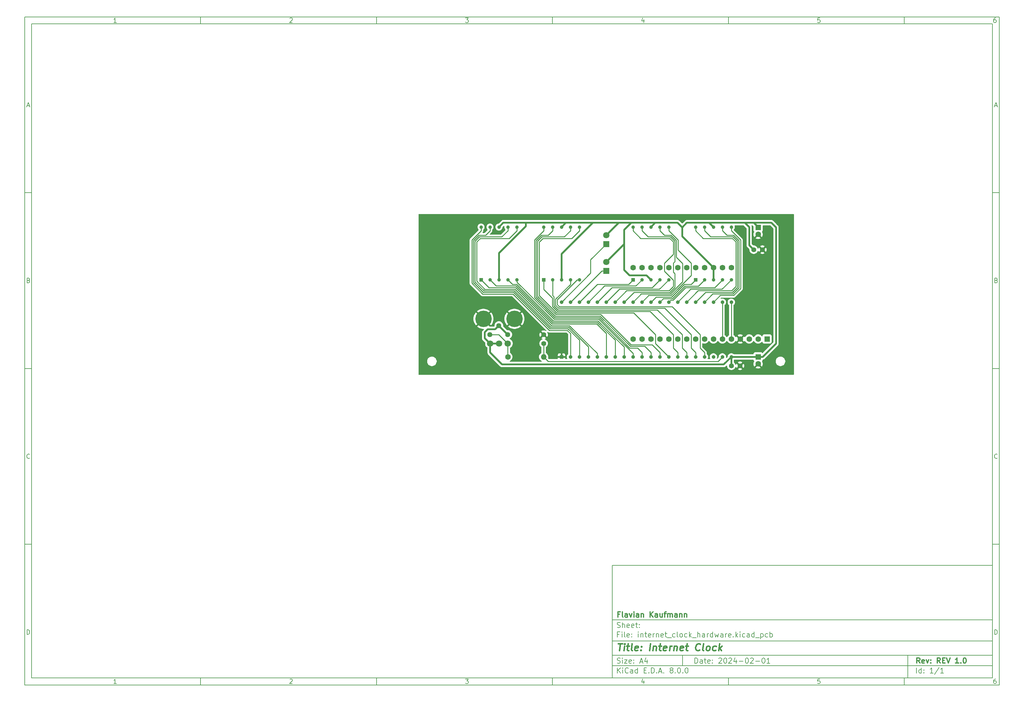
<source format=gbr>
%TF.GenerationSoftware,KiCad,Pcbnew,8.0.0*%
%TF.CreationDate,2024-02-29T15:31:37+01:00*%
%TF.ProjectId,internet_clock_hardware,696e7465-726e-4657-945f-636c6f636b5f,REV 1.0*%
%TF.SameCoordinates,Original*%
%TF.FileFunction,Copper,L1,Top*%
%TF.FilePolarity,Positive*%
%FSLAX46Y46*%
G04 Gerber Fmt 4.6, Leading zero omitted, Abs format (unit mm)*
G04 Created by KiCad (PCBNEW 8.0.0) date 2024-02-29 15:31:37*
%MOMM*%
%LPD*%
G01*
G04 APERTURE LIST*
%ADD10C,0.100000*%
%ADD11C,0.150000*%
%ADD12C,0.300000*%
%ADD13C,0.400000*%
%TA.AperFunction,ComponentPad*%
%ADD14C,1.400000*%
%TD*%
%TA.AperFunction,ComponentPad*%
%ADD15C,1.600000*%
%TD*%
%TA.AperFunction,ComponentPad*%
%ADD16O,1.600000X1.600000*%
%TD*%
%TA.AperFunction,ComponentPad*%
%ADD17C,1.800000*%
%TD*%
%TA.AperFunction,ComponentPad*%
%ADD18C,4.680000*%
%TD*%
%TA.AperFunction,ComponentPad*%
%ADD19R,1.800000X1.800000*%
%TD*%
%TA.AperFunction,ComponentPad*%
%ADD20R,1.000000X1.000000*%
%TD*%
%TA.AperFunction,ComponentPad*%
%ADD21C,1.000000*%
%TD*%
%TA.AperFunction,ComponentPad*%
%ADD22C,1.440000*%
%TD*%
%TA.AperFunction,ComponentPad*%
%ADD23R,1.057000X1.057000*%
%TD*%
%TA.AperFunction,ComponentPad*%
%ADD24C,1.057000*%
%TD*%
%TA.AperFunction,ComponentPad*%
%ADD25R,1.600000X1.600000*%
%TD*%
%TA.AperFunction,Conductor*%
%ADD26C,0.250000*%
%TD*%
%TA.AperFunction,Conductor*%
%ADD27C,0.500000*%
%TD*%
G04 APERTURE END LIST*
D10*
D11*
X177002200Y-166007200D02*
X285002200Y-166007200D01*
X285002200Y-198007200D01*
X177002200Y-198007200D01*
X177002200Y-166007200D01*
D10*
D11*
X10000000Y-10000000D02*
X287002200Y-10000000D01*
X287002200Y-200007200D01*
X10000000Y-200007200D01*
X10000000Y-10000000D01*
D10*
D11*
X12000000Y-12000000D02*
X285002200Y-12000000D01*
X285002200Y-198007200D01*
X12000000Y-198007200D01*
X12000000Y-12000000D01*
D10*
D11*
X60000000Y-12000000D02*
X60000000Y-10000000D01*
D10*
D11*
X110000000Y-12000000D02*
X110000000Y-10000000D01*
D10*
D11*
X160000000Y-12000000D02*
X160000000Y-10000000D01*
D10*
D11*
X210000000Y-12000000D02*
X210000000Y-10000000D01*
D10*
D11*
X260000000Y-12000000D02*
X260000000Y-10000000D01*
D10*
D11*
X36089160Y-11593604D02*
X35346303Y-11593604D01*
X35717731Y-11593604D02*
X35717731Y-10293604D01*
X35717731Y-10293604D02*
X35593922Y-10479319D01*
X35593922Y-10479319D02*
X35470112Y-10603128D01*
X35470112Y-10603128D02*
X35346303Y-10665033D01*
D10*
D11*
X85346303Y-10417414D02*
X85408207Y-10355509D01*
X85408207Y-10355509D02*
X85532017Y-10293604D01*
X85532017Y-10293604D02*
X85841541Y-10293604D01*
X85841541Y-10293604D02*
X85965350Y-10355509D01*
X85965350Y-10355509D02*
X86027255Y-10417414D01*
X86027255Y-10417414D02*
X86089160Y-10541223D01*
X86089160Y-10541223D02*
X86089160Y-10665033D01*
X86089160Y-10665033D02*
X86027255Y-10850747D01*
X86027255Y-10850747D02*
X85284398Y-11593604D01*
X85284398Y-11593604D02*
X86089160Y-11593604D01*
D10*
D11*
X135284398Y-10293604D02*
X136089160Y-10293604D01*
X136089160Y-10293604D02*
X135655826Y-10788842D01*
X135655826Y-10788842D02*
X135841541Y-10788842D01*
X135841541Y-10788842D02*
X135965350Y-10850747D01*
X135965350Y-10850747D02*
X136027255Y-10912652D01*
X136027255Y-10912652D02*
X136089160Y-11036461D01*
X136089160Y-11036461D02*
X136089160Y-11345985D01*
X136089160Y-11345985D02*
X136027255Y-11469795D01*
X136027255Y-11469795D02*
X135965350Y-11531700D01*
X135965350Y-11531700D02*
X135841541Y-11593604D01*
X135841541Y-11593604D02*
X135470112Y-11593604D01*
X135470112Y-11593604D02*
X135346303Y-11531700D01*
X135346303Y-11531700D02*
X135284398Y-11469795D01*
D10*
D11*
X185965350Y-10726938D02*
X185965350Y-11593604D01*
X185655826Y-10231700D02*
X185346303Y-11160271D01*
X185346303Y-11160271D02*
X186151064Y-11160271D01*
D10*
D11*
X236027255Y-10293604D02*
X235408207Y-10293604D01*
X235408207Y-10293604D02*
X235346303Y-10912652D01*
X235346303Y-10912652D02*
X235408207Y-10850747D01*
X235408207Y-10850747D02*
X235532017Y-10788842D01*
X235532017Y-10788842D02*
X235841541Y-10788842D01*
X235841541Y-10788842D02*
X235965350Y-10850747D01*
X235965350Y-10850747D02*
X236027255Y-10912652D01*
X236027255Y-10912652D02*
X236089160Y-11036461D01*
X236089160Y-11036461D02*
X236089160Y-11345985D01*
X236089160Y-11345985D02*
X236027255Y-11469795D01*
X236027255Y-11469795D02*
X235965350Y-11531700D01*
X235965350Y-11531700D02*
X235841541Y-11593604D01*
X235841541Y-11593604D02*
X235532017Y-11593604D01*
X235532017Y-11593604D02*
X235408207Y-11531700D01*
X235408207Y-11531700D02*
X235346303Y-11469795D01*
D10*
D11*
X285965350Y-10293604D02*
X285717731Y-10293604D01*
X285717731Y-10293604D02*
X285593922Y-10355509D01*
X285593922Y-10355509D02*
X285532017Y-10417414D01*
X285532017Y-10417414D02*
X285408207Y-10603128D01*
X285408207Y-10603128D02*
X285346303Y-10850747D01*
X285346303Y-10850747D02*
X285346303Y-11345985D01*
X285346303Y-11345985D02*
X285408207Y-11469795D01*
X285408207Y-11469795D02*
X285470112Y-11531700D01*
X285470112Y-11531700D02*
X285593922Y-11593604D01*
X285593922Y-11593604D02*
X285841541Y-11593604D01*
X285841541Y-11593604D02*
X285965350Y-11531700D01*
X285965350Y-11531700D02*
X286027255Y-11469795D01*
X286027255Y-11469795D02*
X286089160Y-11345985D01*
X286089160Y-11345985D02*
X286089160Y-11036461D01*
X286089160Y-11036461D02*
X286027255Y-10912652D01*
X286027255Y-10912652D02*
X285965350Y-10850747D01*
X285965350Y-10850747D02*
X285841541Y-10788842D01*
X285841541Y-10788842D02*
X285593922Y-10788842D01*
X285593922Y-10788842D02*
X285470112Y-10850747D01*
X285470112Y-10850747D02*
X285408207Y-10912652D01*
X285408207Y-10912652D02*
X285346303Y-11036461D01*
D10*
D11*
X60000000Y-198007200D02*
X60000000Y-200007200D01*
D10*
D11*
X110000000Y-198007200D02*
X110000000Y-200007200D01*
D10*
D11*
X160000000Y-198007200D02*
X160000000Y-200007200D01*
D10*
D11*
X210000000Y-198007200D02*
X210000000Y-200007200D01*
D10*
D11*
X260000000Y-198007200D02*
X260000000Y-200007200D01*
D10*
D11*
X36089160Y-199600804D02*
X35346303Y-199600804D01*
X35717731Y-199600804D02*
X35717731Y-198300804D01*
X35717731Y-198300804D02*
X35593922Y-198486519D01*
X35593922Y-198486519D02*
X35470112Y-198610328D01*
X35470112Y-198610328D02*
X35346303Y-198672233D01*
D10*
D11*
X85346303Y-198424614D02*
X85408207Y-198362709D01*
X85408207Y-198362709D02*
X85532017Y-198300804D01*
X85532017Y-198300804D02*
X85841541Y-198300804D01*
X85841541Y-198300804D02*
X85965350Y-198362709D01*
X85965350Y-198362709D02*
X86027255Y-198424614D01*
X86027255Y-198424614D02*
X86089160Y-198548423D01*
X86089160Y-198548423D02*
X86089160Y-198672233D01*
X86089160Y-198672233D02*
X86027255Y-198857947D01*
X86027255Y-198857947D02*
X85284398Y-199600804D01*
X85284398Y-199600804D02*
X86089160Y-199600804D01*
D10*
D11*
X135284398Y-198300804D02*
X136089160Y-198300804D01*
X136089160Y-198300804D02*
X135655826Y-198796042D01*
X135655826Y-198796042D02*
X135841541Y-198796042D01*
X135841541Y-198796042D02*
X135965350Y-198857947D01*
X135965350Y-198857947D02*
X136027255Y-198919852D01*
X136027255Y-198919852D02*
X136089160Y-199043661D01*
X136089160Y-199043661D02*
X136089160Y-199353185D01*
X136089160Y-199353185D02*
X136027255Y-199476995D01*
X136027255Y-199476995D02*
X135965350Y-199538900D01*
X135965350Y-199538900D02*
X135841541Y-199600804D01*
X135841541Y-199600804D02*
X135470112Y-199600804D01*
X135470112Y-199600804D02*
X135346303Y-199538900D01*
X135346303Y-199538900D02*
X135284398Y-199476995D01*
D10*
D11*
X185965350Y-198734138D02*
X185965350Y-199600804D01*
X185655826Y-198238900D02*
X185346303Y-199167471D01*
X185346303Y-199167471D02*
X186151064Y-199167471D01*
D10*
D11*
X236027255Y-198300804D02*
X235408207Y-198300804D01*
X235408207Y-198300804D02*
X235346303Y-198919852D01*
X235346303Y-198919852D02*
X235408207Y-198857947D01*
X235408207Y-198857947D02*
X235532017Y-198796042D01*
X235532017Y-198796042D02*
X235841541Y-198796042D01*
X235841541Y-198796042D02*
X235965350Y-198857947D01*
X235965350Y-198857947D02*
X236027255Y-198919852D01*
X236027255Y-198919852D02*
X236089160Y-199043661D01*
X236089160Y-199043661D02*
X236089160Y-199353185D01*
X236089160Y-199353185D02*
X236027255Y-199476995D01*
X236027255Y-199476995D02*
X235965350Y-199538900D01*
X235965350Y-199538900D02*
X235841541Y-199600804D01*
X235841541Y-199600804D02*
X235532017Y-199600804D01*
X235532017Y-199600804D02*
X235408207Y-199538900D01*
X235408207Y-199538900D02*
X235346303Y-199476995D01*
D10*
D11*
X285965350Y-198300804D02*
X285717731Y-198300804D01*
X285717731Y-198300804D02*
X285593922Y-198362709D01*
X285593922Y-198362709D02*
X285532017Y-198424614D01*
X285532017Y-198424614D02*
X285408207Y-198610328D01*
X285408207Y-198610328D02*
X285346303Y-198857947D01*
X285346303Y-198857947D02*
X285346303Y-199353185D01*
X285346303Y-199353185D02*
X285408207Y-199476995D01*
X285408207Y-199476995D02*
X285470112Y-199538900D01*
X285470112Y-199538900D02*
X285593922Y-199600804D01*
X285593922Y-199600804D02*
X285841541Y-199600804D01*
X285841541Y-199600804D02*
X285965350Y-199538900D01*
X285965350Y-199538900D02*
X286027255Y-199476995D01*
X286027255Y-199476995D02*
X286089160Y-199353185D01*
X286089160Y-199353185D02*
X286089160Y-199043661D01*
X286089160Y-199043661D02*
X286027255Y-198919852D01*
X286027255Y-198919852D02*
X285965350Y-198857947D01*
X285965350Y-198857947D02*
X285841541Y-198796042D01*
X285841541Y-198796042D02*
X285593922Y-198796042D01*
X285593922Y-198796042D02*
X285470112Y-198857947D01*
X285470112Y-198857947D02*
X285408207Y-198919852D01*
X285408207Y-198919852D02*
X285346303Y-199043661D01*
D10*
D11*
X10000000Y-60000000D02*
X12000000Y-60000000D01*
D10*
D11*
X10000000Y-110000000D02*
X12000000Y-110000000D01*
D10*
D11*
X10000000Y-160000000D02*
X12000000Y-160000000D01*
D10*
D11*
X10690476Y-35222176D02*
X11309523Y-35222176D01*
X10566666Y-35593604D02*
X10999999Y-34293604D01*
X10999999Y-34293604D02*
X11433333Y-35593604D01*
D10*
D11*
X11092857Y-84912652D02*
X11278571Y-84974557D01*
X11278571Y-84974557D02*
X11340476Y-85036461D01*
X11340476Y-85036461D02*
X11402380Y-85160271D01*
X11402380Y-85160271D02*
X11402380Y-85345985D01*
X11402380Y-85345985D02*
X11340476Y-85469795D01*
X11340476Y-85469795D02*
X11278571Y-85531700D01*
X11278571Y-85531700D02*
X11154761Y-85593604D01*
X11154761Y-85593604D02*
X10659523Y-85593604D01*
X10659523Y-85593604D02*
X10659523Y-84293604D01*
X10659523Y-84293604D02*
X11092857Y-84293604D01*
X11092857Y-84293604D02*
X11216666Y-84355509D01*
X11216666Y-84355509D02*
X11278571Y-84417414D01*
X11278571Y-84417414D02*
X11340476Y-84541223D01*
X11340476Y-84541223D02*
X11340476Y-84665033D01*
X11340476Y-84665033D02*
X11278571Y-84788842D01*
X11278571Y-84788842D02*
X11216666Y-84850747D01*
X11216666Y-84850747D02*
X11092857Y-84912652D01*
X11092857Y-84912652D02*
X10659523Y-84912652D01*
D10*
D11*
X11402380Y-135469795D02*
X11340476Y-135531700D01*
X11340476Y-135531700D02*
X11154761Y-135593604D01*
X11154761Y-135593604D02*
X11030952Y-135593604D01*
X11030952Y-135593604D02*
X10845238Y-135531700D01*
X10845238Y-135531700D02*
X10721428Y-135407890D01*
X10721428Y-135407890D02*
X10659523Y-135284080D01*
X10659523Y-135284080D02*
X10597619Y-135036461D01*
X10597619Y-135036461D02*
X10597619Y-134850747D01*
X10597619Y-134850747D02*
X10659523Y-134603128D01*
X10659523Y-134603128D02*
X10721428Y-134479319D01*
X10721428Y-134479319D02*
X10845238Y-134355509D01*
X10845238Y-134355509D02*
X11030952Y-134293604D01*
X11030952Y-134293604D02*
X11154761Y-134293604D01*
X11154761Y-134293604D02*
X11340476Y-134355509D01*
X11340476Y-134355509D02*
X11402380Y-134417414D01*
D10*
D11*
X10659523Y-185593604D02*
X10659523Y-184293604D01*
X10659523Y-184293604D02*
X10969047Y-184293604D01*
X10969047Y-184293604D02*
X11154761Y-184355509D01*
X11154761Y-184355509D02*
X11278571Y-184479319D01*
X11278571Y-184479319D02*
X11340476Y-184603128D01*
X11340476Y-184603128D02*
X11402380Y-184850747D01*
X11402380Y-184850747D02*
X11402380Y-185036461D01*
X11402380Y-185036461D02*
X11340476Y-185284080D01*
X11340476Y-185284080D02*
X11278571Y-185407890D01*
X11278571Y-185407890D02*
X11154761Y-185531700D01*
X11154761Y-185531700D02*
X10969047Y-185593604D01*
X10969047Y-185593604D02*
X10659523Y-185593604D01*
D10*
D11*
X287002200Y-60000000D02*
X285002200Y-60000000D01*
D10*
D11*
X287002200Y-110000000D02*
X285002200Y-110000000D01*
D10*
D11*
X287002200Y-160000000D02*
X285002200Y-160000000D01*
D10*
D11*
X285692676Y-35222176D02*
X286311723Y-35222176D01*
X285568866Y-35593604D02*
X286002199Y-34293604D01*
X286002199Y-34293604D02*
X286435533Y-35593604D01*
D10*
D11*
X286095057Y-84912652D02*
X286280771Y-84974557D01*
X286280771Y-84974557D02*
X286342676Y-85036461D01*
X286342676Y-85036461D02*
X286404580Y-85160271D01*
X286404580Y-85160271D02*
X286404580Y-85345985D01*
X286404580Y-85345985D02*
X286342676Y-85469795D01*
X286342676Y-85469795D02*
X286280771Y-85531700D01*
X286280771Y-85531700D02*
X286156961Y-85593604D01*
X286156961Y-85593604D02*
X285661723Y-85593604D01*
X285661723Y-85593604D02*
X285661723Y-84293604D01*
X285661723Y-84293604D02*
X286095057Y-84293604D01*
X286095057Y-84293604D02*
X286218866Y-84355509D01*
X286218866Y-84355509D02*
X286280771Y-84417414D01*
X286280771Y-84417414D02*
X286342676Y-84541223D01*
X286342676Y-84541223D02*
X286342676Y-84665033D01*
X286342676Y-84665033D02*
X286280771Y-84788842D01*
X286280771Y-84788842D02*
X286218866Y-84850747D01*
X286218866Y-84850747D02*
X286095057Y-84912652D01*
X286095057Y-84912652D02*
X285661723Y-84912652D01*
D10*
D11*
X286404580Y-135469795D02*
X286342676Y-135531700D01*
X286342676Y-135531700D02*
X286156961Y-135593604D01*
X286156961Y-135593604D02*
X286033152Y-135593604D01*
X286033152Y-135593604D02*
X285847438Y-135531700D01*
X285847438Y-135531700D02*
X285723628Y-135407890D01*
X285723628Y-135407890D02*
X285661723Y-135284080D01*
X285661723Y-135284080D02*
X285599819Y-135036461D01*
X285599819Y-135036461D02*
X285599819Y-134850747D01*
X285599819Y-134850747D02*
X285661723Y-134603128D01*
X285661723Y-134603128D02*
X285723628Y-134479319D01*
X285723628Y-134479319D02*
X285847438Y-134355509D01*
X285847438Y-134355509D02*
X286033152Y-134293604D01*
X286033152Y-134293604D02*
X286156961Y-134293604D01*
X286156961Y-134293604D02*
X286342676Y-134355509D01*
X286342676Y-134355509D02*
X286404580Y-134417414D01*
D10*
D11*
X285661723Y-185593604D02*
X285661723Y-184293604D01*
X285661723Y-184293604D02*
X285971247Y-184293604D01*
X285971247Y-184293604D02*
X286156961Y-184355509D01*
X286156961Y-184355509D02*
X286280771Y-184479319D01*
X286280771Y-184479319D02*
X286342676Y-184603128D01*
X286342676Y-184603128D02*
X286404580Y-184850747D01*
X286404580Y-184850747D02*
X286404580Y-185036461D01*
X286404580Y-185036461D02*
X286342676Y-185284080D01*
X286342676Y-185284080D02*
X286280771Y-185407890D01*
X286280771Y-185407890D02*
X286156961Y-185531700D01*
X286156961Y-185531700D02*
X285971247Y-185593604D01*
X285971247Y-185593604D02*
X285661723Y-185593604D01*
D10*
D11*
X200458026Y-193793328D02*
X200458026Y-192293328D01*
X200458026Y-192293328D02*
X200815169Y-192293328D01*
X200815169Y-192293328D02*
X201029455Y-192364757D01*
X201029455Y-192364757D02*
X201172312Y-192507614D01*
X201172312Y-192507614D02*
X201243741Y-192650471D01*
X201243741Y-192650471D02*
X201315169Y-192936185D01*
X201315169Y-192936185D02*
X201315169Y-193150471D01*
X201315169Y-193150471D02*
X201243741Y-193436185D01*
X201243741Y-193436185D02*
X201172312Y-193579042D01*
X201172312Y-193579042D02*
X201029455Y-193721900D01*
X201029455Y-193721900D02*
X200815169Y-193793328D01*
X200815169Y-193793328D02*
X200458026Y-193793328D01*
X202600884Y-193793328D02*
X202600884Y-193007614D01*
X202600884Y-193007614D02*
X202529455Y-192864757D01*
X202529455Y-192864757D02*
X202386598Y-192793328D01*
X202386598Y-192793328D02*
X202100884Y-192793328D01*
X202100884Y-192793328D02*
X201958026Y-192864757D01*
X202600884Y-193721900D02*
X202458026Y-193793328D01*
X202458026Y-193793328D02*
X202100884Y-193793328D01*
X202100884Y-193793328D02*
X201958026Y-193721900D01*
X201958026Y-193721900D02*
X201886598Y-193579042D01*
X201886598Y-193579042D02*
X201886598Y-193436185D01*
X201886598Y-193436185D02*
X201958026Y-193293328D01*
X201958026Y-193293328D02*
X202100884Y-193221900D01*
X202100884Y-193221900D02*
X202458026Y-193221900D01*
X202458026Y-193221900D02*
X202600884Y-193150471D01*
X203100884Y-192793328D02*
X203672312Y-192793328D01*
X203315169Y-192293328D02*
X203315169Y-193579042D01*
X203315169Y-193579042D02*
X203386598Y-193721900D01*
X203386598Y-193721900D02*
X203529455Y-193793328D01*
X203529455Y-193793328D02*
X203672312Y-193793328D01*
X204743741Y-193721900D02*
X204600884Y-193793328D01*
X204600884Y-193793328D02*
X204315170Y-193793328D01*
X204315170Y-193793328D02*
X204172312Y-193721900D01*
X204172312Y-193721900D02*
X204100884Y-193579042D01*
X204100884Y-193579042D02*
X204100884Y-193007614D01*
X204100884Y-193007614D02*
X204172312Y-192864757D01*
X204172312Y-192864757D02*
X204315170Y-192793328D01*
X204315170Y-192793328D02*
X204600884Y-192793328D01*
X204600884Y-192793328D02*
X204743741Y-192864757D01*
X204743741Y-192864757D02*
X204815170Y-193007614D01*
X204815170Y-193007614D02*
X204815170Y-193150471D01*
X204815170Y-193150471D02*
X204100884Y-193293328D01*
X205458026Y-193650471D02*
X205529455Y-193721900D01*
X205529455Y-193721900D02*
X205458026Y-193793328D01*
X205458026Y-193793328D02*
X205386598Y-193721900D01*
X205386598Y-193721900D02*
X205458026Y-193650471D01*
X205458026Y-193650471D02*
X205458026Y-193793328D01*
X205458026Y-192864757D02*
X205529455Y-192936185D01*
X205529455Y-192936185D02*
X205458026Y-193007614D01*
X205458026Y-193007614D02*
X205386598Y-192936185D01*
X205386598Y-192936185D02*
X205458026Y-192864757D01*
X205458026Y-192864757D02*
X205458026Y-193007614D01*
X207243741Y-192436185D02*
X207315169Y-192364757D01*
X207315169Y-192364757D02*
X207458027Y-192293328D01*
X207458027Y-192293328D02*
X207815169Y-192293328D01*
X207815169Y-192293328D02*
X207958027Y-192364757D01*
X207958027Y-192364757D02*
X208029455Y-192436185D01*
X208029455Y-192436185D02*
X208100884Y-192579042D01*
X208100884Y-192579042D02*
X208100884Y-192721900D01*
X208100884Y-192721900D02*
X208029455Y-192936185D01*
X208029455Y-192936185D02*
X207172312Y-193793328D01*
X207172312Y-193793328D02*
X208100884Y-193793328D01*
X209029455Y-192293328D02*
X209172312Y-192293328D01*
X209172312Y-192293328D02*
X209315169Y-192364757D01*
X209315169Y-192364757D02*
X209386598Y-192436185D01*
X209386598Y-192436185D02*
X209458026Y-192579042D01*
X209458026Y-192579042D02*
X209529455Y-192864757D01*
X209529455Y-192864757D02*
X209529455Y-193221900D01*
X209529455Y-193221900D02*
X209458026Y-193507614D01*
X209458026Y-193507614D02*
X209386598Y-193650471D01*
X209386598Y-193650471D02*
X209315169Y-193721900D01*
X209315169Y-193721900D02*
X209172312Y-193793328D01*
X209172312Y-193793328D02*
X209029455Y-193793328D01*
X209029455Y-193793328D02*
X208886598Y-193721900D01*
X208886598Y-193721900D02*
X208815169Y-193650471D01*
X208815169Y-193650471D02*
X208743740Y-193507614D01*
X208743740Y-193507614D02*
X208672312Y-193221900D01*
X208672312Y-193221900D02*
X208672312Y-192864757D01*
X208672312Y-192864757D02*
X208743740Y-192579042D01*
X208743740Y-192579042D02*
X208815169Y-192436185D01*
X208815169Y-192436185D02*
X208886598Y-192364757D01*
X208886598Y-192364757D02*
X209029455Y-192293328D01*
X210100883Y-192436185D02*
X210172311Y-192364757D01*
X210172311Y-192364757D02*
X210315169Y-192293328D01*
X210315169Y-192293328D02*
X210672311Y-192293328D01*
X210672311Y-192293328D02*
X210815169Y-192364757D01*
X210815169Y-192364757D02*
X210886597Y-192436185D01*
X210886597Y-192436185D02*
X210958026Y-192579042D01*
X210958026Y-192579042D02*
X210958026Y-192721900D01*
X210958026Y-192721900D02*
X210886597Y-192936185D01*
X210886597Y-192936185D02*
X210029454Y-193793328D01*
X210029454Y-193793328D02*
X210958026Y-193793328D01*
X212243740Y-192793328D02*
X212243740Y-193793328D01*
X211886597Y-192221900D02*
X211529454Y-193293328D01*
X211529454Y-193293328D02*
X212458025Y-193293328D01*
X213029453Y-193221900D02*
X214172311Y-193221900D01*
X215172311Y-192293328D02*
X215315168Y-192293328D01*
X215315168Y-192293328D02*
X215458025Y-192364757D01*
X215458025Y-192364757D02*
X215529454Y-192436185D01*
X215529454Y-192436185D02*
X215600882Y-192579042D01*
X215600882Y-192579042D02*
X215672311Y-192864757D01*
X215672311Y-192864757D02*
X215672311Y-193221900D01*
X215672311Y-193221900D02*
X215600882Y-193507614D01*
X215600882Y-193507614D02*
X215529454Y-193650471D01*
X215529454Y-193650471D02*
X215458025Y-193721900D01*
X215458025Y-193721900D02*
X215315168Y-193793328D01*
X215315168Y-193793328D02*
X215172311Y-193793328D01*
X215172311Y-193793328D02*
X215029454Y-193721900D01*
X215029454Y-193721900D02*
X214958025Y-193650471D01*
X214958025Y-193650471D02*
X214886596Y-193507614D01*
X214886596Y-193507614D02*
X214815168Y-193221900D01*
X214815168Y-193221900D02*
X214815168Y-192864757D01*
X214815168Y-192864757D02*
X214886596Y-192579042D01*
X214886596Y-192579042D02*
X214958025Y-192436185D01*
X214958025Y-192436185D02*
X215029454Y-192364757D01*
X215029454Y-192364757D02*
X215172311Y-192293328D01*
X216243739Y-192436185D02*
X216315167Y-192364757D01*
X216315167Y-192364757D02*
X216458025Y-192293328D01*
X216458025Y-192293328D02*
X216815167Y-192293328D01*
X216815167Y-192293328D02*
X216958025Y-192364757D01*
X216958025Y-192364757D02*
X217029453Y-192436185D01*
X217029453Y-192436185D02*
X217100882Y-192579042D01*
X217100882Y-192579042D02*
X217100882Y-192721900D01*
X217100882Y-192721900D02*
X217029453Y-192936185D01*
X217029453Y-192936185D02*
X216172310Y-193793328D01*
X216172310Y-193793328D02*
X217100882Y-193793328D01*
X217743738Y-193221900D02*
X218886596Y-193221900D01*
X219886596Y-192293328D02*
X220029453Y-192293328D01*
X220029453Y-192293328D02*
X220172310Y-192364757D01*
X220172310Y-192364757D02*
X220243739Y-192436185D01*
X220243739Y-192436185D02*
X220315167Y-192579042D01*
X220315167Y-192579042D02*
X220386596Y-192864757D01*
X220386596Y-192864757D02*
X220386596Y-193221900D01*
X220386596Y-193221900D02*
X220315167Y-193507614D01*
X220315167Y-193507614D02*
X220243739Y-193650471D01*
X220243739Y-193650471D02*
X220172310Y-193721900D01*
X220172310Y-193721900D02*
X220029453Y-193793328D01*
X220029453Y-193793328D02*
X219886596Y-193793328D01*
X219886596Y-193793328D02*
X219743739Y-193721900D01*
X219743739Y-193721900D02*
X219672310Y-193650471D01*
X219672310Y-193650471D02*
X219600881Y-193507614D01*
X219600881Y-193507614D02*
X219529453Y-193221900D01*
X219529453Y-193221900D02*
X219529453Y-192864757D01*
X219529453Y-192864757D02*
X219600881Y-192579042D01*
X219600881Y-192579042D02*
X219672310Y-192436185D01*
X219672310Y-192436185D02*
X219743739Y-192364757D01*
X219743739Y-192364757D02*
X219886596Y-192293328D01*
X221815167Y-193793328D02*
X220958024Y-193793328D01*
X221386595Y-193793328D02*
X221386595Y-192293328D01*
X221386595Y-192293328D02*
X221243738Y-192507614D01*
X221243738Y-192507614D02*
X221100881Y-192650471D01*
X221100881Y-192650471D02*
X220958024Y-192721900D01*
D10*
D11*
X177002200Y-194507200D02*
X285002200Y-194507200D01*
D10*
D11*
X178458026Y-196593328D02*
X178458026Y-195093328D01*
X179315169Y-196593328D02*
X178672312Y-195736185D01*
X179315169Y-195093328D02*
X178458026Y-195950471D01*
X179958026Y-196593328D02*
X179958026Y-195593328D01*
X179958026Y-195093328D02*
X179886598Y-195164757D01*
X179886598Y-195164757D02*
X179958026Y-195236185D01*
X179958026Y-195236185D02*
X180029455Y-195164757D01*
X180029455Y-195164757D02*
X179958026Y-195093328D01*
X179958026Y-195093328D02*
X179958026Y-195236185D01*
X181529455Y-196450471D02*
X181458027Y-196521900D01*
X181458027Y-196521900D02*
X181243741Y-196593328D01*
X181243741Y-196593328D02*
X181100884Y-196593328D01*
X181100884Y-196593328D02*
X180886598Y-196521900D01*
X180886598Y-196521900D02*
X180743741Y-196379042D01*
X180743741Y-196379042D02*
X180672312Y-196236185D01*
X180672312Y-196236185D02*
X180600884Y-195950471D01*
X180600884Y-195950471D02*
X180600884Y-195736185D01*
X180600884Y-195736185D02*
X180672312Y-195450471D01*
X180672312Y-195450471D02*
X180743741Y-195307614D01*
X180743741Y-195307614D02*
X180886598Y-195164757D01*
X180886598Y-195164757D02*
X181100884Y-195093328D01*
X181100884Y-195093328D02*
X181243741Y-195093328D01*
X181243741Y-195093328D02*
X181458027Y-195164757D01*
X181458027Y-195164757D02*
X181529455Y-195236185D01*
X182815170Y-196593328D02*
X182815170Y-195807614D01*
X182815170Y-195807614D02*
X182743741Y-195664757D01*
X182743741Y-195664757D02*
X182600884Y-195593328D01*
X182600884Y-195593328D02*
X182315170Y-195593328D01*
X182315170Y-195593328D02*
X182172312Y-195664757D01*
X182815170Y-196521900D02*
X182672312Y-196593328D01*
X182672312Y-196593328D02*
X182315170Y-196593328D01*
X182315170Y-196593328D02*
X182172312Y-196521900D01*
X182172312Y-196521900D02*
X182100884Y-196379042D01*
X182100884Y-196379042D02*
X182100884Y-196236185D01*
X182100884Y-196236185D02*
X182172312Y-196093328D01*
X182172312Y-196093328D02*
X182315170Y-196021900D01*
X182315170Y-196021900D02*
X182672312Y-196021900D01*
X182672312Y-196021900D02*
X182815170Y-195950471D01*
X184172313Y-196593328D02*
X184172313Y-195093328D01*
X184172313Y-196521900D02*
X184029455Y-196593328D01*
X184029455Y-196593328D02*
X183743741Y-196593328D01*
X183743741Y-196593328D02*
X183600884Y-196521900D01*
X183600884Y-196521900D02*
X183529455Y-196450471D01*
X183529455Y-196450471D02*
X183458027Y-196307614D01*
X183458027Y-196307614D02*
X183458027Y-195879042D01*
X183458027Y-195879042D02*
X183529455Y-195736185D01*
X183529455Y-195736185D02*
X183600884Y-195664757D01*
X183600884Y-195664757D02*
X183743741Y-195593328D01*
X183743741Y-195593328D02*
X184029455Y-195593328D01*
X184029455Y-195593328D02*
X184172313Y-195664757D01*
X186029455Y-195807614D02*
X186529455Y-195807614D01*
X186743741Y-196593328D02*
X186029455Y-196593328D01*
X186029455Y-196593328D02*
X186029455Y-195093328D01*
X186029455Y-195093328D02*
X186743741Y-195093328D01*
X187386598Y-196450471D02*
X187458027Y-196521900D01*
X187458027Y-196521900D02*
X187386598Y-196593328D01*
X187386598Y-196593328D02*
X187315170Y-196521900D01*
X187315170Y-196521900D02*
X187386598Y-196450471D01*
X187386598Y-196450471D02*
X187386598Y-196593328D01*
X188100884Y-196593328D02*
X188100884Y-195093328D01*
X188100884Y-195093328D02*
X188458027Y-195093328D01*
X188458027Y-195093328D02*
X188672313Y-195164757D01*
X188672313Y-195164757D02*
X188815170Y-195307614D01*
X188815170Y-195307614D02*
X188886599Y-195450471D01*
X188886599Y-195450471D02*
X188958027Y-195736185D01*
X188958027Y-195736185D02*
X188958027Y-195950471D01*
X188958027Y-195950471D02*
X188886599Y-196236185D01*
X188886599Y-196236185D02*
X188815170Y-196379042D01*
X188815170Y-196379042D02*
X188672313Y-196521900D01*
X188672313Y-196521900D02*
X188458027Y-196593328D01*
X188458027Y-196593328D02*
X188100884Y-196593328D01*
X189600884Y-196450471D02*
X189672313Y-196521900D01*
X189672313Y-196521900D02*
X189600884Y-196593328D01*
X189600884Y-196593328D02*
X189529456Y-196521900D01*
X189529456Y-196521900D02*
X189600884Y-196450471D01*
X189600884Y-196450471D02*
X189600884Y-196593328D01*
X190243742Y-196164757D02*
X190958028Y-196164757D01*
X190100885Y-196593328D02*
X190600885Y-195093328D01*
X190600885Y-195093328D02*
X191100885Y-196593328D01*
X191600884Y-196450471D02*
X191672313Y-196521900D01*
X191672313Y-196521900D02*
X191600884Y-196593328D01*
X191600884Y-196593328D02*
X191529456Y-196521900D01*
X191529456Y-196521900D02*
X191600884Y-196450471D01*
X191600884Y-196450471D02*
X191600884Y-196593328D01*
X193672313Y-195736185D02*
X193529456Y-195664757D01*
X193529456Y-195664757D02*
X193458027Y-195593328D01*
X193458027Y-195593328D02*
X193386599Y-195450471D01*
X193386599Y-195450471D02*
X193386599Y-195379042D01*
X193386599Y-195379042D02*
X193458027Y-195236185D01*
X193458027Y-195236185D02*
X193529456Y-195164757D01*
X193529456Y-195164757D02*
X193672313Y-195093328D01*
X193672313Y-195093328D02*
X193958027Y-195093328D01*
X193958027Y-195093328D02*
X194100885Y-195164757D01*
X194100885Y-195164757D02*
X194172313Y-195236185D01*
X194172313Y-195236185D02*
X194243742Y-195379042D01*
X194243742Y-195379042D02*
X194243742Y-195450471D01*
X194243742Y-195450471D02*
X194172313Y-195593328D01*
X194172313Y-195593328D02*
X194100885Y-195664757D01*
X194100885Y-195664757D02*
X193958027Y-195736185D01*
X193958027Y-195736185D02*
X193672313Y-195736185D01*
X193672313Y-195736185D02*
X193529456Y-195807614D01*
X193529456Y-195807614D02*
X193458027Y-195879042D01*
X193458027Y-195879042D02*
X193386599Y-196021900D01*
X193386599Y-196021900D02*
X193386599Y-196307614D01*
X193386599Y-196307614D02*
X193458027Y-196450471D01*
X193458027Y-196450471D02*
X193529456Y-196521900D01*
X193529456Y-196521900D02*
X193672313Y-196593328D01*
X193672313Y-196593328D02*
X193958027Y-196593328D01*
X193958027Y-196593328D02*
X194100885Y-196521900D01*
X194100885Y-196521900D02*
X194172313Y-196450471D01*
X194172313Y-196450471D02*
X194243742Y-196307614D01*
X194243742Y-196307614D02*
X194243742Y-196021900D01*
X194243742Y-196021900D02*
X194172313Y-195879042D01*
X194172313Y-195879042D02*
X194100885Y-195807614D01*
X194100885Y-195807614D02*
X193958027Y-195736185D01*
X194886598Y-196450471D02*
X194958027Y-196521900D01*
X194958027Y-196521900D02*
X194886598Y-196593328D01*
X194886598Y-196593328D02*
X194815170Y-196521900D01*
X194815170Y-196521900D02*
X194886598Y-196450471D01*
X194886598Y-196450471D02*
X194886598Y-196593328D01*
X195886599Y-195093328D02*
X196029456Y-195093328D01*
X196029456Y-195093328D02*
X196172313Y-195164757D01*
X196172313Y-195164757D02*
X196243742Y-195236185D01*
X196243742Y-195236185D02*
X196315170Y-195379042D01*
X196315170Y-195379042D02*
X196386599Y-195664757D01*
X196386599Y-195664757D02*
X196386599Y-196021900D01*
X196386599Y-196021900D02*
X196315170Y-196307614D01*
X196315170Y-196307614D02*
X196243742Y-196450471D01*
X196243742Y-196450471D02*
X196172313Y-196521900D01*
X196172313Y-196521900D02*
X196029456Y-196593328D01*
X196029456Y-196593328D02*
X195886599Y-196593328D01*
X195886599Y-196593328D02*
X195743742Y-196521900D01*
X195743742Y-196521900D02*
X195672313Y-196450471D01*
X195672313Y-196450471D02*
X195600884Y-196307614D01*
X195600884Y-196307614D02*
X195529456Y-196021900D01*
X195529456Y-196021900D02*
X195529456Y-195664757D01*
X195529456Y-195664757D02*
X195600884Y-195379042D01*
X195600884Y-195379042D02*
X195672313Y-195236185D01*
X195672313Y-195236185D02*
X195743742Y-195164757D01*
X195743742Y-195164757D02*
X195886599Y-195093328D01*
X197029455Y-196450471D02*
X197100884Y-196521900D01*
X197100884Y-196521900D02*
X197029455Y-196593328D01*
X197029455Y-196593328D02*
X196958027Y-196521900D01*
X196958027Y-196521900D02*
X197029455Y-196450471D01*
X197029455Y-196450471D02*
X197029455Y-196593328D01*
X198029456Y-195093328D02*
X198172313Y-195093328D01*
X198172313Y-195093328D02*
X198315170Y-195164757D01*
X198315170Y-195164757D02*
X198386599Y-195236185D01*
X198386599Y-195236185D02*
X198458027Y-195379042D01*
X198458027Y-195379042D02*
X198529456Y-195664757D01*
X198529456Y-195664757D02*
X198529456Y-196021900D01*
X198529456Y-196021900D02*
X198458027Y-196307614D01*
X198458027Y-196307614D02*
X198386599Y-196450471D01*
X198386599Y-196450471D02*
X198315170Y-196521900D01*
X198315170Y-196521900D02*
X198172313Y-196593328D01*
X198172313Y-196593328D02*
X198029456Y-196593328D01*
X198029456Y-196593328D02*
X197886599Y-196521900D01*
X197886599Y-196521900D02*
X197815170Y-196450471D01*
X197815170Y-196450471D02*
X197743741Y-196307614D01*
X197743741Y-196307614D02*
X197672313Y-196021900D01*
X197672313Y-196021900D02*
X197672313Y-195664757D01*
X197672313Y-195664757D02*
X197743741Y-195379042D01*
X197743741Y-195379042D02*
X197815170Y-195236185D01*
X197815170Y-195236185D02*
X197886599Y-195164757D01*
X197886599Y-195164757D02*
X198029456Y-195093328D01*
D10*
D11*
X177002200Y-191507200D02*
X285002200Y-191507200D01*
D10*
D12*
X264413853Y-193785528D02*
X263913853Y-193071242D01*
X263556710Y-193785528D02*
X263556710Y-192285528D01*
X263556710Y-192285528D02*
X264128139Y-192285528D01*
X264128139Y-192285528D02*
X264270996Y-192356957D01*
X264270996Y-192356957D02*
X264342425Y-192428385D01*
X264342425Y-192428385D02*
X264413853Y-192571242D01*
X264413853Y-192571242D02*
X264413853Y-192785528D01*
X264413853Y-192785528D02*
X264342425Y-192928385D01*
X264342425Y-192928385D02*
X264270996Y-192999814D01*
X264270996Y-192999814D02*
X264128139Y-193071242D01*
X264128139Y-193071242D02*
X263556710Y-193071242D01*
X265628139Y-193714100D02*
X265485282Y-193785528D01*
X265485282Y-193785528D02*
X265199568Y-193785528D01*
X265199568Y-193785528D02*
X265056710Y-193714100D01*
X265056710Y-193714100D02*
X264985282Y-193571242D01*
X264985282Y-193571242D02*
X264985282Y-192999814D01*
X264985282Y-192999814D02*
X265056710Y-192856957D01*
X265056710Y-192856957D02*
X265199568Y-192785528D01*
X265199568Y-192785528D02*
X265485282Y-192785528D01*
X265485282Y-192785528D02*
X265628139Y-192856957D01*
X265628139Y-192856957D02*
X265699568Y-192999814D01*
X265699568Y-192999814D02*
X265699568Y-193142671D01*
X265699568Y-193142671D02*
X264985282Y-193285528D01*
X266199567Y-192785528D02*
X266556710Y-193785528D01*
X266556710Y-193785528D02*
X266913853Y-192785528D01*
X267485281Y-193642671D02*
X267556710Y-193714100D01*
X267556710Y-193714100D02*
X267485281Y-193785528D01*
X267485281Y-193785528D02*
X267413853Y-193714100D01*
X267413853Y-193714100D02*
X267485281Y-193642671D01*
X267485281Y-193642671D02*
X267485281Y-193785528D01*
X267485281Y-192856957D02*
X267556710Y-192928385D01*
X267556710Y-192928385D02*
X267485281Y-192999814D01*
X267485281Y-192999814D02*
X267413853Y-192928385D01*
X267413853Y-192928385D02*
X267485281Y-192856957D01*
X267485281Y-192856957D02*
X267485281Y-192999814D01*
X270199567Y-193785528D02*
X269699567Y-193071242D01*
X269342424Y-193785528D02*
X269342424Y-192285528D01*
X269342424Y-192285528D02*
X269913853Y-192285528D01*
X269913853Y-192285528D02*
X270056710Y-192356957D01*
X270056710Y-192356957D02*
X270128139Y-192428385D01*
X270128139Y-192428385D02*
X270199567Y-192571242D01*
X270199567Y-192571242D02*
X270199567Y-192785528D01*
X270199567Y-192785528D02*
X270128139Y-192928385D01*
X270128139Y-192928385D02*
X270056710Y-192999814D01*
X270056710Y-192999814D02*
X269913853Y-193071242D01*
X269913853Y-193071242D02*
X269342424Y-193071242D01*
X270842424Y-192999814D02*
X271342424Y-192999814D01*
X271556710Y-193785528D02*
X270842424Y-193785528D01*
X270842424Y-193785528D02*
X270842424Y-192285528D01*
X270842424Y-192285528D02*
X271556710Y-192285528D01*
X271985282Y-192285528D02*
X272485282Y-193785528D01*
X272485282Y-193785528D02*
X272985282Y-192285528D01*
X275413853Y-193785528D02*
X274556710Y-193785528D01*
X274985281Y-193785528D02*
X274985281Y-192285528D01*
X274985281Y-192285528D02*
X274842424Y-192499814D01*
X274842424Y-192499814D02*
X274699567Y-192642671D01*
X274699567Y-192642671D02*
X274556710Y-192714100D01*
X276056709Y-193642671D02*
X276128138Y-193714100D01*
X276128138Y-193714100D02*
X276056709Y-193785528D01*
X276056709Y-193785528D02*
X275985281Y-193714100D01*
X275985281Y-193714100D02*
X276056709Y-193642671D01*
X276056709Y-193642671D02*
X276056709Y-193785528D01*
X277056710Y-192285528D02*
X277199567Y-192285528D01*
X277199567Y-192285528D02*
X277342424Y-192356957D01*
X277342424Y-192356957D02*
X277413853Y-192428385D01*
X277413853Y-192428385D02*
X277485281Y-192571242D01*
X277485281Y-192571242D02*
X277556710Y-192856957D01*
X277556710Y-192856957D02*
X277556710Y-193214100D01*
X277556710Y-193214100D02*
X277485281Y-193499814D01*
X277485281Y-193499814D02*
X277413853Y-193642671D01*
X277413853Y-193642671D02*
X277342424Y-193714100D01*
X277342424Y-193714100D02*
X277199567Y-193785528D01*
X277199567Y-193785528D02*
X277056710Y-193785528D01*
X277056710Y-193785528D02*
X276913853Y-193714100D01*
X276913853Y-193714100D02*
X276842424Y-193642671D01*
X276842424Y-193642671D02*
X276770995Y-193499814D01*
X276770995Y-193499814D02*
X276699567Y-193214100D01*
X276699567Y-193214100D02*
X276699567Y-192856957D01*
X276699567Y-192856957D02*
X276770995Y-192571242D01*
X276770995Y-192571242D02*
X276842424Y-192428385D01*
X276842424Y-192428385D02*
X276913853Y-192356957D01*
X276913853Y-192356957D02*
X277056710Y-192285528D01*
D10*
D11*
X178386598Y-193721900D02*
X178600884Y-193793328D01*
X178600884Y-193793328D02*
X178958026Y-193793328D01*
X178958026Y-193793328D02*
X179100884Y-193721900D01*
X179100884Y-193721900D02*
X179172312Y-193650471D01*
X179172312Y-193650471D02*
X179243741Y-193507614D01*
X179243741Y-193507614D02*
X179243741Y-193364757D01*
X179243741Y-193364757D02*
X179172312Y-193221900D01*
X179172312Y-193221900D02*
X179100884Y-193150471D01*
X179100884Y-193150471D02*
X178958026Y-193079042D01*
X178958026Y-193079042D02*
X178672312Y-193007614D01*
X178672312Y-193007614D02*
X178529455Y-192936185D01*
X178529455Y-192936185D02*
X178458026Y-192864757D01*
X178458026Y-192864757D02*
X178386598Y-192721900D01*
X178386598Y-192721900D02*
X178386598Y-192579042D01*
X178386598Y-192579042D02*
X178458026Y-192436185D01*
X178458026Y-192436185D02*
X178529455Y-192364757D01*
X178529455Y-192364757D02*
X178672312Y-192293328D01*
X178672312Y-192293328D02*
X179029455Y-192293328D01*
X179029455Y-192293328D02*
X179243741Y-192364757D01*
X179886597Y-193793328D02*
X179886597Y-192793328D01*
X179886597Y-192293328D02*
X179815169Y-192364757D01*
X179815169Y-192364757D02*
X179886597Y-192436185D01*
X179886597Y-192436185D02*
X179958026Y-192364757D01*
X179958026Y-192364757D02*
X179886597Y-192293328D01*
X179886597Y-192293328D02*
X179886597Y-192436185D01*
X180458026Y-192793328D02*
X181243741Y-192793328D01*
X181243741Y-192793328D02*
X180458026Y-193793328D01*
X180458026Y-193793328D02*
X181243741Y-193793328D01*
X182386598Y-193721900D02*
X182243741Y-193793328D01*
X182243741Y-193793328D02*
X181958027Y-193793328D01*
X181958027Y-193793328D02*
X181815169Y-193721900D01*
X181815169Y-193721900D02*
X181743741Y-193579042D01*
X181743741Y-193579042D02*
X181743741Y-193007614D01*
X181743741Y-193007614D02*
X181815169Y-192864757D01*
X181815169Y-192864757D02*
X181958027Y-192793328D01*
X181958027Y-192793328D02*
X182243741Y-192793328D01*
X182243741Y-192793328D02*
X182386598Y-192864757D01*
X182386598Y-192864757D02*
X182458027Y-193007614D01*
X182458027Y-193007614D02*
X182458027Y-193150471D01*
X182458027Y-193150471D02*
X181743741Y-193293328D01*
X183100883Y-193650471D02*
X183172312Y-193721900D01*
X183172312Y-193721900D02*
X183100883Y-193793328D01*
X183100883Y-193793328D02*
X183029455Y-193721900D01*
X183029455Y-193721900D02*
X183100883Y-193650471D01*
X183100883Y-193650471D02*
X183100883Y-193793328D01*
X183100883Y-192864757D02*
X183172312Y-192936185D01*
X183172312Y-192936185D02*
X183100883Y-193007614D01*
X183100883Y-193007614D02*
X183029455Y-192936185D01*
X183029455Y-192936185D02*
X183100883Y-192864757D01*
X183100883Y-192864757D02*
X183100883Y-193007614D01*
X184886598Y-193364757D02*
X185600884Y-193364757D01*
X184743741Y-193793328D02*
X185243741Y-192293328D01*
X185243741Y-192293328D02*
X185743741Y-193793328D01*
X186886598Y-192793328D02*
X186886598Y-193793328D01*
X186529455Y-192221900D02*
X186172312Y-193293328D01*
X186172312Y-193293328D02*
X187100883Y-193293328D01*
D10*
D11*
X263458026Y-196593328D02*
X263458026Y-195093328D01*
X264815170Y-196593328D02*
X264815170Y-195093328D01*
X264815170Y-196521900D02*
X264672312Y-196593328D01*
X264672312Y-196593328D02*
X264386598Y-196593328D01*
X264386598Y-196593328D02*
X264243741Y-196521900D01*
X264243741Y-196521900D02*
X264172312Y-196450471D01*
X264172312Y-196450471D02*
X264100884Y-196307614D01*
X264100884Y-196307614D02*
X264100884Y-195879042D01*
X264100884Y-195879042D02*
X264172312Y-195736185D01*
X264172312Y-195736185D02*
X264243741Y-195664757D01*
X264243741Y-195664757D02*
X264386598Y-195593328D01*
X264386598Y-195593328D02*
X264672312Y-195593328D01*
X264672312Y-195593328D02*
X264815170Y-195664757D01*
X265529455Y-196450471D02*
X265600884Y-196521900D01*
X265600884Y-196521900D02*
X265529455Y-196593328D01*
X265529455Y-196593328D02*
X265458027Y-196521900D01*
X265458027Y-196521900D02*
X265529455Y-196450471D01*
X265529455Y-196450471D02*
X265529455Y-196593328D01*
X265529455Y-195664757D02*
X265600884Y-195736185D01*
X265600884Y-195736185D02*
X265529455Y-195807614D01*
X265529455Y-195807614D02*
X265458027Y-195736185D01*
X265458027Y-195736185D02*
X265529455Y-195664757D01*
X265529455Y-195664757D02*
X265529455Y-195807614D01*
X268172313Y-196593328D02*
X267315170Y-196593328D01*
X267743741Y-196593328D02*
X267743741Y-195093328D01*
X267743741Y-195093328D02*
X267600884Y-195307614D01*
X267600884Y-195307614D02*
X267458027Y-195450471D01*
X267458027Y-195450471D02*
X267315170Y-195521900D01*
X269886598Y-195021900D02*
X268600884Y-196950471D01*
X271172313Y-196593328D02*
X270315170Y-196593328D01*
X270743741Y-196593328D02*
X270743741Y-195093328D01*
X270743741Y-195093328D02*
X270600884Y-195307614D01*
X270600884Y-195307614D02*
X270458027Y-195450471D01*
X270458027Y-195450471D02*
X270315170Y-195521900D01*
D10*
D11*
X177002200Y-187507200D02*
X285002200Y-187507200D01*
D10*
D13*
X178693928Y-188211638D02*
X179836785Y-188211638D01*
X179015357Y-190211638D02*
X179265357Y-188211638D01*
X180253452Y-190211638D02*
X180420119Y-188878304D01*
X180503452Y-188211638D02*
X180396309Y-188306876D01*
X180396309Y-188306876D02*
X180479643Y-188402114D01*
X180479643Y-188402114D02*
X180586786Y-188306876D01*
X180586786Y-188306876D02*
X180503452Y-188211638D01*
X180503452Y-188211638D02*
X180479643Y-188402114D01*
X181086786Y-188878304D02*
X181848690Y-188878304D01*
X181455833Y-188211638D02*
X181241548Y-189925923D01*
X181241548Y-189925923D02*
X181312976Y-190116400D01*
X181312976Y-190116400D02*
X181491548Y-190211638D01*
X181491548Y-190211638D02*
X181682024Y-190211638D01*
X182634405Y-190211638D02*
X182455833Y-190116400D01*
X182455833Y-190116400D02*
X182384405Y-189925923D01*
X182384405Y-189925923D02*
X182598690Y-188211638D01*
X184170119Y-190116400D02*
X183967738Y-190211638D01*
X183967738Y-190211638D02*
X183586785Y-190211638D01*
X183586785Y-190211638D02*
X183408214Y-190116400D01*
X183408214Y-190116400D02*
X183336785Y-189925923D01*
X183336785Y-189925923D02*
X183432024Y-189164019D01*
X183432024Y-189164019D02*
X183551071Y-188973542D01*
X183551071Y-188973542D02*
X183753452Y-188878304D01*
X183753452Y-188878304D02*
X184134404Y-188878304D01*
X184134404Y-188878304D02*
X184312976Y-188973542D01*
X184312976Y-188973542D02*
X184384404Y-189164019D01*
X184384404Y-189164019D02*
X184360595Y-189354495D01*
X184360595Y-189354495D02*
X183384404Y-189544971D01*
X185134405Y-190021161D02*
X185217738Y-190116400D01*
X185217738Y-190116400D02*
X185110595Y-190211638D01*
X185110595Y-190211638D02*
X185027262Y-190116400D01*
X185027262Y-190116400D02*
X185134405Y-190021161D01*
X185134405Y-190021161D02*
X185110595Y-190211638D01*
X185265357Y-188973542D02*
X185348690Y-189068780D01*
X185348690Y-189068780D02*
X185241548Y-189164019D01*
X185241548Y-189164019D02*
X185158214Y-189068780D01*
X185158214Y-189068780D02*
X185265357Y-188973542D01*
X185265357Y-188973542D02*
X185241548Y-189164019D01*
X187586786Y-190211638D02*
X187836786Y-188211638D01*
X188705834Y-188878304D02*
X188539167Y-190211638D01*
X188682024Y-189068780D02*
X188789167Y-188973542D01*
X188789167Y-188973542D02*
X188991548Y-188878304D01*
X188991548Y-188878304D02*
X189277262Y-188878304D01*
X189277262Y-188878304D02*
X189455834Y-188973542D01*
X189455834Y-188973542D02*
X189527262Y-189164019D01*
X189527262Y-189164019D02*
X189396310Y-190211638D01*
X190229644Y-188878304D02*
X190991548Y-188878304D01*
X190598691Y-188211638D02*
X190384406Y-189925923D01*
X190384406Y-189925923D02*
X190455834Y-190116400D01*
X190455834Y-190116400D02*
X190634406Y-190211638D01*
X190634406Y-190211638D02*
X190824882Y-190211638D01*
X192265358Y-190116400D02*
X192062977Y-190211638D01*
X192062977Y-190211638D02*
X191682024Y-190211638D01*
X191682024Y-190211638D02*
X191503453Y-190116400D01*
X191503453Y-190116400D02*
X191432024Y-189925923D01*
X191432024Y-189925923D02*
X191527263Y-189164019D01*
X191527263Y-189164019D02*
X191646310Y-188973542D01*
X191646310Y-188973542D02*
X191848691Y-188878304D01*
X191848691Y-188878304D02*
X192229643Y-188878304D01*
X192229643Y-188878304D02*
X192408215Y-188973542D01*
X192408215Y-188973542D02*
X192479643Y-189164019D01*
X192479643Y-189164019D02*
X192455834Y-189354495D01*
X192455834Y-189354495D02*
X191479643Y-189544971D01*
X193205834Y-190211638D02*
X193372501Y-188878304D01*
X193324882Y-189259257D02*
X193443929Y-189068780D01*
X193443929Y-189068780D02*
X193551072Y-188973542D01*
X193551072Y-188973542D02*
X193753453Y-188878304D01*
X193753453Y-188878304D02*
X193943929Y-188878304D01*
X194610596Y-188878304D02*
X194443929Y-190211638D01*
X194586786Y-189068780D02*
X194693929Y-188973542D01*
X194693929Y-188973542D02*
X194896310Y-188878304D01*
X194896310Y-188878304D02*
X195182024Y-188878304D01*
X195182024Y-188878304D02*
X195360596Y-188973542D01*
X195360596Y-188973542D02*
X195432024Y-189164019D01*
X195432024Y-189164019D02*
X195301072Y-190211638D01*
X197027263Y-190116400D02*
X196824882Y-190211638D01*
X196824882Y-190211638D02*
X196443929Y-190211638D01*
X196443929Y-190211638D02*
X196265358Y-190116400D01*
X196265358Y-190116400D02*
X196193929Y-189925923D01*
X196193929Y-189925923D02*
X196289168Y-189164019D01*
X196289168Y-189164019D02*
X196408215Y-188973542D01*
X196408215Y-188973542D02*
X196610596Y-188878304D01*
X196610596Y-188878304D02*
X196991548Y-188878304D01*
X196991548Y-188878304D02*
X197170120Y-188973542D01*
X197170120Y-188973542D02*
X197241548Y-189164019D01*
X197241548Y-189164019D02*
X197217739Y-189354495D01*
X197217739Y-189354495D02*
X196241548Y-189544971D01*
X197848692Y-188878304D02*
X198610596Y-188878304D01*
X198217739Y-188211638D02*
X198003454Y-189925923D01*
X198003454Y-189925923D02*
X198074882Y-190116400D01*
X198074882Y-190116400D02*
X198253454Y-190211638D01*
X198253454Y-190211638D02*
X198443930Y-190211638D01*
X201801073Y-190021161D02*
X201693930Y-190116400D01*
X201693930Y-190116400D02*
X201396311Y-190211638D01*
X201396311Y-190211638D02*
X201205835Y-190211638D01*
X201205835Y-190211638D02*
X200932025Y-190116400D01*
X200932025Y-190116400D02*
X200765359Y-189925923D01*
X200765359Y-189925923D02*
X200693930Y-189735447D01*
X200693930Y-189735447D02*
X200646311Y-189354495D01*
X200646311Y-189354495D02*
X200682025Y-189068780D01*
X200682025Y-189068780D02*
X200824882Y-188687828D01*
X200824882Y-188687828D02*
X200943930Y-188497352D01*
X200943930Y-188497352D02*
X201158216Y-188306876D01*
X201158216Y-188306876D02*
X201455835Y-188211638D01*
X201455835Y-188211638D02*
X201646311Y-188211638D01*
X201646311Y-188211638D02*
X201920121Y-188306876D01*
X201920121Y-188306876D02*
X202003454Y-188402114D01*
X202920121Y-190211638D02*
X202741549Y-190116400D01*
X202741549Y-190116400D02*
X202670121Y-189925923D01*
X202670121Y-189925923D02*
X202884406Y-188211638D01*
X203967740Y-190211638D02*
X203789168Y-190116400D01*
X203789168Y-190116400D02*
X203705835Y-190021161D01*
X203705835Y-190021161D02*
X203634406Y-189830685D01*
X203634406Y-189830685D02*
X203705835Y-189259257D01*
X203705835Y-189259257D02*
X203824882Y-189068780D01*
X203824882Y-189068780D02*
X203932025Y-188973542D01*
X203932025Y-188973542D02*
X204134406Y-188878304D01*
X204134406Y-188878304D02*
X204420120Y-188878304D01*
X204420120Y-188878304D02*
X204598692Y-188973542D01*
X204598692Y-188973542D02*
X204682025Y-189068780D01*
X204682025Y-189068780D02*
X204753454Y-189259257D01*
X204753454Y-189259257D02*
X204682025Y-189830685D01*
X204682025Y-189830685D02*
X204562978Y-190021161D01*
X204562978Y-190021161D02*
X204455835Y-190116400D01*
X204455835Y-190116400D02*
X204253454Y-190211638D01*
X204253454Y-190211638D02*
X203967740Y-190211638D01*
X206360597Y-190116400D02*
X206158216Y-190211638D01*
X206158216Y-190211638D02*
X205777264Y-190211638D01*
X205777264Y-190211638D02*
X205598692Y-190116400D01*
X205598692Y-190116400D02*
X205515359Y-190021161D01*
X205515359Y-190021161D02*
X205443930Y-189830685D01*
X205443930Y-189830685D02*
X205515359Y-189259257D01*
X205515359Y-189259257D02*
X205634406Y-189068780D01*
X205634406Y-189068780D02*
X205741549Y-188973542D01*
X205741549Y-188973542D02*
X205943930Y-188878304D01*
X205943930Y-188878304D02*
X206324883Y-188878304D01*
X206324883Y-188878304D02*
X206503454Y-188973542D01*
X207205835Y-190211638D02*
X207455835Y-188211638D01*
X207491550Y-189449733D02*
X207967740Y-190211638D01*
X208134407Y-188878304D02*
X207277264Y-189640209D01*
D10*
D11*
X178958026Y-185607614D02*
X178458026Y-185607614D01*
X178458026Y-186393328D02*
X178458026Y-184893328D01*
X178458026Y-184893328D02*
X179172312Y-184893328D01*
X179743740Y-186393328D02*
X179743740Y-185393328D01*
X179743740Y-184893328D02*
X179672312Y-184964757D01*
X179672312Y-184964757D02*
X179743740Y-185036185D01*
X179743740Y-185036185D02*
X179815169Y-184964757D01*
X179815169Y-184964757D02*
X179743740Y-184893328D01*
X179743740Y-184893328D02*
X179743740Y-185036185D01*
X180672312Y-186393328D02*
X180529455Y-186321900D01*
X180529455Y-186321900D02*
X180458026Y-186179042D01*
X180458026Y-186179042D02*
X180458026Y-184893328D01*
X181815169Y-186321900D02*
X181672312Y-186393328D01*
X181672312Y-186393328D02*
X181386598Y-186393328D01*
X181386598Y-186393328D02*
X181243740Y-186321900D01*
X181243740Y-186321900D02*
X181172312Y-186179042D01*
X181172312Y-186179042D02*
X181172312Y-185607614D01*
X181172312Y-185607614D02*
X181243740Y-185464757D01*
X181243740Y-185464757D02*
X181386598Y-185393328D01*
X181386598Y-185393328D02*
X181672312Y-185393328D01*
X181672312Y-185393328D02*
X181815169Y-185464757D01*
X181815169Y-185464757D02*
X181886598Y-185607614D01*
X181886598Y-185607614D02*
X181886598Y-185750471D01*
X181886598Y-185750471D02*
X181172312Y-185893328D01*
X182529454Y-186250471D02*
X182600883Y-186321900D01*
X182600883Y-186321900D02*
X182529454Y-186393328D01*
X182529454Y-186393328D02*
X182458026Y-186321900D01*
X182458026Y-186321900D02*
X182529454Y-186250471D01*
X182529454Y-186250471D02*
X182529454Y-186393328D01*
X182529454Y-185464757D02*
X182600883Y-185536185D01*
X182600883Y-185536185D02*
X182529454Y-185607614D01*
X182529454Y-185607614D02*
X182458026Y-185536185D01*
X182458026Y-185536185D02*
X182529454Y-185464757D01*
X182529454Y-185464757D02*
X182529454Y-185607614D01*
X184386597Y-186393328D02*
X184386597Y-185393328D01*
X184386597Y-184893328D02*
X184315169Y-184964757D01*
X184315169Y-184964757D02*
X184386597Y-185036185D01*
X184386597Y-185036185D02*
X184458026Y-184964757D01*
X184458026Y-184964757D02*
X184386597Y-184893328D01*
X184386597Y-184893328D02*
X184386597Y-185036185D01*
X185100883Y-185393328D02*
X185100883Y-186393328D01*
X185100883Y-185536185D02*
X185172312Y-185464757D01*
X185172312Y-185464757D02*
X185315169Y-185393328D01*
X185315169Y-185393328D02*
X185529455Y-185393328D01*
X185529455Y-185393328D02*
X185672312Y-185464757D01*
X185672312Y-185464757D02*
X185743741Y-185607614D01*
X185743741Y-185607614D02*
X185743741Y-186393328D01*
X186243741Y-185393328D02*
X186815169Y-185393328D01*
X186458026Y-184893328D02*
X186458026Y-186179042D01*
X186458026Y-186179042D02*
X186529455Y-186321900D01*
X186529455Y-186321900D02*
X186672312Y-186393328D01*
X186672312Y-186393328D02*
X186815169Y-186393328D01*
X187886598Y-186321900D02*
X187743741Y-186393328D01*
X187743741Y-186393328D02*
X187458027Y-186393328D01*
X187458027Y-186393328D02*
X187315169Y-186321900D01*
X187315169Y-186321900D02*
X187243741Y-186179042D01*
X187243741Y-186179042D02*
X187243741Y-185607614D01*
X187243741Y-185607614D02*
X187315169Y-185464757D01*
X187315169Y-185464757D02*
X187458027Y-185393328D01*
X187458027Y-185393328D02*
X187743741Y-185393328D01*
X187743741Y-185393328D02*
X187886598Y-185464757D01*
X187886598Y-185464757D02*
X187958027Y-185607614D01*
X187958027Y-185607614D02*
X187958027Y-185750471D01*
X187958027Y-185750471D02*
X187243741Y-185893328D01*
X188600883Y-186393328D02*
X188600883Y-185393328D01*
X188600883Y-185679042D02*
X188672312Y-185536185D01*
X188672312Y-185536185D02*
X188743741Y-185464757D01*
X188743741Y-185464757D02*
X188886598Y-185393328D01*
X188886598Y-185393328D02*
X189029455Y-185393328D01*
X189529454Y-185393328D02*
X189529454Y-186393328D01*
X189529454Y-185536185D02*
X189600883Y-185464757D01*
X189600883Y-185464757D02*
X189743740Y-185393328D01*
X189743740Y-185393328D02*
X189958026Y-185393328D01*
X189958026Y-185393328D02*
X190100883Y-185464757D01*
X190100883Y-185464757D02*
X190172312Y-185607614D01*
X190172312Y-185607614D02*
X190172312Y-186393328D01*
X191458026Y-186321900D02*
X191315169Y-186393328D01*
X191315169Y-186393328D02*
X191029455Y-186393328D01*
X191029455Y-186393328D02*
X190886597Y-186321900D01*
X190886597Y-186321900D02*
X190815169Y-186179042D01*
X190815169Y-186179042D02*
X190815169Y-185607614D01*
X190815169Y-185607614D02*
X190886597Y-185464757D01*
X190886597Y-185464757D02*
X191029455Y-185393328D01*
X191029455Y-185393328D02*
X191315169Y-185393328D01*
X191315169Y-185393328D02*
X191458026Y-185464757D01*
X191458026Y-185464757D02*
X191529455Y-185607614D01*
X191529455Y-185607614D02*
X191529455Y-185750471D01*
X191529455Y-185750471D02*
X190815169Y-185893328D01*
X191958026Y-185393328D02*
X192529454Y-185393328D01*
X192172311Y-184893328D02*
X192172311Y-186179042D01*
X192172311Y-186179042D02*
X192243740Y-186321900D01*
X192243740Y-186321900D02*
X192386597Y-186393328D01*
X192386597Y-186393328D02*
X192529454Y-186393328D01*
X192672312Y-186536185D02*
X193815169Y-186536185D01*
X194815169Y-186321900D02*
X194672311Y-186393328D01*
X194672311Y-186393328D02*
X194386597Y-186393328D01*
X194386597Y-186393328D02*
X194243740Y-186321900D01*
X194243740Y-186321900D02*
X194172311Y-186250471D01*
X194172311Y-186250471D02*
X194100883Y-186107614D01*
X194100883Y-186107614D02*
X194100883Y-185679042D01*
X194100883Y-185679042D02*
X194172311Y-185536185D01*
X194172311Y-185536185D02*
X194243740Y-185464757D01*
X194243740Y-185464757D02*
X194386597Y-185393328D01*
X194386597Y-185393328D02*
X194672311Y-185393328D01*
X194672311Y-185393328D02*
X194815169Y-185464757D01*
X195672311Y-186393328D02*
X195529454Y-186321900D01*
X195529454Y-186321900D02*
X195458025Y-186179042D01*
X195458025Y-186179042D02*
X195458025Y-184893328D01*
X196458025Y-186393328D02*
X196315168Y-186321900D01*
X196315168Y-186321900D02*
X196243739Y-186250471D01*
X196243739Y-186250471D02*
X196172311Y-186107614D01*
X196172311Y-186107614D02*
X196172311Y-185679042D01*
X196172311Y-185679042D02*
X196243739Y-185536185D01*
X196243739Y-185536185D02*
X196315168Y-185464757D01*
X196315168Y-185464757D02*
X196458025Y-185393328D01*
X196458025Y-185393328D02*
X196672311Y-185393328D01*
X196672311Y-185393328D02*
X196815168Y-185464757D01*
X196815168Y-185464757D02*
X196886597Y-185536185D01*
X196886597Y-185536185D02*
X196958025Y-185679042D01*
X196958025Y-185679042D02*
X196958025Y-186107614D01*
X196958025Y-186107614D02*
X196886597Y-186250471D01*
X196886597Y-186250471D02*
X196815168Y-186321900D01*
X196815168Y-186321900D02*
X196672311Y-186393328D01*
X196672311Y-186393328D02*
X196458025Y-186393328D01*
X198243740Y-186321900D02*
X198100882Y-186393328D01*
X198100882Y-186393328D02*
X197815168Y-186393328D01*
X197815168Y-186393328D02*
X197672311Y-186321900D01*
X197672311Y-186321900D02*
X197600882Y-186250471D01*
X197600882Y-186250471D02*
X197529454Y-186107614D01*
X197529454Y-186107614D02*
X197529454Y-185679042D01*
X197529454Y-185679042D02*
X197600882Y-185536185D01*
X197600882Y-185536185D02*
X197672311Y-185464757D01*
X197672311Y-185464757D02*
X197815168Y-185393328D01*
X197815168Y-185393328D02*
X198100882Y-185393328D01*
X198100882Y-185393328D02*
X198243740Y-185464757D01*
X198886596Y-186393328D02*
X198886596Y-184893328D01*
X199029454Y-185821900D02*
X199458025Y-186393328D01*
X199458025Y-185393328D02*
X198886596Y-185964757D01*
X199743740Y-186536185D02*
X200886597Y-186536185D01*
X201243739Y-186393328D02*
X201243739Y-184893328D01*
X201886597Y-186393328D02*
X201886597Y-185607614D01*
X201886597Y-185607614D02*
X201815168Y-185464757D01*
X201815168Y-185464757D02*
X201672311Y-185393328D01*
X201672311Y-185393328D02*
X201458025Y-185393328D01*
X201458025Y-185393328D02*
X201315168Y-185464757D01*
X201315168Y-185464757D02*
X201243739Y-185536185D01*
X203243740Y-186393328D02*
X203243740Y-185607614D01*
X203243740Y-185607614D02*
X203172311Y-185464757D01*
X203172311Y-185464757D02*
X203029454Y-185393328D01*
X203029454Y-185393328D02*
X202743740Y-185393328D01*
X202743740Y-185393328D02*
X202600882Y-185464757D01*
X203243740Y-186321900D02*
X203100882Y-186393328D01*
X203100882Y-186393328D02*
X202743740Y-186393328D01*
X202743740Y-186393328D02*
X202600882Y-186321900D01*
X202600882Y-186321900D02*
X202529454Y-186179042D01*
X202529454Y-186179042D02*
X202529454Y-186036185D01*
X202529454Y-186036185D02*
X202600882Y-185893328D01*
X202600882Y-185893328D02*
X202743740Y-185821900D01*
X202743740Y-185821900D02*
X203100882Y-185821900D01*
X203100882Y-185821900D02*
X203243740Y-185750471D01*
X203958025Y-186393328D02*
X203958025Y-185393328D01*
X203958025Y-185679042D02*
X204029454Y-185536185D01*
X204029454Y-185536185D02*
X204100883Y-185464757D01*
X204100883Y-185464757D02*
X204243740Y-185393328D01*
X204243740Y-185393328D02*
X204386597Y-185393328D01*
X205529454Y-186393328D02*
X205529454Y-184893328D01*
X205529454Y-186321900D02*
X205386596Y-186393328D01*
X205386596Y-186393328D02*
X205100882Y-186393328D01*
X205100882Y-186393328D02*
X204958025Y-186321900D01*
X204958025Y-186321900D02*
X204886596Y-186250471D01*
X204886596Y-186250471D02*
X204815168Y-186107614D01*
X204815168Y-186107614D02*
X204815168Y-185679042D01*
X204815168Y-185679042D02*
X204886596Y-185536185D01*
X204886596Y-185536185D02*
X204958025Y-185464757D01*
X204958025Y-185464757D02*
X205100882Y-185393328D01*
X205100882Y-185393328D02*
X205386596Y-185393328D01*
X205386596Y-185393328D02*
X205529454Y-185464757D01*
X206100882Y-185393328D02*
X206386597Y-186393328D01*
X206386597Y-186393328D02*
X206672311Y-185679042D01*
X206672311Y-185679042D02*
X206958025Y-186393328D01*
X206958025Y-186393328D02*
X207243739Y-185393328D01*
X208458026Y-186393328D02*
X208458026Y-185607614D01*
X208458026Y-185607614D02*
X208386597Y-185464757D01*
X208386597Y-185464757D02*
X208243740Y-185393328D01*
X208243740Y-185393328D02*
X207958026Y-185393328D01*
X207958026Y-185393328D02*
X207815168Y-185464757D01*
X208458026Y-186321900D02*
X208315168Y-186393328D01*
X208315168Y-186393328D02*
X207958026Y-186393328D01*
X207958026Y-186393328D02*
X207815168Y-186321900D01*
X207815168Y-186321900D02*
X207743740Y-186179042D01*
X207743740Y-186179042D02*
X207743740Y-186036185D01*
X207743740Y-186036185D02*
X207815168Y-185893328D01*
X207815168Y-185893328D02*
X207958026Y-185821900D01*
X207958026Y-185821900D02*
X208315168Y-185821900D01*
X208315168Y-185821900D02*
X208458026Y-185750471D01*
X209172311Y-186393328D02*
X209172311Y-185393328D01*
X209172311Y-185679042D02*
X209243740Y-185536185D01*
X209243740Y-185536185D02*
X209315169Y-185464757D01*
X209315169Y-185464757D02*
X209458026Y-185393328D01*
X209458026Y-185393328D02*
X209600883Y-185393328D01*
X210672311Y-186321900D02*
X210529454Y-186393328D01*
X210529454Y-186393328D02*
X210243740Y-186393328D01*
X210243740Y-186393328D02*
X210100882Y-186321900D01*
X210100882Y-186321900D02*
X210029454Y-186179042D01*
X210029454Y-186179042D02*
X210029454Y-185607614D01*
X210029454Y-185607614D02*
X210100882Y-185464757D01*
X210100882Y-185464757D02*
X210243740Y-185393328D01*
X210243740Y-185393328D02*
X210529454Y-185393328D01*
X210529454Y-185393328D02*
X210672311Y-185464757D01*
X210672311Y-185464757D02*
X210743740Y-185607614D01*
X210743740Y-185607614D02*
X210743740Y-185750471D01*
X210743740Y-185750471D02*
X210029454Y-185893328D01*
X211386596Y-186250471D02*
X211458025Y-186321900D01*
X211458025Y-186321900D02*
X211386596Y-186393328D01*
X211386596Y-186393328D02*
X211315168Y-186321900D01*
X211315168Y-186321900D02*
X211386596Y-186250471D01*
X211386596Y-186250471D02*
X211386596Y-186393328D01*
X212100882Y-186393328D02*
X212100882Y-184893328D01*
X212243740Y-185821900D02*
X212672311Y-186393328D01*
X212672311Y-185393328D02*
X212100882Y-185964757D01*
X213315168Y-186393328D02*
X213315168Y-185393328D01*
X213315168Y-184893328D02*
X213243740Y-184964757D01*
X213243740Y-184964757D02*
X213315168Y-185036185D01*
X213315168Y-185036185D02*
X213386597Y-184964757D01*
X213386597Y-184964757D02*
X213315168Y-184893328D01*
X213315168Y-184893328D02*
X213315168Y-185036185D01*
X214672312Y-186321900D02*
X214529454Y-186393328D01*
X214529454Y-186393328D02*
X214243740Y-186393328D01*
X214243740Y-186393328D02*
X214100883Y-186321900D01*
X214100883Y-186321900D02*
X214029454Y-186250471D01*
X214029454Y-186250471D02*
X213958026Y-186107614D01*
X213958026Y-186107614D02*
X213958026Y-185679042D01*
X213958026Y-185679042D02*
X214029454Y-185536185D01*
X214029454Y-185536185D02*
X214100883Y-185464757D01*
X214100883Y-185464757D02*
X214243740Y-185393328D01*
X214243740Y-185393328D02*
X214529454Y-185393328D01*
X214529454Y-185393328D02*
X214672312Y-185464757D01*
X215958026Y-186393328D02*
X215958026Y-185607614D01*
X215958026Y-185607614D02*
X215886597Y-185464757D01*
X215886597Y-185464757D02*
X215743740Y-185393328D01*
X215743740Y-185393328D02*
X215458026Y-185393328D01*
X215458026Y-185393328D02*
X215315168Y-185464757D01*
X215958026Y-186321900D02*
X215815168Y-186393328D01*
X215815168Y-186393328D02*
X215458026Y-186393328D01*
X215458026Y-186393328D02*
X215315168Y-186321900D01*
X215315168Y-186321900D02*
X215243740Y-186179042D01*
X215243740Y-186179042D02*
X215243740Y-186036185D01*
X215243740Y-186036185D02*
X215315168Y-185893328D01*
X215315168Y-185893328D02*
X215458026Y-185821900D01*
X215458026Y-185821900D02*
X215815168Y-185821900D01*
X215815168Y-185821900D02*
X215958026Y-185750471D01*
X217315169Y-186393328D02*
X217315169Y-184893328D01*
X217315169Y-186321900D02*
X217172311Y-186393328D01*
X217172311Y-186393328D02*
X216886597Y-186393328D01*
X216886597Y-186393328D02*
X216743740Y-186321900D01*
X216743740Y-186321900D02*
X216672311Y-186250471D01*
X216672311Y-186250471D02*
X216600883Y-186107614D01*
X216600883Y-186107614D02*
X216600883Y-185679042D01*
X216600883Y-185679042D02*
X216672311Y-185536185D01*
X216672311Y-185536185D02*
X216743740Y-185464757D01*
X216743740Y-185464757D02*
X216886597Y-185393328D01*
X216886597Y-185393328D02*
X217172311Y-185393328D01*
X217172311Y-185393328D02*
X217315169Y-185464757D01*
X217672312Y-186536185D02*
X218815169Y-186536185D01*
X219172311Y-185393328D02*
X219172311Y-186893328D01*
X219172311Y-185464757D02*
X219315169Y-185393328D01*
X219315169Y-185393328D02*
X219600883Y-185393328D01*
X219600883Y-185393328D02*
X219743740Y-185464757D01*
X219743740Y-185464757D02*
X219815169Y-185536185D01*
X219815169Y-185536185D02*
X219886597Y-185679042D01*
X219886597Y-185679042D02*
X219886597Y-186107614D01*
X219886597Y-186107614D02*
X219815169Y-186250471D01*
X219815169Y-186250471D02*
X219743740Y-186321900D01*
X219743740Y-186321900D02*
X219600883Y-186393328D01*
X219600883Y-186393328D02*
X219315169Y-186393328D01*
X219315169Y-186393328D02*
X219172311Y-186321900D01*
X221172312Y-186321900D02*
X221029454Y-186393328D01*
X221029454Y-186393328D02*
X220743740Y-186393328D01*
X220743740Y-186393328D02*
X220600883Y-186321900D01*
X220600883Y-186321900D02*
X220529454Y-186250471D01*
X220529454Y-186250471D02*
X220458026Y-186107614D01*
X220458026Y-186107614D02*
X220458026Y-185679042D01*
X220458026Y-185679042D02*
X220529454Y-185536185D01*
X220529454Y-185536185D02*
X220600883Y-185464757D01*
X220600883Y-185464757D02*
X220743740Y-185393328D01*
X220743740Y-185393328D02*
X221029454Y-185393328D01*
X221029454Y-185393328D02*
X221172312Y-185464757D01*
X221815168Y-186393328D02*
X221815168Y-184893328D01*
X221815168Y-185464757D02*
X221958026Y-185393328D01*
X221958026Y-185393328D02*
X222243740Y-185393328D01*
X222243740Y-185393328D02*
X222386597Y-185464757D01*
X222386597Y-185464757D02*
X222458026Y-185536185D01*
X222458026Y-185536185D02*
X222529454Y-185679042D01*
X222529454Y-185679042D02*
X222529454Y-186107614D01*
X222529454Y-186107614D02*
X222458026Y-186250471D01*
X222458026Y-186250471D02*
X222386597Y-186321900D01*
X222386597Y-186321900D02*
X222243740Y-186393328D01*
X222243740Y-186393328D02*
X221958026Y-186393328D01*
X221958026Y-186393328D02*
X221815168Y-186321900D01*
D10*
D11*
X177002200Y-181507200D02*
X285002200Y-181507200D01*
D10*
D11*
X178386598Y-183621900D02*
X178600884Y-183693328D01*
X178600884Y-183693328D02*
X178958026Y-183693328D01*
X178958026Y-183693328D02*
X179100884Y-183621900D01*
X179100884Y-183621900D02*
X179172312Y-183550471D01*
X179172312Y-183550471D02*
X179243741Y-183407614D01*
X179243741Y-183407614D02*
X179243741Y-183264757D01*
X179243741Y-183264757D02*
X179172312Y-183121900D01*
X179172312Y-183121900D02*
X179100884Y-183050471D01*
X179100884Y-183050471D02*
X178958026Y-182979042D01*
X178958026Y-182979042D02*
X178672312Y-182907614D01*
X178672312Y-182907614D02*
X178529455Y-182836185D01*
X178529455Y-182836185D02*
X178458026Y-182764757D01*
X178458026Y-182764757D02*
X178386598Y-182621900D01*
X178386598Y-182621900D02*
X178386598Y-182479042D01*
X178386598Y-182479042D02*
X178458026Y-182336185D01*
X178458026Y-182336185D02*
X178529455Y-182264757D01*
X178529455Y-182264757D02*
X178672312Y-182193328D01*
X178672312Y-182193328D02*
X179029455Y-182193328D01*
X179029455Y-182193328D02*
X179243741Y-182264757D01*
X179886597Y-183693328D02*
X179886597Y-182193328D01*
X180529455Y-183693328D02*
X180529455Y-182907614D01*
X180529455Y-182907614D02*
X180458026Y-182764757D01*
X180458026Y-182764757D02*
X180315169Y-182693328D01*
X180315169Y-182693328D02*
X180100883Y-182693328D01*
X180100883Y-182693328D02*
X179958026Y-182764757D01*
X179958026Y-182764757D02*
X179886597Y-182836185D01*
X181815169Y-183621900D02*
X181672312Y-183693328D01*
X181672312Y-183693328D02*
X181386598Y-183693328D01*
X181386598Y-183693328D02*
X181243740Y-183621900D01*
X181243740Y-183621900D02*
X181172312Y-183479042D01*
X181172312Y-183479042D02*
X181172312Y-182907614D01*
X181172312Y-182907614D02*
X181243740Y-182764757D01*
X181243740Y-182764757D02*
X181386598Y-182693328D01*
X181386598Y-182693328D02*
X181672312Y-182693328D01*
X181672312Y-182693328D02*
X181815169Y-182764757D01*
X181815169Y-182764757D02*
X181886598Y-182907614D01*
X181886598Y-182907614D02*
X181886598Y-183050471D01*
X181886598Y-183050471D02*
X181172312Y-183193328D01*
X183100883Y-183621900D02*
X182958026Y-183693328D01*
X182958026Y-183693328D02*
X182672312Y-183693328D01*
X182672312Y-183693328D02*
X182529454Y-183621900D01*
X182529454Y-183621900D02*
X182458026Y-183479042D01*
X182458026Y-183479042D02*
X182458026Y-182907614D01*
X182458026Y-182907614D02*
X182529454Y-182764757D01*
X182529454Y-182764757D02*
X182672312Y-182693328D01*
X182672312Y-182693328D02*
X182958026Y-182693328D01*
X182958026Y-182693328D02*
X183100883Y-182764757D01*
X183100883Y-182764757D02*
X183172312Y-182907614D01*
X183172312Y-182907614D02*
X183172312Y-183050471D01*
X183172312Y-183050471D02*
X182458026Y-183193328D01*
X183600883Y-182693328D02*
X184172311Y-182693328D01*
X183815168Y-182193328D02*
X183815168Y-183479042D01*
X183815168Y-183479042D02*
X183886597Y-183621900D01*
X183886597Y-183621900D02*
X184029454Y-183693328D01*
X184029454Y-183693328D02*
X184172311Y-183693328D01*
X184672311Y-183550471D02*
X184743740Y-183621900D01*
X184743740Y-183621900D02*
X184672311Y-183693328D01*
X184672311Y-183693328D02*
X184600883Y-183621900D01*
X184600883Y-183621900D02*
X184672311Y-183550471D01*
X184672311Y-183550471D02*
X184672311Y-183693328D01*
X184672311Y-182764757D02*
X184743740Y-182836185D01*
X184743740Y-182836185D02*
X184672311Y-182907614D01*
X184672311Y-182907614D02*
X184600883Y-182836185D01*
X184600883Y-182836185D02*
X184672311Y-182764757D01*
X184672311Y-182764757D02*
X184672311Y-182907614D01*
D10*
D12*
X179056710Y-179899814D02*
X178556710Y-179899814D01*
X178556710Y-180685528D02*
X178556710Y-179185528D01*
X178556710Y-179185528D02*
X179270996Y-179185528D01*
X180056710Y-180685528D02*
X179913853Y-180614100D01*
X179913853Y-180614100D02*
X179842424Y-180471242D01*
X179842424Y-180471242D02*
X179842424Y-179185528D01*
X181270996Y-180685528D02*
X181270996Y-179899814D01*
X181270996Y-179899814D02*
X181199567Y-179756957D01*
X181199567Y-179756957D02*
X181056710Y-179685528D01*
X181056710Y-179685528D02*
X180770996Y-179685528D01*
X180770996Y-179685528D02*
X180628138Y-179756957D01*
X181270996Y-180614100D02*
X181128138Y-180685528D01*
X181128138Y-180685528D02*
X180770996Y-180685528D01*
X180770996Y-180685528D02*
X180628138Y-180614100D01*
X180628138Y-180614100D02*
X180556710Y-180471242D01*
X180556710Y-180471242D02*
X180556710Y-180328385D01*
X180556710Y-180328385D02*
X180628138Y-180185528D01*
X180628138Y-180185528D02*
X180770996Y-180114100D01*
X180770996Y-180114100D02*
X181128138Y-180114100D01*
X181128138Y-180114100D02*
X181270996Y-180042671D01*
X181842424Y-179685528D02*
X182199567Y-180685528D01*
X182199567Y-180685528D02*
X182556710Y-179685528D01*
X183128138Y-180685528D02*
X183128138Y-179685528D01*
X183128138Y-179185528D02*
X183056710Y-179256957D01*
X183056710Y-179256957D02*
X183128138Y-179328385D01*
X183128138Y-179328385D02*
X183199567Y-179256957D01*
X183199567Y-179256957D02*
X183128138Y-179185528D01*
X183128138Y-179185528D02*
X183128138Y-179328385D01*
X184485282Y-180685528D02*
X184485282Y-179899814D01*
X184485282Y-179899814D02*
X184413853Y-179756957D01*
X184413853Y-179756957D02*
X184270996Y-179685528D01*
X184270996Y-179685528D02*
X183985282Y-179685528D01*
X183985282Y-179685528D02*
X183842424Y-179756957D01*
X184485282Y-180614100D02*
X184342424Y-180685528D01*
X184342424Y-180685528D02*
X183985282Y-180685528D01*
X183985282Y-180685528D02*
X183842424Y-180614100D01*
X183842424Y-180614100D02*
X183770996Y-180471242D01*
X183770996Y-180471242D02*
X183770996Y-180328385D01*
X183770996Y-180328385D02*
X183842424Y-180185528D01*
X183842424Y-180185528D02*
X183985282Y-180114100D01*
X183985282Y-180114100D02*
X184342424Y-180114100D01*
X184342424Y-180114100D02*
X184485282Y-180042671D01*
X185199567Y-179685528D02*
X185199567Y-180685528D01*
X185199567Y-179828385D02*
X185270996Y-179756957D01*
X185270996Y-179756957D02*
X185413853Y-179685528D01*
X185413853Y-179685528D02*
X185628139Y-179685528D01*
X185628139Y-179685528D02*
X185770996Y-179756957D01*
X185770996Y-179756957D02*
X185842425Y-179899814D01*
X185842425Y-179899814D02*
X185842425Y-180685528D01*
X187699567Y-180685528D02*
X187699567Y-179185528D01*
X188556710Y-180685528D02*
X187913853Y-179828385D01*
X188556710Y-179185528D02*
X187699567Y-180042671D01*
X189842425Y-180685528D02*
X189842425Y-179899814D01*
X189842425Y-179899814D02*
X189770996Y-179756957D01*
X189770996Y-179756957D02*
X189628139Y-179685528D01*
X189628139Y-179685528D02*
X189342425Y-179685528D01*
X189342425Y-179685528D02*
X189199567Y-179756957D01*
X189842425Y-180614100D02*
X189699567Y-180685528D01*
X189699567Y-180685528D02*
X189342425Y-180685528D01*
X189342425Y-180685528D02*
X189199567Y-180614100D01*
X189199567Y-180614100D02*
X189128139Y-180471242D01*
X189128139Y-180471242D02*
X189128139Y-180328385D01*
X189128139Y-180328385D02*
X189199567Y-180185528D01*
X189199567Y-180185528D02*
X189342425Y-180114100D01*
X189342425Y-180114100D02*
X189699567Y-180114100D01*
X189699567Y-180114100D02*
X189842425Y-180042671D01*
X191199568Y-179685528D02*
X191199568Y-180685528D01*
X190556710Y-179685528D02*
X190556710Y-180471242D01*
X190556710Y-180471242D02*
X190628139Y-180614100D01*
X190628139Y-180614100D02*
X190770996Y-180685528D01*
X190770996Y-180685528D02*
X190985282Y-180685528D01*
X190985282Y-180685528D02*
X191128139Y-180614100D01*
X191128139Y-180614100D02*
X191199568Y-180542671D01*
X191699568Y-179685528D02*
X192270996Y-179685528D01*
X191913853Y-180685528D02*
X191913853Y-179399814D01*
X191913853Y-179399814D02*
X191985282Y-179256957D01*
X191985282Y-179256957D02*
X192128139Y-179185528D01*
X192128139Y-179185528D02*
X192270996Y-179185528D01*
X192770996Y-180685528D02*
X192770996Y-179685528D01*
X192770996Y-179828385D02*
X192842425Y-179756957D01*
X192842425Y-179756957D02*
X192985282Y-179685528D01*
X192985282Y-179685528D02*
X193199568Y-179685528D01*
X193199568Y-179685528D02*
X193342425Y-179756957D01*
X193342425Y-179756957D02*
X193413854Y-179899814D01*
X193413854Y-179899814D02*
X193413854Y-180685528D01*
X193413854Y-179899814D02*
X193485282Y-179756957D01*
X193485282Y-179756957D02*
X193628139Y-179685528D01*
X193628139Y-179685528D02*
X193842425Y-179685528D01*
X193842425Y-179685528D02*
X193985282Y-179756957D01*
X193985282Y-179756957D02*
X194056711Y-179899814D01*
X194056711Y-179899814D02*
X194056711Y-180685528D01*
X195413854Y-180685528D02*
X195413854Y-179899814D01*
X195413854Y-179899814D02*
X195342425Y-179756957D01*
X195342425Y-179756957D02*
X195199568Y-179685528D01*
X195199568Y-179685528D02*
X194913854Y-179685528D01*
X194913854Y-179685528D02*
X194770996Y-179756957D01*
X195413854Y-180614100D02*
X195270996Y-180685528D01*
X195270996Y-180685528D02*
X194913854Y-180685528D01*
X194913854Y-180685528D02*
X194770996Y-180614100D01*
X194770996Y-180614100D02*
X194699568Y-180471242D01*
X194699568Y-180471242D02*
X194699568Y-180328385D01*
X194699568Y-180328385D02*
X194770996Y-180185528D01*
X194770996Y-180185528D02*
X194913854Y-180114100D01*
X194913854Y-180114100D02*
X195270996Y-180114100D01*
X195270996Y-180114100D02*
X195413854Y-180042671D01*
X196128139Y-179685528D02*
X196128139Y-180685528D01*
X196128139Y-179828385D02*
X196199568Y-179756957D01*
X196199568Y-179756957D02*
X196342425Y-179685528D01*
X196342425Y-179685528D02*
X196556711Y-179685528D01*
X196556711Y-179685528D02*
X196699568Y-179756957D01*
X196699568Y-179756957D02*
X196770997Y-179899814D01*
X196770997Y-179899814D02*
X196770997Y-180685528D01*
X197485282Y-179685528D02*
X197485282Y-180685528D01*
X197485282Y-179828385D02*
X197556711Y-179756957D01*
X197556711Y-179756957D02*
X197699568Y-179685528D01*
X197699568Y-179685528D02*
X197913854Y-179685528D01*
X197913854Y-179685528D02*
X198056711Y-179756957D01*
X198056711Y-179756957D02*
X198128140Y-179899814D01*
X198128140Y-179899814D02*
X198128140Y-180685528D01*
D10*
D11*
D10*
D11*
D10*
D11*
D10*
D11*
D10*
D11*
X197002200Y-191507200D02*
X197002200Y-194507200D01*
D10*
D11*
X261002200Y-191507200D02*
X261002200Y-198007200D01*
D14*
%TO.P,C2,1*%
%TO.N,+5V*%
X217170000Y-76200000D03*
%TO.P,C2,2*%
%TO.N,GND*%
X219670000Y-76200000D03*
%TD*%
D15*
%TO.P,R1,1*%
%TO.N,Net-(R1-Pad1)*%
X147320000Y-106680000D03*
D16*
%TO.P,R1,2*%
%TO.N,Net-(U1-BRIGHTNESS_CONTROL)*%
X157480000Y-106680000D03*
%TD*%
D17*
%TO.P,RV1,1,1*%
%TO.N,+5V*%
X142280000Y-102870000D03*
%TO.P,RV1,2,2*%
X144780000Y-102870000D03*
%TO.P,RV1,3,3*%
%TO.N,Net-(R1-Pad1)*%
X147280000Y-102870000D03*
D18*
%TO.P,RV1,MP,MountPin*%
%TO.N,GND*%
X140380000Y-95870000D03*
X149180000Y-95870000D03*
%TD*%
D14*
%TO.P,C4,1*%
%TO.N,+5V*%
X210820000Y-109220000D03*
%TO.P,C4,2*%
%TO.N,GND*%
X213320000Y-109220000D03*
%TD*%
D19*
%TO.P,D5,1,K*%
%TO.N,/DP1*%
X175260000Y-74612000D03*
D17*
%TO.P,D5,2,A*%
%TO.N,+5V*%
X175260000Y-72072000D03*
%TD*%
D20*
%TO.P,D3,1,K_E*%
%TO.N,/D3_E*%
X182880000Y-84772000D03*
D21*
%TO.P,D3,2,K_D*%
%TO.N,/D3_D*%
X185420000Y-84772000D03*
%TO.P,D3,3,COM_A_1*%
%TO.N,+5V*%
X187960000Y-84772000D03*
%TO.P,D3,4,K_C*%
%TO.N,/D3_C*%
X190500000Y-84772000D03*
%TO.P,D3,5,K_DP*%
%TO.N,/D3_DP*%
X193040000Y-84772000D03*
%TO.P,D3,6,K_B*%
%TO.N,/D3_B*%
X193040000Y-69772000D03*
%TO.P,D3,7,K_A*%
%TO.N,/D3_A*%
X190500000Y-69772000D03*
%TO.P,D3,8,COM_A_2*%
%TO.N,+5V*%
X187960000Y-69772000D03*
%TO.P,D3,9,K_F*%
%TO.N,/D3_F*%
X185420000Y-69772000D03*
%TO.P,D3,10,K_G*%
%TO.N,/D3_G*%
X182880000Y-69772000D03*
%TD*%
D22*
%TO.P,RV2,1,1*%
%TO.N,+5V*%
X147290000Y-100330000D03*
%TO.P,RV2,2,2*%
X144750000Y-97790000D03*
%TO.P,RV2,3,3*%
%TO.N,Net-(R1-Pad1)*%
X142210000Y-100330000D03*
%TD*%
D23*
%TO.P,U1,1,VSS*%
%TO.N,GND*%
X162560000Y-106680000D03*
D24*
%TO.P,U1,2,OUTPUT_BIT_17*%
%TO.N,/D1_G*%
X165100000Y-106680000D03*
%TO.P,U1,3,OUTPUT_BIT_16*%
%TO.N,/D1_F*%
X167640000Y-106680000D03*
%TO.P,U1,4,OUTPUT_BIT_15*%
%TO.N,/D1_A*%
X170180000Y-106680000D03*
%TO.P,U1,5,OUTPUT_BIT_14*%
%TO.N,/D1_B*%
X172720000Y-106680000D03*
%TO.P,U1,6,OUTPUT_BIT_13*%
%TO.N,/D1_E*%
X175260000Y-106680000D03*
%TO.P,U1,7,OUTPUT_BIT_12*%
%TO.N,/D1_D*%
X177800000Y-106680000D03*
%TO.P,U1,8,OUTPUT_BIT_11*%
%TO.N,/D1_C*%
X180340000Y-106680000D03*
%TO.P,U1,9,OUTPUT_BIT_10*%
%TO.N,/D1_DP*%
X182880000Y-106680000D03*
%TO.P,U1,10,OUTPUT_BIT_9*%
%TO.N,/D2_G*%
X185420000Y-106680000D03*
%TO.P,U1,11,OUTPUT_BIT_8*%
%TO.N,/D2_F*%
X187960000Y-106680000D03*
%TO.P,U1,12,OUTPUT_BIT_7*%
%TO.N,/D2_A*%
X190500000Y-106680000D03*
%TO.P,U1,13,OUTPUT_BIT_6*%
%TO.N,/D2_B*%
X193040000Y-106680000D03*
%TO.P,U1,14,OUTPUT_BIT_5*%
%TO.N,/D2_E*%
X195580000Y-106680000D03*
%TO.P,U1,15,OUTPUT_BIT_4*%
%TO.N,/D2_D*%
X198120000Y-106680000D03*
%TO.P,U1,16,OUTPUT_BIT_3*%
%TO.N,/D2_C*%
X200660000Y-106680000D03*
%TO.P,U1,17,OUTPUT_BIT_2*%
%TO.N,/D2_DP*%
X203200000Y-106680000D03*
%TO.P,U1,18,OUTPUT_BIT_1*%
%TO.N,unconnected-(U1-OUTPUT_BIT_1-Pad18)*%
X205740000Y-106680000D03*
%TO.P,U1,19,BRIGHTNESS_CONTROL*%
%TO.N,Net-(U1-BRIGHTNESS_CONTROL)*%
X208280000Y-106680000D03*
%TO.P,U1,20,VDD*%
%TO.N,+5V*%
X210820000Y-106680000D03*
%TO.P,U1,21,CLOCK_IN*%
%TO.N,/CLK*%
X210820000Y-91122000D03*
%TO.P,U1,22,DATA_IN*%
%TO.N,/DATA*%
X208280000Y-91122000D03*
%TO.P,U1,23,OUTPUT_BIT_35*%
%TO.N,/D4_B*%
X205740000Y-91122000D03*
%TO.P,U1,24,OUTPUT_BIT_34*%
%TO.N,/D4_A*%
X203200000Y-91122000D03*
%TO.P,U1,25,OUTPUT_BIT_33*%
%TO.N,/D4_F*%
X200660000Y-91122000D03*
%TO.P,U1,26,OUTPUT_BIT_32*%
%TO.N,/D4_G*%
X198120000Y-91122000D03*
%TO.P,U1,27,OUTPUT_BIT_31*%
%TO.N,/D4_DP*%
X195580000Y-91122000D03*
%TO.P,U1,28,OUTPUT_BIT_30*%
%TO.N,/D4_C*%
X193040000Y-91122000D03*
%TO.P,U1,29,OUTPUT_BIT_29*%
%TO.N,/D4_D*%
X190500000Y-91122000D03*
%TO.P,U1,30,OUTPUT_BIT_28*%
%TO.N,/D4_E*%
X187960000Y-91122000D03*
%TO.P,U1,31,OUTPUT_BIT_27*%
%TO.N,/D3_B*%
X185420000Y-91122000D03*
%TO.P,U1,32,OUTPUT_BIT_26*%
%TO.N,/D3_A*%
X182880000Y-91122000D03*
%TO.P,U1,33,OUTPUT_BIT_25*%
%TO.N,/D3_F*%
X180340000Y-91122000D03*
%TO.P,U1,34,OUTPUT_BIT_24*%
%TO.N,/D3_G*%
X177800000Y-91122000D03*
%TO.P,U1,35,OUTPUT_BIT_23*%
%TO.N,/D3_DP*%
X175260000Y-91122000D03*
%TO.P,U1,36,OUTPUT_BIT_22*%
%TO.N,/D3_C*%
X172720000Y-91122000D03*
%TO.P,U1,37,OUTPUT_BIT_21*%
%TO.N,/D3_D*%
X170180000Y-91122000D03*
%TO.P,U1,38,OUTPUT_BIT_20*%
%TO.N,/D3_E*%
X167640000Y-91122000D03*
%TO.P,U1,39,OUTPUT_BIT_19*%
%TO.N,/DP2*%
X165100000Y-91122000D03*
%TO.P,U1,40,OUTPUT_BIT_18*%
%TO.N,/DP1*%
X162560000Y-91122000D03*
%TD*%
D19*
%TO.P,D6,1,K*%
%TO.N,/DP2*%
X175260000Y-82232000D03*
D17*
%TO.P,D6,2,A*%
%TO.N,+5V*%
X175260000Y-79692000D03*
%TD*%
D25*
%TO.P,C5,1*%
%TO.N,+5V*%
X218440000Y-106680000D03*
D15*
%TO.P,C5,2*%
%TO.N,GND*%
X218440000Y-108680000D03*
%TD*%
D25*
%TO.P,C3,1*%
%TO.N,+5V*%
X218440000Y-69850000D03*
D15*
%TO.P,C3,2*%
%TO.N,GND*%
X218440000Y-71850000D03*
%TD*%
D20*
%TO.P,D4,1,K_E*%
%TO.N,/D4_E*%
X200660000Y-84772000D03*
D21*
%TO.P,D4,2,K_D*%
%TO.N,/D4_D*%
X203200000Y-84772000D03*
%TO.P,D4,3,COM_A_1*%
%TO.N,+5V*%
X205740000Y-84772000D03*
%TO.P,D4,4,K_C*%
%TO.N,/D4_C*%
X208280000Y-84772000D03*
%TO.P,D4,5,K_DP*%
%TO.N,/D4_DP*%
X210820000Y-84772000D03*
%TO.P,D4,6,K_B*%
%TO.N,/D4_B*%
X210820000Y-69772000D03*
%TO.P,D4,7,K_A*%
%TO.N,/D4_A*%
X208280000Y-69772000D03*
%TO.P,D4,8,COM_A_2*%
%TO.N,+5V*%
X205740000Y-69772000D03*
%TO.P,D4,9,K_F*%
%TO.N,/D4_F*%
X203200000Y-69772000D03*
%TO.P,D4,10,K_G*%
%TO.N,/D4_G*%
X200660000Y-69772000D03*
%TD*%
D14*
%TO.P,C1,1*%
%TO.N,Net-(U1-BRIGHTNESS_CONTROL)*%
X157480000Y-102870000D03*
%TO.P,C1,2*%
%TO.N,GND*%
X157480000Y-100370000D03*
%TD*%
D20*
%TO.P,D1,1,K_E*%
%TO.N,/D1_E*%
X139700000Y-84772000D03*
D21*
%TO.P,D1,2,K_D*%
%TO.N,/D1_D*%
X142240000Y-84772000D03*
%TO.P,D1,3,COM_A_1*%
%TO.N,+5V*%
X144780000Y-84772000D03*
%TO.P,D1,4,K_C*%
%TO.N,/D1_C*%
X147320000Y-84772000D03*
%TO.P,D1,5,K_DP*%
%TO.N,/D1_DP*%
X149860000Y-84772000D03*
%TO.P,D1,6,K_B*%
%TO.N,/D1_B*%
X149860000Y-69772000D03*
%TO.P,D1,7,K_A*%
%TO.N,/D1_A*%
X147320000Y-69772000D03*
%TO.P,D1,8,COM_A_2*%
%TO.N,+5V*%
X144780000Y-69772000D03*
%TO.P,D1,9,K_F*%
%TO.N,/D1_F*%
X142240000Y-69772000D03*
%TO.P,D1,10,K_G*%
%TO.N,/D1_G*%
X139700000Y-69772000D03*
%TD*%
D20*
%TO.P,D2,1,K_E*%
%TO.N,/D2_E*%
X157480000Y-84772000D03*
D21*
%TO.P,D2,2,K_D*%
%TO.N,/D2_D*%
X160020000Y-84772000D03*
%TO.P,D2,3,COM_A_1*%
%TO.N,+5V*%
X162560000Y-84772000D03*
%TO.P,D2,4,K_C*%
%TO.N,/D2_C*%
X165100000Y-84772000D03*
%TO.P,D2,5,K_DP*%
%TO.N,/D2_DP*%
X167640000Y-84772000D03*
%TO.P,D2,6,K_B*%
%TO.N,/D2_B*%
X167640000Y-69772000D03*
%TO.P,D2,7,K_A*%
%TO.N,/D2_A*%
X165100000Y-69772000D03*
%TO.P,D2,8,COM_A_2*%
%TO.N,+5V*%
X162560000Y-69772000D03*
%TO.P,D2,9,K_F*%
%TO.N,/D2_F*%
X160020000Y-69772000D03*
%TO.P,D2,10,K_G*%
%TO.N,/D2_G*%
X157480000Y-69772000D03*
%TD*%
D25*
%TO.P,A1,1,~{RESET}*%
%TO.N,unconnected-(A1-~{RESET}-Pad1)*%
X220980000Y-101600000D03*
D15*
%TO.P,A1,2,3V3*%
%TO.N,unconnected-(A1-3V3-Pad2)*%
X218440000Y-101600000D03*
%TO.P,A1,3,NC*%
%TO.N,unconnected-(A1-NC-Pad3)*%
X215900000Y-101600000D03*
%TO.P,A1,4,GND*%
%TO.N,GND*%
X213360000Y-101600000D03*
%TO.P,A1,5,A0*%
%TO.N,/CLK*%
X210820000Y-101600000D03*
%TO.P,A1,6,A1*%
%TO.N,/DATA*%
X208280000Y-101600000D03*
%TO.P,A1,7,A2*%
%TO.N,unconnected-(A1-A2-Pad7)*%
X205740000Y-101600000D03*
%TO.P,A1,8,A3*%
%TO.N,unconnected-(A1-A3-Pad8)*%
X203200000Y-101600000D03*
%TO.P,A1,9,A4*%
%TO.N,unconnected-(A1-A4-Pad9)*%
X200660000Y-101600000D03*
%TO.P,A1,10,A5*%
%TO.N,unconnected-(A1-A5-Pad10)*%
X198120000Y-101600000D03*
%TO.P,A1,11,SCK*%
%TO.N,unconnected-(A1-SCK-Pad11)*%
X195580000Y-101600000D03*
%TO.P,A1,12,MOSI*%
%TO.N,unconnected-(A1-MOSI-Pad12)*%
X193040000Y-101600000D03*
%TO.P,A1,13,MISO*%
%TO.N,unconnected-(A1-MISO-Pad13)*%
X190500000Y-101600000D03*
%TO.P,A1,14,RX*%
%TO.N,unconnected-(A1-RX-Pad14)*%
X187960000Y-101600000D03*
%TO.P,A1,15,TX*%
%TO.N,unconnected-(A1-TX-Pad15)*%
X185420000Y-101600000D03*
%TO.P,A1,16,D37*%
%TO.N,unconnected-(A1-D37-Pad16)*%
X182880000Y-101600000D03*
%TO.P,A1,17,SDA*%
%TO.N,unconnected-(A1-SDA-Pad17)*%
X182880000Y-81280000D03*
%TO.P,A1,18,SCL*%
%TO.N,unconnected-(A1-SCL-Pad18)*%
X185420000Y-81280000D03*
%TO.P,A1,19,D14*%
%TO.N,unconnected-(A1-D14-Pad19)*%
X187960000Y-81280000D03*
%TO.P,A1,20,D32*%
%TO.N,unconnected-(A1-D32-Pad20)*%
X190500000Y-81280000D03*
%TO.P,A1,21,D15*%
%TO.N,unconnected-(A1-D15-Pad21)*%
X193040000Y-81280000D03*
%TO.P,A1,22,D33*%
%TO.N,unconnected-(A1-D33-Pad22)*%
X195580000Y-81280000D03*
%TO.P,A1,23,D27*%
%TO.N,unconnected-(A1-D27-Pad23)*%
X198120000Y-81280000D03*
%TO.P,A1,24,D12*%
%TO.N,unconnected-(A1-D12-Pad24)*%
X200660000Y-81280000D03*
%TO.P,A1,25,LED*%
%TO.N,unconnected-(A1-LED-Pad25)*%
X203200000Y-81280000D03*
%TO.P,A1,26,USB*%
%TO.N,+5V*%
X205740000Y-81280000D03*
%TO.P,A1,27,EN*%
%TO.N,unconnected-(A1-EN-Pad27)*%
X208280000Y-81280000D03*
%TO.P,A1,28,VBAT*%
%TO.N,unconnected-(A1-VBAT-Pad28)*%
X210820000Y-81280000D03*
%TD*%
D26*
%TO.N,/CLK*%
X210820000Y-101600000D02*
X210820000Y-91122000D01*
%TO.N,/DATA*%
X208280000Y-101600000D02*
X208280000Y-91122000D01*
D27*
%TO.N,+5V*%
X181908000Y-83522000D02*
X180340000Y-81954000D01*
X219710000Y-106680000D02*
X223520000Y-102870000D01*
X140740000Y-101370000D02*
X140740000Y-99721106D01*
X204490000Y-68522000D02*
X205740000Y-69772000D01*
X146030000Y-68522000D02*
X144780000Y-69772000D01*
X215900000Y-69792000D02*
X214630000Y-68522000D01*
X195522000Y-68522000D02*
X189210000Y-68522000D01*
X218440000Y-106680000D02*
X219710000Y-106680000D01*
X210820000Y-106680000D02*
X218440000Y-106680000D01*
X196850000Y-72390000D02*
X196850000Y-69850000D01*
X189210000Y-68522000D02*
X182880000Y-68522000D01*
X217170000Y-68522000D02*
X214630000Y-68522000D01*
X210820000Y-109220000D02*
X210820000Y-106680000D01*
X222192000Y-68522000D02*
X217170000Y-68522000D01*
X196850000Y-69850000D02*
X198178000Y-68522000D01*
X140740000Y-99721106D02*
X141601106Y-98860000D01*
X144750000Y-97790000D02*
X147290000Y-100330000D01*
X223520000Y-102870000D02*
X223520000Y-69850000D01*
X163810000Y-68522000D02*
X152400000Y-68522000D01*
X182362233Y-68522000D02*
X180340000Y-70544233D01*
X171450000Y-68522000D02*
X163810000Y-68522000D01*
X142240000Y-102870000D02*
X140740000Y-101370000D01*
X218440000Y-69850000D02*
X218440000Y-69792000D01*
X218440000Y-69792000D02*
X217170000Y-68522000D01*
X142280000Y-105450000D02*
X145655000Y-108825000D01*
X215900000Y-74930000D02*
X215900000Y-69792000D01*
X205740000Y-81280000D02*
X205740000Y-84772000D01*
X162560000Y-77412000D02*
X162560000Y-84772000D01*
X152400000Y-69499436D02*
X144780000Y-77119436D01*
X180340000Y-70544233D02*
X180340000Y-73660000D01*
X142280000Y-102870000D02*
X144780000Y-102870000D01*
X180340000Y-73660000D02*
X180340000Y-81280000D01*
X143680000Y-98860000D02*
X144750000Y-97790000D01*
X144780000Y-77119436D02*
X144780000Y-84772000D01*
X186710000Y-83522000D02*
X187960000Y-84772000D01*
X142280000Y-102870000D02*
X142240000Y-102870000D01*
X223520000Y-69850000D02*
X222192000Y-68522000D01*
X141601106Y-98860000D02*
X143680000Y-98860000D01*
X152400000Y-68522000D02*
X146030000Y-68522000D01*
X198178000Y-68522000D02*
X204490000Y-68522000D01*
X178810000Y-68522000D02*
X175260000Y-72072000D01*
X145655000Y-108825000D02*
X208675000Y-108825000D01*
X178810000Y-68522000D02*
X171450000Y-68522000D01*
X171450000Y-68522000D02*
X162560000Y-77412000D01*
X205740000Y-81280000D02*
X196850000Y-72390000D01*
X196850000Y-69850000D02*
X195522000Y-68522000D01*
X180340000Y-74612000D02*
X180340000Y-73660000D01*
X175260000Y-79692000D02*
X180340000Y-74612000D01*
X214630000Y-68522000D02*
X204490000Y-68522000D01*
X181908000Y-83522000D02*
X186710000Y-83522000D01*
X180340000Y-81954000D02*
X180340000Y-81280000D01*
X189210000Y-68522000D02*
X187960000Y-69772000D01*
X152400000Y-68522000D02*
X152400000Y-69499436D01*
X182880000Y-68522000D02*
X178810000Y-68522000D01*
X182880000Y-68522000D02*
X182362233Y-68522000D01*
X208675000Y-108825000D02*
X210820000Y-106680000D01*
D26*
X144750000Y-102870000D02*
X144780000Y-102870000D01*
D27*
X217170000Y-76200000D02*
X215900000Y-74930000D01*
X142280000Y-102870000D02*
X142280000Y-105450000D01*
X163810000Y-68522000D02*
X162560000Y-69772000D01*
D26*
%TO.N,Net-(U1-BRIGHTNESS_CONTROL)*%
X207010000Y-107950000D02*
X158750000Y-107950000D01*
X208280000Y-106680000D02*
X207010000Y-107950000D01*
X158750000Y-107950000D02*
X157480000Y-106680000D01*
X157480000Y-106680000D02*
X157480000Y-102870000D01*
%TO.N,/D1_E*%
X141930178Y-87002178D02*
X139700000Y-84772000D01*
X149534822Y-87002178D02*
X141930178Y-87002178D01*
X159874644Y-97342000D02*
X149534822Y-87002178D01*
X172585812Y-97342000D02*
X159874644Y-97342000D01*
X175260000Y-106680000D02*
X175260000Y-100016188D01*
X175260000Y-100016188D02*
X172585812Y-97342000D01*
%TO.N,/D1_D*%
X149661040Y-86492000D02*
X143960000Y-86492000D01*
X177800000Y-106680000D02*
X177800000Y-101919792D01*
X143960000Y-86492000D02*
X142240000Y-84772000D01*
X177800000Y-101919792D02*
X172772208Y-96892000D01*
X160061040Y-96892000D02*
X149661040Y-86492000D01*
X172772208Y-96892000D02*
X160061040Y-96892000D01*
%TO.N,/D1_C*%
X180340000Y-106680000D02*
X180340000Y-103823396D01*
X160247436Y-96442000D02*
X149847436Y-86042000D01*
X172958604Y-96442000D02*
X160247436Y-96442000D01*
X149847436Y-86042000D02*
X148590000Y-86042000D01*
X148590000Y-86042000D02*
X147320000Y-84772000D01*
X180340000Y-103823396D02*
X172958604Y-96442000D01*
%TO.N,/D1_DP*%
X158744416Y-94302584D02*
X149860000Y-85418168D01*
X160433832Y-95992000D02*
X158744416Y-94302584D01*
X182880000Y-106680000D02*
X182880000Y-105727000D01*
X149860000Y-85418168D02*
X149860000Y-84772000D01*
X182880000Y-105727000D02*
X173145000Y-95992000D01*
X173145000Y-95992000D02*
X160433832Y-95992000D01*
%TO.N,/D1_B*%
X149348426Y-87452178D02*
X140730178Y-87452178D01*
X164785000Y-97792000D02*
X159688248Y-97792000D01*
X139439188Y-72972000D02*
X147690000Y-72972000D01*
X147690000Y-72972000D02*
X149860000Y-70802000D01*
X172720000Y-106680000D02*
X172720000Y-105727000D01*
X138430000Y-73981188D02*
X139439188Y-72972000D01*
X172720000Y-105727000D02*
X164785000Y-97792000D01*
X138430000Y-85152000D02*
X138430000Y-73981188D01*
X159688248Y-97792000D02*
X149348426Y-87452178D01*
X140730178Y-87452178D02*
X138430000Y-85152000D01*
X149860000Y-70802000D02*
X149860000Y-69772000D01*
%TO.N,/D1_A*%
X147320000Y-69772000D02*
X147320000Y-70802000D01*
X170180000Y-103823396D02*
X164598604Y-98242000D01*
X159501852Y-98242000D02*
X149162030Y-87902178D01*
X170180000Y-106680000D02*
X170180000Y-103823396D01*
X137980000Y-85338396D02*
X137980000Y-83502000D01*
X145600000Y-72522000D02*
X139252792Y-72522000D01*
X149162030Y-87902178D02*
X140543782Y-87902178D01*
X147320000Y-70802000D02*
X145600000Y-72522000D01*
X139252792Y-72522000D02*
X137980000Y-73794792D01*
X137980000Y-73794792D02*
X137980000Y-83502000D01*
X164598604Y-98242000D02*
X159501852Y-98242000D01*
X140543782Y-87902178D02*
X137980000Y-85338396D01*
%TO.N,/D1_F*%
X159315456Y-98692000D02*
X148975634Y-88352178D01*
X148975634Y-88352178D02*
X140357386Y-88352178D01*
X140970000Y-72072000D02*
X142240000Y-70802000D01*
X167640000Y-101919792D02*
X164412208Y-98692000D01*
X167640000Y-106680000D02*
X167640000Y-101919792D01*
X137530000Y-73608396D02*
X139066396Y-72072000D01*
X164412208Y-98692000D02*
X159315456Y-98692000D01*
X142240000Y-70802000D02*
X142240000Y-69772000D01*
X139066396Y-72072000D02*
X140970000Y-72072000D01*
X137530000Y-85524792D02*
X137530000Y-73608396D01*
X140357386Y-88352178D02*
X137530000Y-85524792D01*
%TO.N,/D1_G*%
X140170990Y-88802178D02*
X137080000Y-85711188D01*
X165100000Y-106680000D02*
X165100000Y-100016188D01*
X164225812Y-99142000D02*
X159129060Y-99142000D01*
X148789238Y-88802178D02*
X140170990Y-88802178D01*
X165100000Y-100016188D02*
X164225812Y-99142000D01*
X137080000Y-85711188D02*
X137080000Y-73422000D01*
X159129060Y-99142000D02*
X148789238Y-88802178D01*
X139700000Y-70802000D02*
X139700000Y-69772000D01*
X137080000Y-73422000D02*
X139700000Y-70802000D01*
%TO.N,/D2_E*%
X195580000Y-105410000D02*
X194310000Y-104140000D01*
X187722000Y-93742000D02*
X186690000Y-93742000D01*
X157480000Y-84772000D02*
X157480000Y-87467812D01*
X194310000Y-104140000D02*
X194310000Y-100330000D01*
X186690000Y-93742000D02*
X161365812Y-93742000D01*
X194310000Y-100330000D02*
X187722000Y-93742000D01*
X195580000Y-106680000D02*
X195580000Y-105410000D01*
X159940000Y-92316188D02*
X159940000Y-89927812D01*
X161365812Y-93742000D02*
X159940000Y-92316188D01*
X157480000Y-87467812D02*
X159940000Y-89927812D01*
%TO.N,/D2_D*%
X198120000Y-106680000D02*
X198120000Y-105410000D01*
X196850000Y-104140000D02*
X196850000Y-100330000D01*
X160390000Y-92129792D02*
X160390000Y-89587000D01*
X160390000Y-89587000D02*
X160020000Y-89217000D01*
X198120000Y-105410000D02*
X196850000Y-104140000D01*
X160020000Y-89217000D02*
X160020000Y-84772000D01*
X161552208Y-93292000D02*
X160390000Y-92129792D01*
X189812000Y-93292000D02*
X161552208Y-93292000D01*
X196850000Y-100330000D02*
X189812000Y-93292000D01*
%TO.N,/D2_C*%
X161738604Y-92842000D02*
X160840000Y-91943396D01*
X200660000Y-106680000D02*
X200660000Y-105410000D01*
X199390000Y-104140000D02*
X199390000Y-100330000D01*
X165100000Y-86040604D02*
X165100000Y-84772000D01*
X191902000Y-92842000D02*
X161738604Y-92842000D01*
X160840000Y-91943396D02*
X160840000Y-90300604D01*
X200660000Y-105410000D02*
X199390000Y-104140000D01*
X160840000Y-90300604D02*
X165100000Y-86040604D01*
X199390000Y-100330000D02*
X191902000Y-92842000D01*
%TO.N,/D2_DP*%
X201930000Y-104140000D02*
X201930000Y-100330000D01*
X203200000Y-105410000D02*
X201930000Y-104140000D01*
X203200000Y-106680000D02*
X203200000Y-105410000D01*
X167005000Y-84772000D02*
X167640000Y-84772000D01*
X193992000Y-92392000D02*
X161925000Y-92392000D01*
X161925000Y-92392000D02*
X161290000Y-91757000D01*
X201930000Y-100330000D02*
X193992000Y-92392000D01*
X161290000Y-90487000D02*
X167005000Y-84772000D01*
X161290000Y-91757000D02*
X161290000Y-90487000D01*
%TO.N,/D2_B*%
X157219188Y-72972000D02*
X156370594Y-73820594D01*
X157318708Y-90331292D02*
X156683708Y-89696292D01*
X156683708Y-89696292D02*
X156210000Y-89222584D01*
X156210000Y-89222584D02*
X157318708Y-90331292D01*
X156210000Y-87630000D02*
X156210000Y-89222584D01*
X189230000Y-102870000D02*
X189230000Y-100330000D01*
X156212094Y-89224678D02*
X156683708Y-89696292D01*
X161179416Y-94192000D02*
X157318708Y-90331292D01*
X160020000Y-72972000D02*
X157219188Y-72972000D01*
X156210000Y-73981188D02*
X156210000Y-74930000D01*
X156370594Y-73820594D02*
X156210000Y-73981188D01*
X167640000Y-69772000D02*
X167640000Y-70802000D01*
X165470000Y-72972000D02*
X163193604Y-72972000D01*
X156210000Y-74930000D02*
X156210000Y-87630000D01*
X189230000Y-100330000D02*
X183092000Y-94192000D01*
X193040000Y-106680000D02*
X189230000Y-102870000D01*
X167640000Y-70802000D02*
X165470000Y-72972000D01*
X183092000Y-94192000D02*
X161179416Y-94192000D01*
X163193604Y-72972000D02*
X160020000Y-72972000D01*
%TO.N,/D2_A*%
X190500000Y-106680000D02*
X190500000Y-105410000D01*
X160993020Y-94642000D02*
X155760000Y-89408980D01*
X190500000Y-105410000D02*
X188330000Y-103240000D01*
X155760000Y-89408980D02*
X155760000Y-73794792D01*
X188330000Y-103240000D02*
X182302188Y-103240000D01*
X157032792Y-72522000D02*
X163380000Y-72522000D01*
X155760000Y-73794792D02*
X157032792Y-72522000D01*
X173704188Y-94642000D02*
X172720000Y-94642000D01*
X172720000Y-94642000D02*
X160993020Y-94642000D01*
X163380000Y-72522000D02*
X165100000Y-70802000D01*
X165100000Y-70802000D02*
X165100000Y-69772000D01*
X182302188Y-103240000D02*
X173704188Y-94642000D01*
%TO.N,/D2_F*%
X158750000Y-72072000D02*
X160020000Y-70802000D01*
X186240000Y-103690000D02*
X182115792Y-103690000D01*
X182115792Y-103690000D02*
X173517792Y-95092000D01*
X156846396Y-72072000D02*
X158750000Y-72072000D01*
X173517792Y-95092000D02*
X172720000Y-95092000D01*
X155310000Y-73608396D02*
X156846396Y-72072000D01*
X160806624Y-95092000D02*
X155310000Y-89595376D01*
X187960000Y-105410000D02*
X186240000Y-103690000D01*
X187960000Y-106680000D02*
X187960000Y-105410000D01*
X160020000Y-70802000D02*
X160020000Y-69772000D01*
X155310000Y-89595376D02*
X155310000Y-73608396D01*
X172720000Y-95092000D02*
X160806624Y-95092000D01*
%TO.N,/D2_G*%
X181929396Y-104140000D02*
X173331396Y-95542000D01*
X154860000Y-73422000D02*
X157480000Y-70802000D01*
X160620228Y-95542000D02*
X154860000Y-89781772D01*
X184150000Y-104140000D02*
X181929396Y-104140000D01*
X185420000Y-106680000D02*
X185420000Y-105410000D01*
X173331396Y-95542000D02*
X171450000Y-95542000D01*
X157480000Y-70802000D02*
X157480000Y-69772000D01*
X154860000Y-89781772D02*
X154860000Y-73422000D01*
X171450000Y-95542000D02*
X160620228Y-95542000D01*
X185420000Y-105410000D02*
X184150000Y-104140000D01*
%TO.N,/D3_E*%
X172720000Y-86042000D02*
X167640000Y-91122000D01*
X181610000Y-86042000D02*
X172720000Y-86042000D01*
X182880000Y-84772000D02*
X181610000Y-86042000D01*
%TO.N,/D3_D*%
X183700000Y-86492000D02*
X174810000Y-86492000D01*
X174810000Y-86492000D02*
X170180000Y-91122000D01*
X185420000Y-84772000D02*
X183700000Y-86492000D01*
%TO.N,/D3_C*%
X188305000Y-86967000D02*
X187960000Y-86967000D01*
X176900000Y-86942000D02*
X172720000Y-91122000D01*
X190500000Y-84772000D02*
X188305000Y-86967000D01*
X187935000Y-86942000D02*
X176900000Y-86942000D01*
X187960000Y-86967000D02*
X187935000Y-86942000D01*
%TO.N,/D3_DP*%
X193040000Y-84772000D02*
X190395000Y-87417000D01*
X178990000Y-87392000D02*
X175260000Y-91122000D01*
X190395000Y-87417000D02*
X183540000Y-87417000D01*
X183540000Y-87417000D02*
X183515000Y-87392000D01*
X183515000Y-87392000D02*
X178990000Y-87392000D01*
%TO.N,/D3_B*%
X199390000Y-80010000D02*
X195660000Y-76280000D01*
X195660000Y-87232000D02*
X195660000Y-87230604D01*
X195660000Y-73422000D02*
X193040000Y-70802000D01*
X195660000Y-76280000D02*
X195660000Y-73422000D01*
X193675000Y-89217000D02*
X195660000Y-87232000D01*
X199390000Y-83500604D02*
X199390000Y-80010000D01*
X185420000Y-91122000D02*
X187325000Y-89217000D01*
X195660000Y-87230604D02*
X199390000Y-83500604D01*
X187325000Y-89217000D02*
X193675000Y-89217000D01*
X193040000Y-70802000D02*
X193040000Y-69772000D01*
%TO.N,/D3_A*%
X196995000Y-85259208D02*
X196995000Y-80155000D01*
X195210000Y-87044208D02*
X196995000Y-85259208D01*
X185235000Y-88767000D02*
X193488604Y-88767000D01*
X182880000Y-91122000D02*
X185235000Y-88767000D01*
X195210000Y-78370000D02*
X195210000Y-73608396D01*
X193673604Y-72072000D02*
X191770000Y-72072000D01*
X191770000Y-72072000D02*
X190500000Y-70802000D01*
X195210000Y-73608396D02*
X193673604Y-72072000D01*
X196995000Y-80155000D02*
X195210000Y-78370000D01*
X190500000Y-70802000D02*
X190500000Y-69772000D01*
X193488604Y-88767000D02*
X195210000Y-87045604D01*
X195210000Y-87045604D02*
X195210000Y-87044208D01*
%TO.N,/D3_F*%
X194310000Y-82550000D02*
X194760000Y-83000000D01*
X194760000Y-83000000D02*
X194760000Y-86859208D01*
X193302208Y-88317000D02*
X183145000Y-88317000D01*
X194760000Y-79560000D02*
X194310000Y-80010000D01*
X185420000Y-69772000D02*
X185420000Y-70802000D01*
X185420000Y-70802000D02*
X187140000Y-72522000D01*
X187140000Y-72522000D02*
X193487208Y-72522000D01*
X194760000Y-86859208D02*
X193302208Y-88317000D01*
X194310000Y-80010000D02*
X194310000Y-82550000D01*
X193487208Y-72522000D02*
X194760000Y-73794792D01*
X183145000Y-88317000D02*
X180340000Y-91122000D01*
X194760000Y-73794792D02*
X194760000Y-79560000D01*
%TO.N,/D3_G*%
X182880000Y-70802000D02*
X185050000Y-72972000D01*
X177800000Y-91122000D02*
X181055000Y-87867000D01*
X181055000Y-87867000D02*
X193115812Y-87867000D01*
X194310000Y-84875273D02*
X191770000Y-82335273D01*
X194310000Y-86672812D02*
X194310000Y-84875273D01*
X182880000Y-69772000D02*
X182880000Y-70802000D01*
X194310000Y-73981188D02*
X194310000Y-77470000D01*
X193115812Y-87867000D02*
X194310000Y-86672812D01*
X191770000Y-80010000D02*
X191770000Y-81280000D01*
X194310000Y-77470000D02*
X191770000Y-80010000D01*
X193300812Y-72972000D02*
X194310000Y-73981188D01*
X191770000Y-82335273D02*
X191770000Y-81280000D01*
X185050000Y-72972000D02*
X193300812Y-72972000D01*
%TO.N,/D4_E*%
X189415000Y-89667000D02*
X193861396Y-89667000D01*
X196215000Y-87313396D02*
X196215000Y-87312000D01*
X197485000Y-86042000D02*
X199390000Y-86042000D01*
X187960000Y-91122000D02*
X189415000Y-89667000D01*
X199390000Y-86042000D02*
X200660000Y-84772000D01*
X193861396Y-89667000D02*
X196215000Y-87313396D01*
X196215000Y-87312000D02*
X197485000Y-86042000D01*
%TO.N,/D4_D*%
X191505000Y-90117000D02*
X194047792Y-90117000D01*
X194047792Y-90117000D02*
X197647792Y-86517000D01*
X201455000Y-86517000D02*
X203200000Y-84772000D01*
X190500000Y-91122000D02*
X191505000Y-90117000D01*
X197647792Y-86517000D02*
X201455000Y-86517000D01*
%TO.N,/D4_C*%
X194234188Y-90567000D02*
X197834188Y-86967000D01*
X193595000Y-90567000D02*
X194234188Y-90567000D01*
X197834188Y-86967000D02*
X206085000Y-86967000D01*
X206085000Y-86967000D02*
X208280000Y-84772000D01*
X193040000Y-91122000D02*
X193595000Y-90567000D01*
%TO.N,/D4_DP*%
X210820000Y-84772000D02*
X208175000Y-87417000D01*
X199285000Y-87417000D02*
X195580000Y-91122000D01*
X208175000Y-87417000D02*
X199285000Y-87417000D01*
%TO.N,/D4_B*%
X213440000Y-73422000D02*
X213440000Y-87232000D01*
X210820000Y-70802000D02*
X213440000Y-73422000D01*
X211455000Y-89217000D02*
X207645000Y-89217000D01*
X210820000Y-69772000D02*
X210820000Y-70802000D01*
X207645000Y-89217000D02*
X205740000Y-91122000D01*
X213440000Y-87232000D02*
X211455000Y-89217000D01*
%TO.N,/D4_A*%
X208280000Y-69772000D02*
X208280000Y-70802000D01*
X212990000Y-73608396D02*
X212990000Y-87045604D01*
X212990000Y-87045604D02*
X211268604Y-88767000D01*
X205105000Y-89217000D02*
X203200000Y-91122000D01*
X211453604Y-72072000D02*
X212990000Y-73608396D01*
X209550000Y-72072000D02*
X211453604Y-72072000D01*
X208280000Y-70802000D02*
X209550000Y-72072000D01*
X205555000Y-88767000D02*
X205105000Y-89217000D01*
X211268604Y-88767000D02*
X205555000Y-88767000D01*
%TO.N,/D4_F*%
X211267208Y-72522000D02*
X212540000Y-73794792D01*
X211082208Y-88317000D02*
X203465000Y-88317000D01*
X204920000Y-72522000D02*
X211267208Y-72522000D01*
X203200000Y-69772000D02*
X203200000Y-70802000D01*
X203465000Y-88317000D02*
X202882500Y-88899500D01*
X212540000Y-86859208D02*
X211082208Y-88317000D01*
X212540000Y-73794792D02*
X212540000Y-86859208D01*
X202882500Y-88899500D02*
X200660000Y-91122000D01*
X203200000Y-70802000D02*
X204920000Y-72522000D01*
%TO.N,/D4_G*%
X210895812Y-87867000D02*
X201375000Y-87867000D01*
X200977500Y-88264500D02*
X198120000Y-91122000D01*
X212090000Y-86672812D02*
X210895812Y-87867000D01*
X212090000Y-73981188D02*
X212090000Y-86672812D01*
X202830000Y-72972000D02*
X211080812Y-72972000D01*
X200660000Y-69772000D02*
X200660000Y-70802000D01*
X211080812Y-72972000D02*
X212090000Y-73981188D01*
X201375000Y-87867000D02*
X200977500Y-88264500D01*
X200660000Y-70802000D02*
X202830000Y-72972000D01*
%TO.N,/DP1*%
X162560000Y-91122000D02*
X170815000Y-82867000D01*
X170815000Y-82867000D02*
X170815000Y-79057000D01*
X170815000Y-79057000D02*
X175260000Y-74612000D01*
%TO.N,/DP2*%
X175260000Y-82232000D02*
X173990000Y-82232000D01*
X173990000Y-82232000D02*
X165100000Y-91122000D01*
D27*
%TO.N,Net-(R1-Pad1)*%
X147290000Y-102860000D02*
X147280000Y-102870000D01*
D26*
X147280000Y-102870000D02*
X147280000Y-106640000D01*
X142210000Y-100330000D02*
X144740000Y-100330000D01*
X147280000Y-106640000D02*
X147320000Y-106680000D01*
X144740000Y-100330000D02*
X147280000Y-102870000D01*
%TD*%
%TA.AperFunction,Conductor*%
%TO.N,GND*%
G36*
X214334809Y-69292185D02*
G01*
X214355451Y-69308819D01*
X215113181Y-70066548D01*
X215146666Y-70127871D01*
X215149500Y-70154229D01*
X215149500Y-75003918D01*
X215149500Y-75003920D01*
X215149499Y-75003920D01*
X215178340Y-75148907D01*
X215178343Y-75148917D01*
X215234913Y-75285490D01*
X215234914Y-75285492D01*
X215263807Y-75328733D01*
X215263808Y-75328735D01*
X215317045Y-75408414D01*
X215317049Y-75408418D01*
X215935431Y-76026798D01*
X215968916Y-76088121D01*
X215971221Y-76125920D01*
X215964357Y-76199998D01*
X215964357Y-76200000D01*
X215984884Y-76421535D01*
X215984885Y-76421537D01*
X216045769Y-76635523D01*
X216045775Y-76635538D01*
X216144938Y-76834683D01*
X216144943Y-76834691D01*
X216279020Y-77012238D01*
X216443437Y-77162123D01*
X216443439Y-77162125D01*
X216632595Y-77279245D01*
X216632596Y-77279245D01*
X216632599Y-77279247D01*
X216840060Y-77359618D01*
X217058757Y-77400500D01*
X217058759Y-77400500D01*
X217281241Y-77400500D01*
X217281243Y-77400500D01*
X217499940Y-77359618D01*
X217707401Y-77279247D01*
X217824278Y-77206880D01*
X219016672Y-77206880D01*
X219132821Y-77278797D01*
X219132822Y-77278798D01*
X219340195Y-77359134D01*
X219558807Y-77400000D01*
X219781193Y-77400000D01*
X219999809Y-77359133D01*
X220207168Y-77278801D01*
X220207181Y-77278795D01*
X220323326Y-77206879D01*
X219670001Y-76553553D01*
X219670000Y-76553553D01*
X219016672Y-77206879D01*
X219016672Y-77206880D01*
X217824278Y-77206880D01*
X217896562Y-77162124D01*
X218060981Y-77012236D01*
X218195058Y-76834689D01*
X218294229Y-76635528D01*
X218300994Y-76611750D01*
X218338271Y-76552661D01*
X218401580Y-76523102D01*
X218470820Y-76532463D01*
X218524007Y-76577772D01*
X218539525Y-76611753D01*
X218546236Y-76635342D01*
X218546239Y-76635348D01*
X218645369Y-76834428D01*
X218661137Y-76855308D01*
X218661138Y-76855308D01*
X219270369Y-76246078D01*
X219320000Y-76246078D01*
X219343852Y-76335095D01*
X219389930Y-76414905D01*
X219455095Y-76480070D01*
X219534905Y-76526148D01*
X219623922Y-76550000D01*
X219716078Y-76550000D01*
X219805095Y-76526148D01*
X219884905Y-76480070D01*
X219950070Y-76414905D01*
X219996148Y-76335095D01*
X220020000Y-76246078D01*
X220020000Y-76200000D01*
X220023553Y-76200000D01*
X220678861Y-76855308D01*
X220694631Y-76834425D01*
X220694633Y-76834422D01*
X220793759Y-76635350D01*
X220854621Y-76421439D01*
X220875141Y-76200000D01*
X220875141Y-76199999D01*
X220854621Y-75978560D01*
X220793759Y-75764649D01*
X220694635Y-75565580D01*
X220694630Y-75565572D01*
X220678860Y-75544690D01*
X220023553Y-76199999D01*
X220023553Y-76200000D01*
X220020000Y-76200000D01*
X220020000Y-76153922D01*
X219996148Y-76064905D01*
X219950070Y-75985095D01*
X219884905Y-75919930D01*
X219805095Y-75873852D01*
X219716078Y-75850000D01*
X219623922Y-75850000D01*
X219534905Y-75873852D01*
X219455095Y-75919930D01*
X219389930Y-75985095D01*
X219343852Y-76064905D01*
X219320000Y-76153922D01*
X219320000Y-76246078D01*
X219270369Y-76246078D01*
X219316447Y-76200000D01*
X218661138Y-75544691D01*
X218661137Y-75544691D01*
X218645368Y-75565574D01*
X218546239Y-75764651D01*
X218546238Y-75764652D01*
X218539525Y-75788248D01*
X218502245Y-75847340D01*
X218438935Y-75876898D01*
X218369696Y-75867535D01*
X218316510Y-75822224D01*
X218300995Y-75788253D01*
X218294229Y-75764472D01*
X218294224Y-75764461D01*
X218195061Y-75565316D01*
X218195056Y-75565308D01*
X218060979Y-75387761D01*
X217896562Y-75237876D01*
X217896560Y-75237874D01*
X217824278Y-75193119D01*
X219016671Y-75193119D01*
X219670000Y-75846447D01*
X219670001Y-75846447D01*
X220323327Y-75193119D01*
X220207178Y-75121202D01*
X220207177Y-75121201D01*
X219999804Y-75040865D01*
X219781193Y-75000000D01*
X219558807Y-75000000D01*
X219340195Y-75040865D01*
X219132824Y-75121200D01*
X219132823Y-75121201D01*
X219016671Y-75193119D01*
X217824278Y-75193119D01*
X217707404Y-75120754D01*
X217707398Y-75120752D01*
X217499940Y-75040382D01*
X217281243Y-74999500D01*
X217082229Y-74999500D01*
X217015190Y-74979815D01*
X216994548Y-74963181D01*
X216686819Y-74655451D01*
X216653334Y-74594128D01*
X216650500Y-74567770D01*
X216650500Y-69718079D01*
X216621659Y-69573092D01*
X216621658Y-69573091D01*
X216621658Y-69573087D01*
X216568168Y-69443952D01*
X216560700Y-69374483D01*
X216591975Y-69312004D01*
X216652064Y-69276352D01*
X216682730Y-69272500D01*
X216807770Y-69272500D01*
X216874809Y-69292185D01*
X216895451Y-69308819D01*
X217103181Y-69516548D01*
X217136666Y-69577871D01*
X217139500Y-69604229D01*
X217139500Y-70697870D01*
X217139501Y-70697876D01*
X217145908Y-70757483D01*
X217196202Y-70892328D01*
X217196206Y-70892335D01*
X217282452Y-71007544D01*
X217282453Y-71007544D01*
X217282454Y-71007546D01*
X217291545Y-71014351D01*
X217333416Y-71070282D01*
X217338402Y-71139974D01*
X217318813Y-71184736D01*
X217309871Y-71197507D01*
X217309868Y-71197512D01*
X217213734Y-71403673D01*
X217213730Y-71403682D01*
X217154860Y-71623389D01*
X217154858Y-71623400D01*
X217135034Y-71849997D01*
X217135034Y-71850002D01*
X217154858Y-72076599D01*
X217154860Y-72076610D01*
X217213730Y-72296317D01*
X217213735Y-72296331D01*
X217309863Y-72502478D01*
X217360974Y-72575472D01*
X218040000Y-71896446D01*
X218040000Y-71902661D01*
X218067259Y-72004394D01*
X218119920Y-72095606D01*
X218194394Y-72170080D01*
X218285606Y-72222741D01*
X218387339Y-72250000D01*
X218393553Y-72250000D01*
X217714526Y-72929025D01*
X217787513Y-72980132D01*
X217787521Y-72980136D01*
X217993668Y-73076264D01*
X217993682Y-73076269D01*
X218213389Y-73135139D01*
X218213400Y-73135141D01*
X218439998Y-73154966D01*
X218440002Y-73154966D01*
X218666599Y-73135141D01*
X218666610Y-73135139D01*
X218886317Y-73076269D01*
X218886331Y-73076264D01*
X219092478Y-72980136D01*
X219165471Y-72929024D01*
X218486447Y-72250000D01*
X218492661Y-72250000D01*
X218594394Y-72222741D01*
X218685606Y-72170080D01*
X218760080Y-72095606D01*
X218812741Y-72004394D01*
X218840000Y-71902661D01*
X218840000Y-71896447D01*
X219519024Y-72575471D01*
X219570136Y-72502478D01*
X219666264Y-72296331D01*
X219666269Y-72296317D01*
X219725139Y-72076610D01*
X219725141Y-72076599D01*
X219744966Y-71850002D01*
X219744966Y-71849997D01*
X219725141Y-71623400D01*
X219725139Y-71623389D01*
X219666269Y-71403682D01*
X219666265Y-71403673D01*
X219570134Y-71197518D01*
X219570130Y-71197512D01*
X219561188Y-71184740D01*
X219538861Y-71118534D01*
X219555873Y-71050767D01*
X219588454Y-71014351D01*
X219597546Y-71007546D01*
X219683796Y-70892331D01*
X219734091Y-70757483D01*
X219740500Y-70697873D01*
X219740499Y-69396499D01*
X219760184Y-69329461D01*
X219812987Y-69283706D01*
X219864499Y-69272500D01*
X221829770Y-69272500D01*
X221896809Y-69292185D01*
X221917451Y-69308819D01*
X222733181Y-70124548D01*
X222766666Y-70185871D01*
X222769500Y-70212229D01*
X222769500Y-102507769D01*
X222749815Y-102574808D01*
X222733181Y-102595450D01*
X219788052Y-105540578D01*
X219726729Y-105574063D01*
X219657037Y-105569079D01*
X219601104Y-105527207D01*
X219598641Y-105523917D01*
X219597546Y-105522454D01*
X219597545Y-105522453D01*
X219597544Y-105522452D01*
X219482335Y-105436206D01*
X219482328Y-105436202D01*
X219347482Y-105385908D01*
X219347483Y-105385908D01*
X219287883Y-105379501D01*
X219287881Y-105379500D01*
X219287873Y-105379500D01*
X219287864Y-105379500D01*
X217592129Y-105379500D01*
X217592123Y-105379501D01*
X217532516Y-105385908D01*
X217397671Y-105436202D01*
X217397664Y-105436206D01*
X217282455Y-105522452D01*
X217282452Y-105522455D01*
X217196206Y-105637664D01*
X217196202Y-105637671D01*
X217145910Y-105772513D01*
X217145909Y-105772517D01*
X217140937Y-105818757D01*
X217114201Y-105883306D01*
X217056809Y-105923154D01*
X217017649Y-105929500D01*
X211571904Y-105929500D01*
X211504865Y-105909815D01*
X211493239Y-105901353D01*
X211394449Y-105820279D01*
X211394442Y-105820274D01*
X211215691Y-105724729D01*
X211068092Y-105679956D01*
X211021719Y-105665889D01*
X211021717Y-105665888D01*
X211021719Y-105665888D01*
X210820000Y-105646021D01*
X210618282Y-105665888D01*
X210424308Y-105724729D01*
X210245557Y-105820274D01*
X210245551Y-105820278D01*
X210088865Y-105948865D01*
X209960278Y-106105551D01*
X209960274Y-106105557D01*
X209864729Y-106284308D01*
X209805888Y-106478282D01*
X209793361Y-106605466D01*
X209767199Y-106670253D01*
X209757639Y-106680992D01*
X209510452Y-106928179D01*
X209449129Y-106961664D01*
X209379437Y-106956680D01*
X209323504Y-106914808D01*
X209299087Y-106849344D01*
X209299368Y-106828344D01*
X209302657Y-106794949D01*
X209313979Y-106680000D01*
X209294111Y-106478281D01*
X209235272Y-106284313D01*
X209235270Y-106284310D01*
X209235270Y-106284308D01*
X209139725Y-106105557D01*
X209139721Y-106105551D01*
X209011134Y-105948865D01*
X208854448Y-105820278D01*
X208854442Y-105820274D01*
X208675691Y-105724729D01*
X208528092Y-105679956D01*
X208481719Y-105665889D01*
X208481717Y-105665888D01*
X208481719Y-105665888D01*
X208280000Y-105646021D01*
X208078282Y-105665888D01*
X207884308Y-105724729D01*
X207705557Y-105820274D01*
X207705551Y-105820278D01*
X207548865Y-105948865D01*
X207420278Y-106105551D01*
X207420274Y-106105557D01*
X207324729Y-106284308D01*
X207265888Y-106478282D01*
X207246021Y-106680000D01*
X207246021Y-106680001D01*
X207253666Y-106757630D01*
X207240647Y-106826276D01*
X207217944Y-106857464D01*
X206912746Y-107162663D01*
X206851423Y-107196148D01*
X206781732Y-107191164D01*
X206725798Y-107149293D01*
X206701381Y-107083828D01*
X206706403Y-107038990D01*
X206754111Y-106881719D01*
X206773979Y-106680000D01*
X206754111Y-106478281D01*
X206695272Y-106284313D01*
X206695270Y-106284310D01*
X206695270Y-106284308D01*
X206599725Y-106105557D01*
X206599721Y-106105551D01*
X206471134Y-105948865D01*
X206314448Y-105820278D01*
X206314442Y-105820274D01*
X206135691Y-105724729D01*
X205988092Y-105679956D01*
X205941719Y-105665889D01*
X205941717Y-105665888D01*
X205941719Y-105665888D01*
X205740000Y-105646021D01*
X205538282Y-105665888D01*
X205344308Y-105724729D01*
X205165557Y-105820274D01*
X205165551Y-105820278D01*
X205008865Y-105948865D01*
X204880278Y-106105551D01*
X204880274Y-106105557D01*
X204784729Y-106284308D01*
X204725888Y-106478282D01*
X204706021Y-106680000D01*
X204725888Y-106881717D01*
X204748628Y-106956680D01*
X204783067Y-107070213D01*
X204784729Y-107075689D01*
X204820198Y-107142046D01*
X204834440Y-107210449D01*
X204809440Y-107275693D01*
X204753135Y-107317064D01*
X204710840Y-107324500D01*
X204229160Y-107324500D01*
X204162121Y-107304815D01*
X204116366Y-107252011D01*
X204106422Y-107182853D01*
X204119802Y-107142046D01*
X204128118Y-107126488D01*
X204155272Y-107075687D01*
X204214111Y-106881719D01*
X204233979Y-106680000D01*
X204214111Y-106478281D01*
X204155272Y-106284313D01*
X204155270Y-106284310D01*
X204155270Y-106284308D01*
X204059725Y-106105557D01*
X204059721Y-106105551D01*
X203995476Y-106027267D01*
X203931134Y-105948866D01*
X203931133Y-105948865D01*
X203870835Y-105899379D01*
X203831501Y-105841633D01*
X203825500Y-105803526D01*
X203825500Y-105348389D01*
X203801464Y-105227555D01*
X203801463Y-105227548D01*
X203763020Y-105134739D01*
X203754312Y-105113716D01*
X203754307Y-105113707D01*
X203685858Y-105011267D01*
X203685855Y-105011263D01*
X203595637Y-104921045D01*
X203595606Y-104921016D01*
X202591819Y-103917229D01*
X202558334Y-103855906D01*
X202555500Y-103829548D01*
X202555500Y-102929048D01*
X202575185Y-102862009D01*
X202627989Y-102816254D01*
X202697147Y-102806310D01*
X202731905Y-102816667D01*
X202753504Y-102826739D01*
X202973308Y-102885635D01*
X203135230Y-102899801D01*
X203199998Y-102905468D01*
X203200000Y-102905468D01*
X203200002Y-102905468D01*
X203256807Y-102900498D01*
X203426692Y-102885635D01*
X203646496Y-102826739D01*
X203852734Y-102730568D01*
X204039139Y-102600047D01*
X204200047Y-102439139D01*
X204330568Y-102252734D01*
X204357618Y-102194724D01*
X204403790Y-102142285D01*
X204470983Y-102123133D01*
X204537865Y-102143348D01*
X204582382Y-102194725D01*
X204609429Y-102252728D01*
X204609432Y-102252734D01*
X204739954Y-102439141D01*
X204900858Y-102600045D01*
X204900861Y-102600047D01*
X205087266Y-102730568D01*
X205293504Y-102826739D01*
X205513308Y-102885635D01*
X205675230Y-102899801D01*
X205739998Y-102905468D01*
X205740000Y-102905468D01*
X205740002Y-102905468D01*
X205796807Y-102900498D01*
X205966692Y-102885635D01*
X206186496Y-102826739D01*
X206392734Y-102730568D01*
X206579139Y-102600047D01*
X206740047Y-102439139D01*
X206870568Y-102252734D01*
X206897618Y-102194724D01*
X206943790Y-102142285D01*
X207010983Y-102123133D01*
X207077865Y-102143348D01*
X207122382Y-102194725D01*
X207149429Y-102252728D01*
X207149432Y-102252734D01*
X207279954Y-102439141D01*
X207440858Y-102600045D01*
X207440861Y-102600047D01*
X207627266Y-102730568D01*
X207833504Y-102826739D01*
X208053308Y-102885635D01*
X208215230Y-102899801D01*
X208279998Y-102905468D01*
X208280000Y-102905468D01*
X208280002Y-102905468D01*
X208336807Y-102900498D01*
X208506692Y-102885635D01*
X208726496Y-102826739D01*
X208932734Y-102730568D01*
X209119139Y-102600047D01*
X209280047Y-102439139D01*
X209410568Y-102252734D01*
X209437618Y-102194724D01*
X209483790Y-102142285D01*
X209550983Y-102123133D01*
X209617865Y-102143348D01*
X209662382Y-102194725D01*
X209689429Y-102252728D01*
X209689432Y-102252734D01*
X209819954Y-102439141D01*
X209980858Y-102600045D01*
X209980861Y-102600047D01*
X210167266Y-102730568D01*
X210373504Y-102826739D01*
X210593308Y-102885635D01*
X210755230Y-102899801D01*
X210819998Y-102905468D01*
X210820000Y-102905468D01*
X210820002Y-102905468D01*
X210876807Y-102900498D01*
X211046692Y-102885635D01*
X211266496Y-102826739D01*
X211472734Y-102730568D01*
X211659139Y-102600047D01*
X211820047Y-102439139D01*
X211950568Y-102252734D01*
X211977893Y-102194134D01*
X212024065Y-102141695D01*
X212091258Y-102122543D01*
X212158139Y-102142758D01*
X212202657Y-102194134D01*
X212229864Y-102252480D01*
X212280974Y-102325472D01*
X212960000Y-101646446D01*
X212960000Y-101652661D01*
X212987259Y-101754394D01*
X213039920Y-101845606D01*
X213114394Y-101920080D01*
X213205606Y-101972741D01*
X213307339Y-102000000D01*
X213313553Y-102000000D01*
X212634526Y-102679025D01*
X212707513Y-102730132D01*
X212707521Y-102730136D01*
X212913668Y-102826264D01*
X212913682Y-102826269D01*
X213133389Y-102885139D01*
X213133400Y-102885141D01*
X213359998Y-102904966D01*
X213360002Y-102904966D01*
X213586599Y-102885141D01*
X213586610Y-102885139D01*
X213806317Y-102826269D01*
X213806331Y-102826264D01*
X214012478Y-102730136D01*
X214085471Y-102679024D01*
X213406447Y-102000000D01*
X213412661Y-102000000D01*
X213514394Y-101972741D01*
X213605606Y-101920080D01*
X213680080Y-101845606D01*
X213732741Y-101754394D01*
X213760000Y-101652661D01*
X213760000Y-101646447D01*
X214439024Y-102325471D01*
X214490133Y-102252482D01*
X214517341Y-102194135D01*
X214563513Y-102141696D01*
X214630707Y-102122543D01*
X214697588Y-102142758D01*
X214742105Y-102194132D01*
X214769432Y-102252734D01*
X214769433Y-102252735D01*
X214899954Y-102439141D01*
X215060858Y-102600045D01*
X215060861Y-102600047D01*
X215247266Y-102730568D01*
X215453504Y-102826739D01*
X215673308Y-102885635D01*
X215835230Y-102899801D01*
X215899998Y-102905468D01*
X215900000Y-102905468D01*
X215900002Y-102905468D01*
X215956807Y-102900498D01*
X216126692Y-102885635D01*
X216346496Y-102826739D01*
X216552734Y-102730568D01*
X216739139Y-102600047D01*
X216900047Y-102439139D01*
X217030568Y-102252734D01*
X217057618Y-102194724D01*
X217103790Y-102142285D01*
X217170983Y-102123133D01*
X217237865Y-102143348D01*
X217282382Y-102194725D01*
X217309429Y-102252728D01*
X217309432Y-102252734D01*
X217439954Y-102439141D01*
X217600858Y-102600045D01*
X217600861Y-102600047D01*
X217787266Y-102730568D01*
X217993504Y-102826739D01*
X218213308Y-102885635D01*
X218375230Y-102899801D01*
X218439998Y-102905468D01*
X218440000Y-102905468D01*
X218440002Y-102905468D01*
X218496807Y-102900498D01*
X218666692Y-102885635D01*
X218886496Y-102826739D01*
X219092734Y-102730568D01*
X219279139Y-102600047D01*
X219440047Y-102439139D01*
X219457272Y-102414539D01*
X219511848Y-102370913D01*
X219581346Y-102363718D01*
X219643701Y-102395239D01*
X219679116Y-102455468D01*
X219682138Y-102472406D01*
X219685908Y-102507483D01*
X219736202Y-102642328D01*
X219736206Y-102642335D01*
X219822452Y-102757544D01*
X219822455Y-102757547D01*
X219937664Y-102843793D01*
X219937671Y-102843797D01*
X220072517Y-102894091D01*
X220072516Y-102894091D01*
X220079444Y-102894835D01*
X220132127Y-102900500D01*
X221827872Y-102900499D01*
X221887483Y-102894091D01*
X222022331Y-102843796D01*
X222137546Y-102757546D01*
X222223796Y-102642331D01*
X222274091Y-102507483D01*
X222280500Y-102447873D01*
X222280499Y-100752128D01*
X222274091Y-100692517D01*
X222258259Y-100650070D01*
X222223797Y-100557671D01*
X222223793Y-100557664D01*
X222137547Y-100442455D01*
X222137544Y-100442452D01*
X222022335Y-100356206D01*
X222022328Y-100356202D01*
X221887482Y-100305908D01*
X221887483Y-100305908D01*
X221827883Y-100299501D01*
X221827881Y-100299500D01*
X221827873Y-100299500D01*
X221827864Y-100299500D01*
X220132129Y-100299500D01*
X220132123Y-100299501D01*
X220072516Y-100305908D01*
X219937671Y-100356202D01*
X219937664Y-100356206D01*
X219822455Y-100442452D01*
X219822452Y-100442455D01*
X219736206Y-100557664D01*
X219736202Y-100557671D01*
X219685908Y-100692516D01*
X219682137Y-100727596D01*
X219655398Y-100792146D01*
X219598006Y-100831994D01*
X219528180Y-100834487D01*
X219468092Y-100798834D01*
X219457273Y-100785462D01*
X219440045Y-100760858D01*
X219279141Y-100599954D01*
X219092734Y-100469432D01*
X219092732Y-100469431D01*
X218886497Y-100373261D01*
X218886488Y-100373258D01*
X218666697Y-100314366D01*
X218666693Y-100314365D01*
X218666692Y-100314365D01*
X218666691Y-100314364D01*
X218666686Y-100314364D01*
X218440002Y-100294532D01*
X218439998Y-100294532D01*
X218213313Y-100314364D01*
X218213302Y-100314366D01*
X217993511Y-100373258D01*
X217993502Y-100373261D01*
X217787267Y-100469431D01*
X217787265Y-100469432D01*
X217600858Y-100599954D01*
X217439954Y-100760858D01*
X217349612Y-100889882D01*
X217312713Y-100942581D01*
X217309435Y-100947262D01*
X217309431Y-100947267D01*
X217309313Y-100947521D01*
X217288657Y-100991819D01*
X217282382Y-101005275D01*
X217236209Y-101057714D01*
X217169016Y-101076866D01*
X217102135Y-101056650D01*
X217057618Y-101005275D01*
X217057220Y-101004422D01*
X217030568Y-100947266D01*
X216900047Y-100760861D01*
X216900045Y-100760858D01*
X216739141Y-100599954D01*
X216552734Y-100469432D01*
X216552732Y-100469431D01*
X216346497Y-100373261D01*
X216346488Y-100373258D01*
X216126697Y-100314366D01*
X216126693Y-100314365D01*
X216126692Y-100314365D01*
X216126691Y-100314364D01*
X216126686Y-100314364D01*
X215900002Y-100294532D01*
X215899998Y-100294532D01*
X215673313Y-100314364D01*
X215673302Y-100314366D01*
X215453511Y-100373258D01*
X215453502Y-100373261D01*
X215247267Y-100469431D01*
X215247265Y-100469432D01*
X215060858Y-100599954D01*
X214899954Y-100760858D01*
X214809612Y-100889882D01*
X214772713Y-100942581D01*
X214769435Y-100947262D01*
X214769428Y-100947272D01*
X214742105Y-101005866D01*
X214695932Y-101058305D01*
X214628738Y-101077456D01*
X214561858Y-101057239D01*
X214517342Y-101005864D01*
X214490136Y-100947521D01*
X214490132Y-100947513D01*
X214439025Y-100874526D01*
X213760000Y-101553551D01*
X213760000Y-101547339D01*
X213732741Y-101445606D01*
X213680080Y-101354394D01*
X213605606Y-101279920D01*
X213514394Y-101227259D01*
X213412661Y-101200000D01*
X213406448Y-101200000D01*
X214085472Y-100520974D01*
X214012478Y-100469863D01*
X213806331Y-100373735D01*
X213806317Y-100373730D01*
X213586610Y-100314860D01*
X213586599Y-100314858D01*
X213360002Y-100295034D01*
X213359998Y-100295034D01*
X213133400Y-100314858D01*
X213133389Y-100314860D01*
X212913682Y-100373730D01*
X212913673Y-100373734D01*
X212707516Y-100469866D01*
X212707512Y-100469868D01*
X212634526Y-100520973D01*
X212634526Y-100520974D01*
X213313553Y-101200000D01*
X213307339Y-101200000D01*
X213205606Y-101227259D01*
X213114394Y-101279920D01*
X213039920Y-101354394D01*
X212987259Y-101445606D01*
X212960000Y-101547339D01*
X212960000Y-101553552D01*
X212280974Y-100874526D01*
X212280973Y-100874526D01*
X212229868Y-100947512D01*
X212229868Y-100947513D01*
X212202657Y-101005867D01*
X212156484Y-101058306D01*
X212089290Y-101077457D01*
X212022409Y-101057241D01*
X211977893Y-101005865D01*
X211971343Y-100991819D01*
X211950568Y-100947266D01*
X211820047Y-100760861D01*
X211820045Y-100760858D01*
X211659140Y-100599953D01*
X211498377Y-100487386D01*
X211454752Y-100432809D01*
X211445500Y-100385811D01*
X211445500Y-91998472D01*
X211465185Y-91931433D01*
X211490836Y-91902618D01*
X211551134Y-91853134D01*
X211679722Y-91696448D01*
X211775272Y-91517687D01*
X211834111Y-91323719D01*
X211853979Y-91122000D01*
X211834111Y-90920281D01*
X211775272Y-90726313D01*
X211775270Y-90726310D01*
X211775270Y-90726308D01*
X211679725Y-90547557D01*
X211679721Y-90547551D01*
X211551134Y-90390865D01*
X211394448Y-90262278D01*
X211394442Y-90262274D01*
X211215691Y-90166729D01*
X211118703Y-90137308D01*
X211021719Y-90107889D01*
X211021717Y-90107888D01*
X211021719Y-90107888D01*
X210853517Y-90091322D01*
X210839106Y-90089902D01*
X210825399Y-90084367D01*
X210823674Y-90085477D01*
X210800893Y-90089902D01*
X210785044Y-90091463D01*
X210618282Y-90107888D01*
X210424308Y-90166729D01*
X210245557Y-90262274D01*
X210245551Y-90262278D01*
X210088865Y-90390865D01*
X209960278Y-90547551D01*
X209960274Y-90547557D01*
X209864729Y-90726308D01*
X209805888Y-90920282D01*
X209786021Y-91122000D01*
X209805888Y-91323717D01*
X209864729Y-91517691D01*
X209960274Y-91696442D01*
X209960278Y-91696448D01*
X210088863Y-91853131D01*
X210088864Y-91853132D01*
X210088866Y-91853134D01*
X210149164Y-91902618D01*
X210188499Y-91960364D01*
X210194500Y-91998472D01*
X210194500Y-100385811D01*
X210174815Y-100452850D01*
X210141623Y-100487386D01*
X209980859Y-100599953D01*
X209819954Y-100760858D01*
X209729612Y-100889882D01*
X209692713Y-100942581D01*
X209689435Y-100947262D01*
X209689431Y-100947267D01*
X209689313Y-100947521D01*
X209668657Y-100991819D01*
X209662382Y-101005275D01*
X209616209Y-101057714D01*
X209549016Y-101076866D01*
X209482135Y-101056650D01*
X209437618Y-101005275D01*
X209437220Y-101004422D01*
X209410568Y-100947266D01*
X209280047Y-100760861D01*
X209280045Y-100760858D01*
X209119140Y-100599953D01*
X208958377Y-100487386D01*
X208914752Y-100432809D01*
X208905500Y-100385811D01*
X208905500Y-91998472D01*
X208925185Y-91931433D01*
X208950836Y-91902618D01*
X209011134Y-91853134D01*
X209139722Y-91696448D01*
X209235272Y-91517687D01*
X209294111Y-91323719D01*
X209313979Y-91122000D01*
X209294111Y-90920281D01*
X209235272Y-90726313D01*
X209235270Y-90726310D01*
X209235270Y-90726308D01*
X209139725Y-90547557D01*
X209139721Y-90547551D01*
X209011134Y-90390865D01*
X208854448Y-90262278D01*
X208854442Y-90262274D01*
X208675691Y-90166729D01*
X208578703Y-90137308D01*
X208481719Y-90107889D01*
X208481717Y-90107888D01*
X208481719Y-90107888D01*
X208313517Y-90091322D01*
X208299106Y-90089902D01*
X208285399Y-90084367D01*
X208283674Y-90085477D01*
X208260893Y-90089902D01*
X208245044Y-90091463D01*
X208078282Y-90107888D01*
X207942898Y-90148956D01*
X207937537Y-90150583D01*
X207921011Y-90155596D01*
X207851144Y-90156219D01*
X207792031Y-90118971D01*
X207762440Y-90055676D01*
X207771767Y-89986432D01*
X207797330Y-89949259D01*
X207867773Y-89878816D01*
X207929095Y-89845334D01*
X207955452Y-89842500D01*
X208248739Y-89842500D01*
X208276482Y-89850646D01*
X208288156Y-89844672D01*
X208311261Y-89842500D01*
X210788739Y-89842500D01*
X210816482Y-89850646D01*
X210828156Y-89844672D01*
X210851261Y-89842500D01*
X211516608Y-89842500D01*
X211516608Y-89842499D01*
X211609378Y-89824047D01*
X211609379Y-89824047D01*
X211618821Y-89822168D01*
X211637452Y-89818463D01*
X211637457Y-89818460D01*
X211637460Y-89818460D01*
X211670787Y-89804654D01*
X211670786Y-89804654D01*
X211670792Y-89804652D01*
X211751286Y-89771312D01*
X211827831Y-89720165D01*
X211853733Y-89702858D01*
X211940858Y-89615733D01*
X211940859Y-89615731D01*
X211947925Y-89608665D01*
X211947928Y-89608661D01*
X213838729Y-87717860D01*
X213838733Y-87717858D01*
X213925858Y-87630733D01*
X213992189Y-87531462D01*
X213994312Y-87528285D01*
X214025245Y-87453606D01*
X214041463Y-87414452D01*
X214051514Y-87363916D01*
X214061705Y-87312688D01*
X214061705Y-87312683D01*
X214065500Y-87293607D01*
X214065500Y-87170393D01*
X214065500Y-73489741D01*
X214065501Y-73489720D01*
X214065501Y-73360393D01*
X214065500Y-73360390D01*
X214064319Y-73354455D01*
X214047164Y-73268206D01*
X214043238Y-73248468D01*
X214043238Y-73248467D01*
X214041463Y-73239550D01*
X214041462Y-73239546D01*
X214040936Y-73238277D01*
X214006215Y-73154452D01*
X213994312Y-73125715D01*
X213994311Y-73125713D01*
X213994310Y-73125711D01*
X213925858Y-73023267D01*
X213925855Y-73023263D01*
X211544808Y-70642218D01*
X211511323Y-70580895D01*
X211516307Y-70511203D01*
X211536634Y-70475875D01*
X211655910Y-70330538D01*
X211748814Y-70156727D01*
X211806024Y-69968132D01*
X211825341Y-69772000D01*
X211806024Y-69575868D01*
X211762531Y-69432494D01*
X211761909Y-69362628D01*
X211799157Y-69303516D01*
X211862451Y-69273925D01*
X211881193Y-69272500D01*
X214267770Y-69272500D01*
X214334809Y-69292185D01*
G37*
%TD.AperFunction*%
%TA.AperFunction,Conductor*%
G36*
X228543039Y-66059685D02*
G01*
X228588794Y-66112489D01*
X228600000Y-66164000D01*
X228600000Y-111636000D01*
X228580315Y-111703039D01*
X228527511Y-111748794D01*
X228476000Y-111760000D01*
X122044000Y-111760000D01*
X121976961Y-111740315D01*
X121931206Y-111687511D01*
X121920000Y-111636000D01*
X121920000Y-108056287D01*
X124379500Y-108056287D01*
X124412754Y-108266243D01*
X124473565Y-108453400D01*
X124478444Y-108468414D01*
X124574951Y-108657820D01*
X124699890Y-108829786D01*
X124850213Y-108980109D01*
X125022179Y-109105048D01*
X125022181Y-109105049D01*
X125022184Y-109105051D01*
X125211588Y-109201557D01*
X125413757Y-109267246D01*
X125623713Y-109300500D01*
X125623714Y-109300500D01*
X125836286Y-109300500D01*
X125836287Y-109300500D01*
X126046243Y-109267246D01*
X126248412Y-109201557D01*
X126437816Y-109105051D01*
X126509815Y-109052741D01*
X126609786Y-108980109D01*
X126609788Y-108980106D01*
X126609792Y-108980104D01*
X126760104Y-108829792D01*
X126760106Y-108829788D01*
X126760109Y-108829786D01*
X126885048Y-108657820D01*
X126885047Y-108657820D01*
X126885051Y-108657816D01*
X126981557Y-108468412D01*
X127047246Y-108266243D01*
X127080500Y-108056287D01*
X127080500Y-107843713D01*
X127047246Y-107633757D01*
X126981557Y-107431588D01*
X126885051Y-107242184D01*
X126885049Y-107242181D01*
X126885048Y-107242179D01*
X126760109Y-107070213D01*
X126609786Y-106919890D01*
X126437820Y-106794951D01*
X126248414Y-106698444D01*
X126248413Y-106698443D01*
X126248412Y-106698443D01*
X126046243Y-106632754D01*
X126046241Y-106632753D01*
X126046240Y-106632753D01*
X125884957Y-106607208D01*
X125836287Y-106599500D01*
X125623713Y-106599500D01*
X125575042Y-106607208D01*
X125413760Y-106632753D01*
X125413757Y-106632754D01*
X125298348Y-106670253D01*
X125211585Y-106698444D01*
X125022179Y-106794951D01*
X124850213Y-106919890D01*
X124699890Y-107070213D01*
X124574951Y-107242179D01*
X124478444Y-107431585D01*
X124412753Y-107633760D01*
X124395601Y-107742054D01*
X124379500Y-107843713D01*
X124379500Y-108056287D01*
X121920000Y-108056287D01*
X121920000Y-85772794D01*
X136454500Y-85772794D01*
X136463458Y-85817832D01*
X136478344Y-85892672D01*
X136478537Y-85893639D01*
X136478537Y-85893640D01*
X136525685Y-86007469D01*
X136525687Y-86007472D01*
X136525688Y-86007474D01*
X136541503Y-86031142D01*
X136594141Y-86109920D01*
X136594144Y-86109924D01*
X136685586Y-86201366D01*
X136685608Y-86201386D01*
X139682006Y-89197784D01*
X139682035Y-89197815D01*
X139772253Y-89288033D01*
X139772261Y-89288039D01*
X139822057Y-89321312D01*
X139822059Y-89321313D01*
X139874698Y-89356487D01*
X139874701Y-89356488D01*
X139874704Y-89356490D01*
X139905778Y-89369361D01*
X139944388Y-89385354D01*
X139944393Y-89385355D01*
X139944397Y-89385357D01*
X139988538Y-89403641D01*
X140048961Y-89415659D01*
X140109383Y-89427678D01*
X140109384Y-89427678D01*
X148478786Y-89427678D01*
X148545825Y-89447363D01*
X148566467Y-89463997D01*
X158250029Y-99147561D01*
X158283514Y-99208884D01*
X158278530Y-99278576D01*
X158236658Y-99334509D01*
X158171194Y-99358926D01*
X158102921Y-99344074D01*
X158097070Y-99340669D01*
X158017179Y-99291202D01*
X158017177Y-99291201D01*
X157809804Y-99210865D01*
X157591193Y-99170000D01*
X157368807Y-99170000D01*
X157150195Y-99210865D01*
X156942824Y-99291200D01*
X156942823Y-99291201D01*
X156826671Y-99363119D01*
X157480000Y-100016447D01*
X157483553Y-100020000D01*
X157433922Y-100020000D01*
X157344905Y-100043852D01*
X157265095Y-100089930D01*
X157199930Y-100155095D01*
X157153852Y-100234905D01*
X157130000Y-100323922D01*
X157130000Y-100416078D01*
X157153852Y-100505095D01*
X157199930Y-100584905D01*
X157265095Y-100650070D01*
X157344905Y-100696148D01*
X157433922Y-100720000D01*
X157526078Y-100720000D01*
X157615095Y-100696148D01*
X157694905Y-100650070D01*
X157760070Y-100584905D01*
X157806148Y-100505095D01*
X157830000Y-100416078D01*
X157830000Y-100366447D01*
X158488861Y-101025308D01*
X158504631Y-101004425D01*
X158504633Y-101004422D01*
X158603759Y-100805350D01*
X158664621Y-100591439D01*
X158685141Y-100370000D01*
X158685141Y-100369999D01*
X158664621Y-100148560D01*
X158603759Y-99934649D01*
X158512787Y-99751953D01*
X158500526Y-99683168D01*
X158527399Y-99618673D01*
X158584875Y-99578945D01*
X158654705Y-99576597D01*
X158711468Y-99609000D01*
X158730323Y-99627855D01*
X158730327Y-99627858D01*
X158832770Y-99696309D01*
X158832771Y-99696309D01*
X158832775Y-99696312D01*
X158899456Y-99723931D01*
X158899458Y-99723933D01*
X158943914Y-99742347D01*
X158946608Y-99743463D01*
X158966657Y-99747451D01*
X158989290Y-99751953D01*
X159067452Y-99767501D01*
X159067454Y-99767501D01*
X159196781Y-99767501D01*
X159196801Y-99767500D01*
X163915360Y-99767500D01*
X163982399Y-99787185D01*
X164003041Y-99803819D01*
X164438181Y-100238959D01*
X164471666Y-100300282D01*
X164474500Y-100326640D01*
X164474500Y-105803526D01*
X164454815Y-105870565D01*
X164429165Y-105899379D01*
X164368866Y-105948865D01*
X164240278Y-106105551D01*
X164240274Y-106105557D01*
X164144729Y-106284308D01*
X164085888Y-106478282D01*
X164066021Y-106680000D01*
X164085888Y-106881717D01*
X164108628Y-106956680D01*
X164143067Y-107070213D01*
X164144729Y-107075689D01*
X164180198Y-107142046D01*
X164194440Y-107210449D01*
X164169440Y-107275693D01*
X164113135Y-107317064D01*
X164070840Y-107324500D01*
X163712500Y-107324500D01*
X163645461Y-107304815D01*
X163599706Y-107252011D01*
X163588500Y-107200500D01*
X163588500Y-106930000D01*
X162774570Y-106930000D01*
X162822866Y-106881704D01*
X162866114Y-106806796D01*
X162888500Y-106723248D01*
X162888500Y-106636752D01*
X162866114Y-106553204D01*
X162822866Y-106478296D01*
X162761704Y-106417134D01*
X162686796Y-106373886D01*
X162603248Y-106351500D01*
X162516752Y-106351500D01*
X162433204Y-106373886D01*
X162358296Y-106417134D01*
X162297134Y-106478296D01*
X162253886Y-106553204D01*
X162231500Y-106636752D01*
X162231500Y-106723248D01*
X162253886Y-106806796D01*
X162297134Y-106881704D01*
X162345430Y-106930000D01*
X161531500Y-106930000D01*
X161531500Y-107200500D01*
X161511815Y-107267539D01*
X161459011Y-107313294D01*
X161407500Y-107324500D01*
X159060452Y-107324500D01*
X158993413Y-107304815D01*
X158972771Y-107288181D01*
X158779412Y-107094822D01*
X158745927Y-107033499D01*
X158747318Y-106975048D01*
X158765635Y-106906692D01*
X158785468Y-106680000D01*
X158765635Y-106453308D01*
X158759390Y-106430000D01*
X161531500Y-106430000D01*
X162310000Y-106430000D01*
X162310000Y-105651500D01*
X162810000Y-105651500D01*
X162810000Y-106430000D01*
X163588500Y-106430000D01*
X163588500Y-106103672D01*
X163588499Y-106103655D01*
X163582098Y-106044127D01*
X163582096Y-106044120D01*
X163531854Y-105909413D01*
X163531850Y-105909406D01*
X163445690Y-105794312D01*
X163445687Y-105794309D01*
X163330593Y-105708149D01*
X163330586Y-105708145D01*
X163195879Y-105657903D01*
X163195872Y-105657901D01*
X163136344Y-105651500D01*
X162810000Y-105651500D01*
X162310000Y-105651500D01*
X161983655Y-105651500D01*
X161924127Y-105657901D01*
X161924120Y-105657903D01*
X161789413Y-105708145D01*
X161789406Y-105708149D01*
X161674312Y-105794309D01*
X161674309Y-105794312D01*
X161588149Y-105909406D01*
X161588145Y-105909413D01*
X161537903Y-106044120D01*
X161537901Y-106044127D01*
X161531500Y-106103655D01*
X161531500Y-106430000D01*
X158759390Y-106430000D01*
X158706739Y-106233504D01*
X158610568Y-106027266D01*
X158480047Y-105840861D01*
X158480045Y-105840858D01*
X158319140Y-105679953D01*
X158158377Y-105567386D01*
X158114752Y-105512809D01*
X158105500Y-105465811D01*
X158105500Y-103963765D01*
X158125185Y-103896726D01*
X158164220Y-103858340D01*
X158206562Y-103832124D01*
X158370981Y-103682236D01*
X158505058Y-103504689D01*
X158604229Y-103305528D01*
X158665115Y-103091536D01*
X158685643Y-102870000D01*
X158665115Y-102648464D01*
X158604229Y-102434472D01*
X158596713Y-102419377D01*
X158505061Y-102235316D01*
X158505056Y-102235308D01*
X158370979Y-102057761D01*
X158206562Y-101907876D01*
X158206560Y-101907874D01*
X158017404Y-101790754D01*
X158017398Y-101790751D01*
X157917225Y-101751944D01*
X157874411Y-101735358D01*
X157819011Y-101692786D01*
X157795420Y-101627019D01*
X157811131Y-101558939D01*
X157861155Y-101510160D01*
X157874412Y-101504105D01*
X158017177Y-101448797D01*
X158017181Y-101448795D01*
X158133326Y-101376879D01*
X157480001Y-100723553D01*
X157480000Y-100723553D01*
X156826672Y-101376879D01*
X156826672Y-101376880D01*
X156942821Y-101448797D01*
X156942822Y-101448798D01*
X157085587Y-101504105D01*
X157140988Y-101546678D01*
X157164579Y-101612445D01*
X157148868Y-101680525D01*
X157098844Y-101729304D01*
X157085587Y-101735359D01*
X156942601Y-101790751D01*
X156942595Y-101790754D01*
X156753439Y-101907874D01*
X156753437Y-101907876D01*
X156589020Y-102057761D01*
X156454943Y-102235308D01*
X156454938Y-102235316D01*
X156355775Y-102434461D01*
X156355769Y-102434476D01*
X156294885Y-102648462D01*
X156294884Y-102648464D01*
X156274357Y-102869999D01*
X156274357Y-102870000D01*
X156294884Y-103091535D01*
X156294885Y-103091537D01*
X156355769Y-103305523D01*
X156355775Y-103305538D01*
X156454938Y-103504683D01*
X156454943Y-103504691D01*
X156589020Y-103682238D01*
X156753433Y-103832120D01*
X156753435Y-103832122D01*
X156753437Y-103832123D01*
X156753438Y-103832124D01*
X156795778Y-103858339D01*
X156842412Y-103910364D01*
X156854500Y-103963765D01*
X156854500Y-105465811D01*
X156834815Y-105532850D01*
X156801623Y-105567386D01*
X156640859Y-105679953D01*
X156479954Y-105840858D01*
X156349432Y-106027265D01*
X156349431Y-106027267D01*
X156253261Y-106233502D01*
X156253258Y-106233511D01*
X156194366Y-106453302D01*
X156194364Y-106453313D01*
X156174532Y-106679998D01*
X156174532Y-106680001D01*
X156194364Y-106906686D01*
X156194366Y-106906697D01*
X156253258Y-107126488D01*
X156253261Y-107126497D01*
X156349431Y-107332732D01*
X156349432Y-107332734D01*
X156479954Y-107519141D01*
X156640858Y-107680045D01*
X156640861Y-107680047D01*
X156827266Y-107810568D01*
X156885116Y-107837544D01*
X156886347Y-107838118D01*
X156938786Y-107884291D01*
X156957938Y-107951484D01*
X156937722Y-108018365D01*
X156884556Y-108063700D01*
X156833942Y-108074500D01*
X147966058Y-108074500D01*
X147899019Y-108054815D01*
X147853264Y-108002011D01*
X147843320Y-107932853D01*
X147872345Y-107869297D01*
X147913653Y-107838118D01*
X147914884Y-107837544D01*
X147972734Y-107810568D01*
X148159139Y-107680047D01*
X148320047Y-107519139D01*
X148450568Y-107332734D01*
X148546739Y-107126496D01*
X148605635Y-106906692D01*
X148625468Y-106680000D01*
X148605635Y-106453308D01*
X148546739Y-106233504D01*
X148450568Y-106027266D01*
X148320047Y-105840861D01*
X148320045Y-105840858D01*
X148159141Y-105679954D01*
X147972731Y-105549430D01*
X147968039Y-105546721D01*
X147969267Y-105544592D01*
X147924617Y-105505230D01*
X147905500Y-105439083D01*
X147905500Y-104197814D01*
X147925185Y-104130775D01*
X147970483Y-104088759D01*
X147986566Y-104080055D01*
X148048626Y-104046470D01*
X148049016Y-104046167D01*
X148177496Y-103946167D01*
X148231784Y-103903913D01*
X148388979Y-103733153D01*
X148515924Y-103538849D01*
X148609157Y-103326300D01*
X148666134Y-103101305D01*
X148666835Y-103092848D01*
X148685300Y-102870006D01*
X148685300Y-102869993D01*
X148666135Y-102638702D01*
X148666133Y-102638691D01*
X148609157Y-102413699D01*
X148515924Y-102201151D01*
X148388983Y-102006852D01*
X148388980Y-102006849D01*
X148388979Y-102006847D01*
X148231784Y-101836087D01*
X148231779Y-101836083D01*
X148231777Y-101836081D01*
X148048634Y-101693535D01*
X148048623Y-101693528D01*
X147897499Y-101611744D01*
X147847908Y-101562524D01*
X147832800Y-101494308D01*
X147856970Y-101428752D01*
X147898536Y-101394859D01*
X147897886Y-101393732D01*
X147902574Y-101391024D01*
X147902581Y-101391021D01*
X148077519Y-101268529D01*
X148228529Y-101117519D01*
X148351021Y-100942581D01*
X148441276Y-100749030D01*
X148496549Y-100542747D01*
X148511662Y-100370000D01*
X156274859Y-100370000D01*
X156295378Y-100591439D01*
X156356240Y-100805350D01*
X156455369Y-101004428D01*
X156471137Y-101025308D01*
X156471138Y-101025308D01*
X157126447Y-100370000D01*
X156471138Y-99714691D01*
X156471137Y-99714691D01*
X156455368Y-99735574D01*
X156356240Y-99934649D01*
X156295378Y-100148560D01*
X156274859Y-100369999D01*
X156274859Y-100370000D01*
X148511662Y-100370000D01*
X148515162Y-100330000D01*
X148513837Y-100314860D01*
X148505380Y-100218196D01*
X148496549Y-100117253D01*
X148446714Y-99931264D01*
X148441278Y-99910977D01*
X148441277Y-99910976D01*
X148441276Y-99910970D01*
X148351021Y-99717419D01*
X148228529Y-99542481D01*
X148228527Y-99542478D01*
X148077521Y-99391472D01*
X147902578Y-99268977D01*
X147902579Y-99268977D01*
X147773547Y-99208809D01*
X147709030Y-99178724D01*
X147709026Y-99178723D01*
X147709022Y-99178721D01*
X147502752Y-99123452D01*
X147502748Y-99123451D01*
X147502747Y-99123451D01*
X147502746Y-99123450D01*
X147502741Y-99123450D01*
X147290002Y-99104838D01*
X147289997Y-99104838D01*
X147196982Y-99112975D01*
X147128482Y-99099208D01*
X147098495Y-99077128D01*
X146002870Y-97981502D01*
X145969385Y-97920179D01*
X145967023Y-97883018D01*
X145975162Y-97790000D01*
X145956549Y-97577253D01*
X145901276Y-97370970D01*
X145811021Y-97177419D01*
X145688529Y-97002481D01*
X145688527Y-97002478D01*
X145537521Y-96851472D01*
X145362578Y-96728977D01*
X145362579Y-96728977D01*
X145233547Y-96668809D01*
X145169030Y-96638724D01*
X145169026Y-96638723D01*
X145169022Y-96638721D01*
X144962752Y-96583452D01*
X144962748Y-96583451D01*
X144962747Y-96583451D01*
X144962746Y-96583450D01*
X144962741Y-96583450D01*
X144750002Y-96564838D01*
X144749998Y-96564838D01*
X144537258Y-96583450D01*
X144537247Y-96583452D01*
X144330977Y-96638721D01*
X144330968Y-96638725D01*
X144137421Y-96728977D01*
X143962478Y-96851472D01*
X143811472Y-97002478D01*
X143688977Y-97177421D01*
X143598725Y-97370968D01*
X143598721Y-97370977D01*
X143543452Y-97577247D01*
X143543450Y-97577258D01*
X143524838Y-97789998D01*
X143524838Y-97790002D01*
X143532975Y-97883015D01*
X143519208Y-97951515D01*
X143497130Y-97981502D01*
X143405449Y-98073182D01*
X143344129Y-98106666D01*
X143317770Y-98109500D01*
X142317309Y-98109500D01*
X142250270Y-98089815D01*
X142229628Y-98073181D01*
X141292062Y-97135614D01*
X141396272Y-97059902D01*
X141569902Y-96886272D01*
X141645614Y-96782061D01*
X142560494Y-97696941D01*
X142756806Y-97433251D01*
X142922215Y-97146754D01*
X142922221Y-97146741D01*
X143053250Y-96842982D01*
X143148130Y-96526057D01*
X143148134Y-96526041D01*
X143205575Y-96200274D01*
X143205576Y-96200263D01*
X143224813Y-95870003D01*
X146335187Y-95870003D01*
X146354423Y-96200263D01*
X146354424Y-96200274D01*
X146411865Y-96526041D01*
X146411869Y-96526057D01*
X146506749Y-96842982D01*
X146637778Y-97146741D01*
X146637784Y-97146754D01*
X146803193Y-97433251D01*
X146999503Y-97696941D01*
X147914384Y-96782060D01*
X147990098Y-96886272D01*
X148163728Y-97059902D01*
X148267937Y-97135614D01*
X147356387Y-98047164D01*
X147356388Y-98047165D01*
X147481190Y-98151887D01*
X147757596Y-98333681D01*
X148053219Y-98482149D01*
X148053220Y-98482150D01*
X148364091Y-98595298D01*
X148364106Y-98595303D01*
X148685987Y-98671591D01*
X148686002Y-98671593D01*
X149014595Y-98709999D01*
X149014596Y-98710000D01*
X149345404Y-98710000D01*
X149345404Y-98709999D01*
X149673997Y-98671593D01*
X149674012Y-98671591D01*
X149995893Y-98595303D01*
X149995908Y-98595298D01*
X150306779Y-98482150D01*
X150306780Y-98482149D01*
X150602403Y-98333681D01*
X150878808Y-98151887D01*
X151003610Y-98047165D01*
X151003611Y-98047164D01*
X150092062Y-97135614D01*
X150196272Y-97059902D01*
X150369902Y-96886272D01*
X150445614Y-96782061D01*
X151360494Y-97696941D01*
X151556806Y-97433251D01*
X151722215Y-97146754D01*
X151722221Y-97146741D01*
X151853250Y-96842982D01*
X151948130Y-96526057D01*
X151948134Y-96526041D01*
X152005575Y-96200274D01*
X152005576Y-96200263D01*
X152024813Y-95870003D01*
X152024813Y-95869996D01*
X152005576Y-95539736D01*
X152005575Y-95539725D01*
X151948134Y-95213958D01*
X151948130Y-95213942D01*
X151853250Y-94897017D01*
X151722221Y-94593258D01*
X151722215Y-94593245D01*
X151556806Y-94306748D01*
X151360495Y-94043057D01*
X151360494Y-94043057D01*
X150445614Y-94957937D01*
X150369902Y-94853728D01*
X150196272Y-94680098D01*
X150092061Y-94604384D01*
X151003611Y-93692834D01*
X151003610Y-93692833D01*
X150878809Y-93588112D01*
X150602403Y-93406318D01*
X150306780Y-93257850D01*
X150306779Y-93257849D01*
X149995908Y-93144701D01*
X149995893Y-93144696D01*
X149674012Y-93068408D01*
X149673997Y-93068406D01*
X149345404Y-93030000D01*
X149014596Y-93030000D01*
X148686002Y-93068406D01*
X148685987Y-93068408D01*
X148364106Y-93144696D01*
X148364091Y-93144701D01*
X148053220Y-93257849D01*
X148053219Y-93257850D01*
X147757589Y-93406321D01*
X147481201Y-93588105D01*
X147481194Y-93588110D01*
X147356387Y-93692833D01*
X148267938Y-94604384D01*
X148163728Y-94680098D01*
X147990098Y-94853728D01*
X147914385Y-94957938D01*
X146999504Y-94043057D01*
X146803193Y-94306748D01*
X146637784Y-94593245D01*
X146637778Y-94593258D01*
X146506749Y-94897017D01*
X146411869Y-95213942D01*
X146411865Y-95213958D01*
X146354424Y-95539725D01*
X146354423Y-95539736D01*
X146335187Y-95869996D01*
X146335187Y-95870003D01*
X143224813Y-95870003D01*
X143224813Y-95869996D01*
X143205576Y-95539736D01*
X143205575Y-95539725D01*
X143148134Y-95213958D01*
X143148130Y-95213942D01*
X143053250Y-94897017D01*
X142922221Y-94593258D01*
X142922215Y-94593245D01*
X142756806Y-94306748D01*
X142560495Y-94043057D01*
X142560494Y-94043057D01*
X141645614Y-94957937D01*
X141569902Y-94853728D01*
X141396272Y-94680098D01*
X141292061Y-94604384D01*
X142203611Y-93692834D01*
X142203610Y-93692833D01*
X142078809Y-93588112D01*
X141802403Y-93406318D01*
X141506780Y-93257850D01*
X141506779Y-93257849D01*
X141195908Y-93144701D01*
X141195893Y-93144696D01*
X140874012Y-93068408D01*
X140873997Y-93068406D01*
X140545404Y-93030000D01*
X140214596Y-93030000D01*
X139886002Y-93068406D01*
X139885987Y-93068408D01*
X139564106Y-93144696D01*
X139564091Y-93144701D01*
X139253220Y-93257849D01*
X139253219Y-93257850D01*
X138957589Y-93406321D01*
X138681201Y-93588105D01*
X138681194Y-93588110D01*
X138556387Y-93692833D01*
X139467938Y-94604384D01*
X139363728Y-94680098D01*
X139190098Y-94853728D01*
X139114384Y-94957938D01*
X138199504Y-94043058D01*
X138003193Y-94306748D01*
X137837784Y-94593245D01*
X137837778Y-94593258D01*
X137706749Y-94897017D01*
X137611869Y-95213942D01*
X137611865Y-95213958D01*
X137554424Y-95539725D01*
X137554423Y-95539736D01*
X137535187Y-95869996D01*
X137535187Y-95870003D01*
X137554423Y-96200263D01*
X137554424Y-96200274D01*
X137611865Y-96526041D01*
X137611869Y-96526057D01*
X137706749Y-96842982D01*
X137837778Y-97146741D01*
X137837784Y-97146754D01*
X138003193Y-97433251D01*
X138199503Y-97696941D01*
X139114383Y-96782060D01*
X139190098Y-96886272D01*
X139363728Y-97059902D01*
X139467937Y-97135614D01*
X138556387Y-98047164D01*
X138556388Y-98047165D01*
X138681190Y-98151887D01*
X138957596Y-98333681D01*
X139253219Y-98482149D01*
X139253220Y-98482150D01*
X139564091Y-98595298D01*
X139564106Y-98595303D01*
X139885987Y-98671591D01*
X139886002Y-98671593D01*
X140214595Y-98709999D01*
X140214596Y-98710000D01*
X140390375Y-98710000D01*
X140457414Y-98729685D01*
X140503169Y-98782489D01*
X140513113Y-98851647D01*
X140484088Y-98915203D01*
X140478056Y-98921681D01*
X140157052Y-99242684D01*
X140157049Y-99242687D01*
X140107812Y-99316377D01*
X140074921Y-99365602D01*
X140074914Y-99365614D01*
X140018342Y-99502192D01*
X140018340Y-99502198D01*
X139989500Y-99647185D01*
X139989500Y-99647188D01*
X139989500Y-101443918D01*
X139989500Y-101443920D01*
X139989499Y-101443920D01*
X140018340Y-101588907D01*
X140018343Y-101588917D01*
X140074914Y-101725492D01*
X140104318Y-101769498D01*
X140104319Y-101769501D01*
X140157046Y-101848414D01*
X140157052Y-101848421D01*
X140857315Y-102548683D01*
X140890800Y-102610006D01*
X140893210Y-102646601D01*
X140875363Y-102862009D01*
X140874700Y-102870005D01*
X140874700Y-102870006D01*
X140893864Y-103101297D01*
X140893866Y-103101308D01*
X140950842Y-103326300D01*
X141044075Y-103538848D01*
X141171016Y-103733147D01*
X141171019Y-103733151D01*
X141171021Y-103733153D01*
X141328216Y-103903913D01*
X141472044Y-104015858D01*
X141481662Y-104023344D01*
X141522475Y-104080055D01*
X141529500Y-104121198D01*
X141529500Y-105523917D01*
X141529499Y-105523920D01*
X141558340Y-105668907D01*
X141558342Y-105668913D01*
X141614915Y-105805493D01*
X141617073Y-105808722D01*
X141617077Y-105808734D01*
X141617080Y-105808733D01*
X141690108Y-105918030D01*
X141697051Y-105928420D01*
X141697052Y-105928421D01*
X145176584Y-109407952D01*
X145176586Y-109407954D01*
X145206058Y-109427645D01*
X145250270Y-109457186D01*
X145299505Y-109490084D01*
X145299506Y-109490084D01*
X145299507Y-109490085D01*
X145299509Y-109490086D01*
X145323613Y-109500070D01*
X145436087Y-109546658D01*
X145436091Y-109546658D01*
X145436092Y-109546659D01*
X145581079Y-109575500D01*
X145581082Y-109575500D01*
X208748920Y-109575500D01*
X208864730Y-109552463D01*
X208893913Y-109546658D01*
X209030495Y-109490084D01*
X209079729Y-109457186D01*
X209079734Y-109457183D01*
X209113076Y-109434905D01*
X209153416Y-109407952D01*
X209404429Y-109156937D01*
X209465748Y-109123455D01*
X209535440Y-109128439D01*
X209591374Y-109170310D01*
X209615578Y-109233180D01*
X209634884Y-109441535D01*
X209634885Y-109441537D01*
X209695769Y-109655523D01*
X209695775Y-109655538D01*
X209794938Y-109854683D01*
X209794943Y-109854691D01*
X209929020Y-110032238D01*
X210093437Y-110182123D01*
X210093439Y-110182125D01*
X210282595Y-110299245D01*
X210282596Y-110299245D01*
X210282599Y-110299247D01*
X210490060Y-110379618D01*
X210708757Y-110420500D01*
X210708759Y-110420500D01*
X210931241Y-110420500D01*
X210931243Y-110420500D01*
X211149940Y-110379618D01*
X211357401Y-110299247D01*
X211474278Y-110226880D01*
X212666672Y-110226880D01*
X212782821Y-110298797D01*
X212782822Y-110298798D01*
X212990195Y-110379134D01*
X213208807Y-110420000D01*
X213431193Y-110420000D01*
X213649809Y-110379133D01*
X213857168Y-110298801D01*
X213857181Y-110298795D01*
X213973326Y-110226879D01*
X213320001Y-109573553D01*
X213320000Y-109573553D01*
X212666672Y-110226879D01*
X212666672Y-110226880D01*
X211474278Y-110226880D01*
X211546562Y-110182124D01*
X211710981Y-110032236D01*
X211845058Y-109854689D01*
X211944229Y-109655528D01*
X211950994Y-109631750D01*
X211988271Y-109572661D01*
X212051580Y-109543102D01*
X212120820Y-109552463D01*
X212174007Y-109597772D01*
X212189525Y-109631753D01*
X212196236Y-109655342D01*
X212196239Y-109655348D01*
X212295369Y-109854428D01*
X212311137Y-109875308D01*
X212311138Y-109875308D01*
X212920369Y-109266078D01*
X212970000Y-109266078D01*
X212993852Y-109355095D01*
X213039930Y-109434905D01*
X213105095Y-109500070D01*
X213184905Y-109546148D01*
X213273922Y-109570000D01*
X213366078Y-109570000D01*
X213455095Y-109546148D01*
X213534905Y-109500070D01*
X213600070Y-109434905D01*
X213646148Y-109355095D01*
X213670000Y-109266078D01*
X213670000Y-109220000D01*
X213673553Y-109220000D01*
X214328861Y-109875308D01*
X214344631Y-109854425D01*
X214344633Y-109854422D01*
X214443759Y-109655350D01*
X214504621Y-109441439D01*
X214525141Y-109220000D01*
X214525141Y-109219999D01*
X214504621Y-108998560D01*
X214443759Y-108784649D01*
X214344635Y-108585580D01*
X214344630Y-108585572D01*
X214328860Y-108564690D01*
X213673553Y-109219999D01*
X213673553Y-109220000D01*
X213670000Y-109220000D01*
X213670000Y-109173922D01*
X213646148Y-109084905D01*
X213600070Y-109005095D01*
X213534905Y-108939930D01*
X213455095Y-108893852D01*
X213366078Y-108870000D01*
X213273922Y-108870000D01*
X213184905Y-108893852D01*
X213105095Y-108939930D01*
X213039930Y-109005095D01*
X212993852Y-109084905D01*
X212970000Y-109173922D01*
X212970000Y-109266078D01*
X212920369Y-109266078D01*
X212966447Y-109220000D01*
X212311138Y-108564691D01*
X212311137Y-108564691D01*
X212295368Y-108585574D01*
X212196239Y-108784651D01*
X212196238Y-108784652D01*
X212189525Y-108808248D01*
X212152245Y-108867340D01*
X212088935Y-108896898D01*
X212019696Y-108887535D01*
X211966510Y-108842224D01*
X211950995Y-108808253D01*
X211944229Y-108784472D01*
X211944224Y-108784461D01*
X211845061Y-108585316D01*
X211845056Y-108585308D01*
X211799971Y-108525606D01*
X211710981Y-108407764D01*
X211710978Y-108407761D01*
X211710974Y-108407757D01*
X211610962Y-108316584D01*
X211574680Y-108256873D01*
X211570500Y-108224947D01*
X211570500Y-108213119D01*
X212666671Y-108213119D01*
X213320000Y-108866447D01*
X213320001Y-108866447D01*
X213973327Y-108213119D01*
X213857178Y-108141202D01*
X213857177Y-108141201D01*
X213649804Y-108060865D01*
X213431193Y-108020000D01*
X213208807Y-108020000D01*
X212990195Y-108060865D01*
X212782824Y-108141200D01*
X212782823Y-108141201D01*
X212666671Y-108213119D01*
X211570500Y-108213119D01*
X211570500Y-107554500D01*
X211590185Y-107487461D01*
X211642989Y-107441706D01*
X211694500Y-107430500D01*
X217017649Y-107430500D01*
X217084688Y-107450185D01*
X217130443Y-107502989D01*
X217140939Y-107541248D01*
X217145908Y-107587483D01*
X217196202Y-107722328D01*
X217196206Y-107722335D01*
X217282452Y-107837544D01*
X217282453Y-107837544D01*
X217282454Y-107837546D01*
X217291545Y-107844351D01*
X217333416Y-107900282D01*
X217338402Y-107969974D01*
X217318813Y-108014736D01*
X217309871Y-108027507D01*
X217309868Y-108027512D01*
X217213734Y-108233673D01*
X217213730Y-108233682D01*
X217154860Y-108453389D01*
X217154858Y-108453400D01*
X217135034Y-108679997D01*
X217135034Y-108680002D01*
X217154858Y-108906599D01*
X217154860Y-108906610D01*
X217213730Y-109126317D01*
X217213735Y-109126331D01*
X217309863Y-109332478D01*
X217360974Y-109405472D01*
X218040000Y-108726446D01*
X218040000Y-108732661D01*
X218067259Y-108834394D01*
X218119920Y-108925606D01*
X218194394Y-109000080D01*
X218285606Y-109052741D01*
X218387339Y-109080000D01*
X218393553Y-109080000D01*
X217714526Y-109759025D01*
X217787513Y-109810132D01*
X217787521Y-109810136D01*
X217993668Y-109906264D01*
X217993682Y-109906269D01*
X218213389Y-109965139D01*
X218213400Y-109965141D01*
X218439998Y-109984966D01*
X218440002Y-109984966D01*
X218666599Y-109965141D01*
X218666610Y-109965139D01*
X218886317Y-109906269D01*
X218886331Y-109906264D01*
X219092478Y-109810136D01*
X219165471Y-109759024D01*
X218486447Y-109080000D01*
X218492661Y-109080000D01*
X218594394Y-109052741D01*
X218685606Y-109000080D01*
X218760080Y-108925606D01*
X218812741Y-108834394D01*
X218840000Y-108732661D01*
X218840000Y-108726447D01*
X219519024Y-109405471D01*
X219570136Y-109332478D01*
X219666264Y-109126331D01*
X219666269Y-109126317D01*
X219725139Y-108906610D01*
X219725141Y-108906599D01*
X219744966Y-108680002D01*
X219744966Y-108679997D01*
X219725141Y-108453400D01*
X219725139Y-108453389D01*
X219666269Y-108233682D01*
X219666265Y-108233673D01*
X219583549Y-108056287D01*
X223439500Y-108056287D01*
X223472754Y-108266243D01*
X223533565Y-108453400D01*
X223538444Y-108468414D01*
X223634951Y-108657820D01*
X223759890Y-108829786D01*
X223910213Y-108980109D01*
X224082179Y-109105048D01*
X224082181Y-109105049D01*
X224082184Y-109105051D01*
X224271588Y-109201557D01*
X224473757Y-109267246D01*
X224683713Y-109300500D01*
X224683714Y-109300500D01*
X224896286Y-109300500D01*
X224896287Y-109300500D01*
X225106243Y-109267246D01*
X225308412Y-109201557D01*
X225497816Y-109105051D01*
X225569815Y-109052741D01*
X225669786Y-108980109D01*
X225669788Y-108980106D01*
X225669792Y-108980104D01*
X225820104Y-108829792D01*
X225820106Y-108829788D01*
X225820109Y-108829786D01*
X225945048Y-108657820D01*
X225945047Y-108657820D01*
X225945051Y-108657816D01*
X226041557Y-108468412D01*
X226107246Y-108266243D01*
X226140500Y-108056287D01*
X226140500Y-107843713D01*
X226107246Y-107633757D01*
X226041557Y-107431588D01*
X225945051Y-107242184D01*
X225945049Y-107242181D01*
X225945048Y-107242179D01*
X225820109Y-107070213D01*
X225669786Y-106919890D01*
X225497820Y-106794951D01*
X225308414Y-106698444D01*
X225308413Y-106698443D01*
X225308412Y-106698443D01*
X225106243Y-106632754D01*
X225106241Y-106632753D01*
X225106240Y-106632753D01*
X224944957Y-106607208D01*
X224896287Y-106599500D01*
X224683713Y-106599500D01*
X224635042Y-106607208D01*
X224473760Y-106632753D01*
X224473757Y-106632754D01*
X224358348Y-106670253D01*
X224271585Y-106698444D01*
X224082179Y-106794951D01*
X223910213Y-106919890D01*
X223759890Y-107070213D01*
X223634951Y-107242179D01*
X223538444Y-107431585D01*
X223472753Y-107633760D01*
X223455601Y-107742054D01*
X223439500Y-107843713D01*
X223439500Y-108056287D01*
X219583549Y-108056287D01*
X219570134Y-108027518D01*
X219570130Y-108027512D01*
X219561188Y-108014740D01*
X219538861Y-107948534D01*
X219555873Y-107880767D01*
X219588454Y-107844351D01*
X219597546Y-107837546D01*
X219683796Y-107722331D01*
X219734091Y-107587483D01*
X219740500Y-107527873D01*
X219740500Y-107527860D01*
X219740508Y-107527786D01*
X219767246Y-107463234D01*
X219824638Y-107423386D01*
X219839606Y-107419423D01*
X219893981Y-107408606D01*
X219928913Y-107401658D01*
X220065495Y-107345084D01*
X220124737Y-107305500D01*
X220124737Y-107305499D01*
X220124739Y-107305499D01*
X220181551Y-107267539D01*
X220188416Y-107262952D01*
X224102952Y-103348415D01*
X224134228Y-103301606D01*
X224185084Y-103225495D01*
X224229576Y-103118082D01*
X224231757Y-103112818D01*
X224236529Y-103101297D01*
X224241659Y-103088912D01*
X224270500Y-102943917D01*
X224270500Y-102796082D01*
X224270500Y-69776082D01*
X224270500Y-69776079D01*
X224254985Y-69698084D01*
X224254985Y-69698083D01*
X224241659Y-69631088D01*
X224187408Y-69500117D01*
X224185764Y-69495522D01*
X224102954Y-69371588D01*
X224102953Y-69371587D01*
X224102951Y-69371584D01*
X223998416Y-69267049D01*
X223667453Y-68936086D01*
X222670421Y-67939052D01*
X222670414Y-67939046D01*
X222596729Y-67889812D01*
X222596729Y-67889813D01*
X222547491Y-67856913D01*
X222410917Y-67800343D01*
X222410907Y-67800340D01*
X222265920Y-67771500D01*
X222265918Y-67771500D01*
X217243918Y-67771500D01*
X214703918Y-67771500D01*
X204563918Y-67771500D01*
X198104082Y-67771500D01*
X198104076Y-67771500D01*
X198075242Y-67777234D01*
X198075243Y-67777235D01*
X197959093Y-67800339D01*
X197959083Y-67800342D01*
X197879081Y-67833479D01*
X197879082Y-67833480D01*
X197822505Y-67856915D01*
X197740372Y-67911795D01*
X197699585Y-67939047D01*
X197699581Y-67939050D01*
X196937680Y-68700950D01*
X196876357Y-68734435D01*
X196806665Y-68729451D01*
X196762318Y-68700950D01*
X196000421Y-67939052D01*
X196000414Y-67939046D01*
X195926729Y-67889812D01*
X195926729Y-67889813D01*
X195877491Y-67856913D01*
X195740917Y-67800343D01*
X195740907Y-67800340D01*
X195595920Y-67771500D01*
X195595918Y-67771500D01*
X189283918Y-67771500D01*
X182953918Y-67771500D01*
X178883918Y-67771500D01*
X171523918Y-67771500D01*
X163883918Y-67771500D01*
X152473918Y-67771500D01*
X145956082Y-67771500D01*
X145956080Y-67771500D01*
X145811092Y-67800340D01*
X145811086Y-67800342D01*
X145674508Y-67856914D01*
X145674496Y-67856921D01*
X145625270Y-67889811D01*
X145625271Y-67889812D01*
X145551581Y-67939049D01*
X144749225Y-68741405D01*
X144687902Y-68774890D01*
X144673700Y-68777127D01*
X144583870Y-68785975D01*
X144395266Y-68843188D01*
X144221467Y-68936086D01*
X144221460Y-68936090D01*
X144069116Y-69061116D01*
X143944090Y-69213460D01*
X143944086Y-69213467D01*
X143851188Y-69387266D01*
X143793975Y-69575870D01*
X143774659Y-69772000D01*
X143793975Y-69968129D01*
X143851188Y-70156733D01*
X143944086Y-70330532D01*
X143944090Y-70330539D01*
X144069116Y-70482883D01*
X144221460Y-70607909D01*
X144221467Y-70607913D01*
X144395266Y-70700811D01*
X144395269Y-70700811D01*
X144395273Y-70700814D01*
X144583868Y-70758024D01*
X144780000Y-70777341D01*
X144976132Y-70758024D01*
X145164727Y-70700814D01*
X145170230Y-70697873D01*
X145274354Y-70642217D01*
X145338538Y-70607910D01*
X145490883Y-70482883D01*
X145615910Y-70330538D01*
X145708814Y-70156727D01*
X145766024Y-69968132D01*
X145774872Y-69878298D01*
X145801031Y-69813513D01*
X145810584Y-69802782D01*
X146121315Y-69492052D01*
X146182637Y-69458568D01*
X146252329Y-69463552D01*
X146308262Y-69505424D01*
X146332679Y-69570888D01*
X146332398Y-69591888D01*
X146314659Y-69771999D01*
X146333975Y-69968129D01*
X146391188Y-70156733D01*
X146484086Y-70330532D01*
X146484090Y-70330539D01*
X146603362Y-70475871D01*
X146630675Y-70540181D01*
X146618884Y-70609048D01*
X146595190Y-70642217D01*
X145377229Y-71860181D01*
X145315906Y-71893666D01*
X145289548Y-71896500D01*
X142329452Y-71896500D01*
X142262413Y-71876815D01*
X142216658Y-71824011D01*
X142206714Y-71754853D01*
X142235739Y-71691297D01*
X142241771Y-71684819D01*
X142523438Y-71403151D01*
X142638729Y-71287860D01*
X142638733Y-71287858D01*
X142725858Y-71200733D01*
X142794311Y-71098286D01*
X142841463Y-70984452D01*
X142856976Y-70906461D01*
X142859150Y-70895533D01*
X142859150Y-70895529D01*
X142865500Y-70863607D01*
X142865500Y-70740393D01*
X142865500Y-70611602D01*
X142885185Y-70544563D01*
X142910837Y-70515748D01*
X142950882Y-70482884D01*
X142956638Y-70475871D01*
X143075910Y-70330538D01*
X143168814Y-70156727D01*
X143226024Y-69968132D01*
X143245341Y-69772000D01*
X143226024Y-69575868D01*
X143168814Y-69387273D01*
X143168811Y-69387269D01*
X143168811Y-69387266D01*
X143075913Y-69213467D01*
X143075909Y-69213460D01*
X142950883Y-69061116D01*
X142798539Y-68936090D01*
X142798532Y-68936086D01*
X142624733Y-68843188D01*
X142624727Y-68843186D01*
X142436132Y-68785976D01*
X142436129Y-68785975D01*
X142240000Y-68766659D01*
X142043870Y-68785975D01*
X141855266Y-68843188D01*
X141681467Y-68936086D01*
X141681460Y-68936090D01*
X141529116Y-69061116D01*
X141404090Y-69213460D01*
X141404086Y-69213467D01*
X141311188Y-69387266D01*
X141253975Y-69575870D01*
X141234659Y-69772000D01*
X141253975Y-69968129D01*
X141311188Y-70156733D01*
X141404086Y-70330532D01*
X141404090Y-70330539D01*
X141523362Y-70475872D01*
X141550675Y-70540182D01*
X141538884Y-70609050D01*
X141515190Y-70642218D01*
X140747229Y-71410181D01*
X140685906Y-71443666D01*
X140659548Y-71446500D01*
X140239454Y-71446500D01*
X140172415Y-71426815D01*
X140126660Y-71374011D01*
X140116716Y-71304853D01*
X140145741Y-71241297D01*
X140151773Y-71234819D01*
X140185855Y-71200736D01*
X140185857Y-71200734D01*
X140185858Y-71200733D01*
X140254312Y-71098285D01*
X140301463Y-70984451D01*
X140313400Y-70924440D01*
X140325501Y-70863608D01*
X140325501Y-70735283D01*
X140325500Y-70735257D01*
X140325500Y-70611602D01*
X140345185Y-70544563D01*
X140370837Y-70515748D01*
X140410882Y-70482884D01*
X140416638Y-70475871D01*
X140535910Y-70330538D01*
X140628814Y-70156727D01*
X140686024Y-69968132D01*
X140705341Y-69772000D01*
X140686024Y-69575868D01*
X140628814Y-69387273D01*
X140628811Y-69387269D01*
X140628811Y-69387266D01*
X140535913Y-69213467D01*
X140535909Y-69213460D01*
X140410883Y-69061116D01*
X140258539Y-68936090D01*
X140258532Y-68936086D01*
X140084733Y-68843188D01*
X140084727Y-68843186D01*
X139896132Y-68785976D01*
X139896129Y-68785975D01*
X139700000Y-68766659D01*
X139503870Y-68785975D01*
X139315266Y-68843188D01*
X139141467Y-68936086D01*
X139141460Y-68936090D01*
X138989116Y-69061116D01*
X138864090Y-69213460D01*
X138864086Y-69213467D01*
X138771188Y-69387266D01*
X138713975Y-69575870D01*
X138694659Y-69772000D01*
X138713975Y-69968129D01*
X138771188Y-70156733D01*
X138864086Y-70330532D01*
X138864090Y-70330539D01*
X138983362Y-70475871D01*
X139010675Y-70540181D01*
X138998884Y-70609048D01*
X138975190Y-70642217D01*
X137153491Y-72463918D01*
X136681269Y-72936140D01*
X136681267Y-72936142D01*
X136637704Y-72979704D01*
X136594142Y-73023266D01*
X136573550Y-73054085D01*
X136573549Y-73054084D01*
X136525686Y-73125716D01*
X136525685Y-73125718D01*
X136492347Y-73206206D01*
X136492347Y-73206207D01*
X136478538Y-73239546D01*
X136478535Y-73239554D01*
X136473218Y-73266280D01*
X136473219Y-73266281D01*
X136455684Y-73354443D01*
X136455682Y-73354451D01*
X136454501Y-73360385D01*
X136454501Y-73360390D01*
X136454500Y-73360394D01*
X136454500Y-85772794D01*
X121920000Y-85772794D01*
X121920000Y-66164000D01*
X121939685Y-66096961D01*
X121992489Y-66051206D01*
X122044000Y-66040000D01*
X228476000Y-66040000D01*
X228543039Y-66059685D01*
G37*
%TD.AperFunction*%
%TD*%
M02*

</source>
